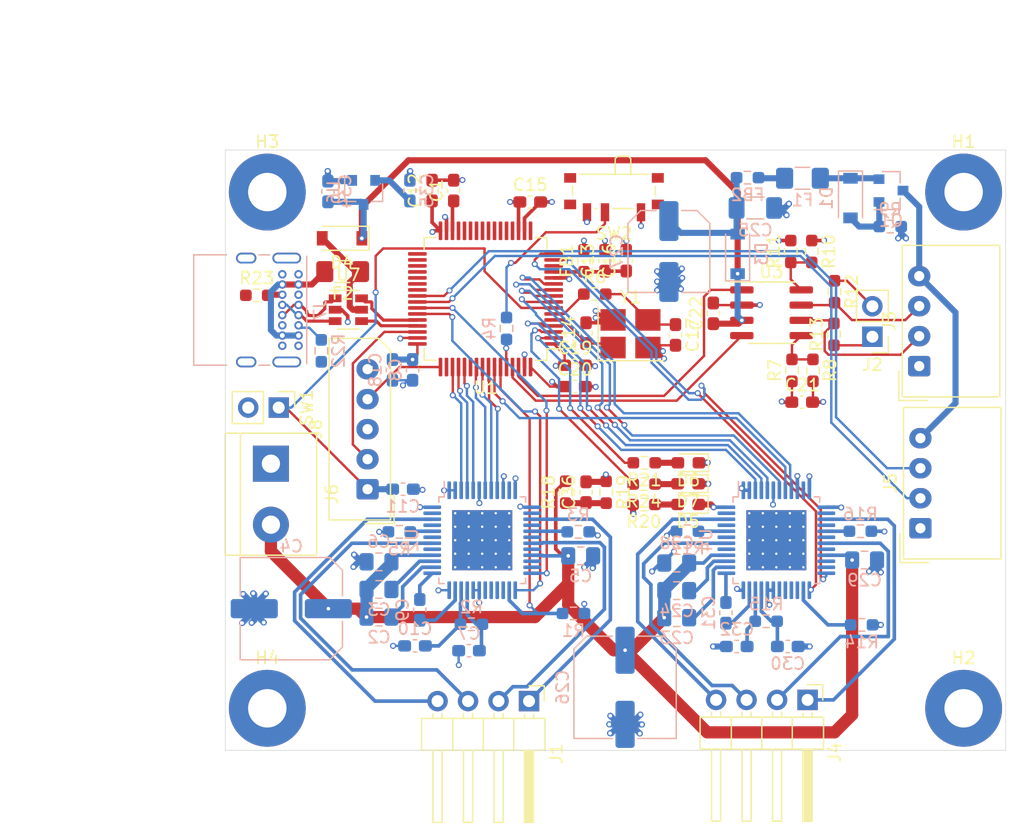
<source format=kicad_pcb>
(kicad_pcb (version 20171130) (host pcbnew 5.1.8)
  (layers (0 F.Cu signal) (1 In1.Cu power) (2 In2.Cu power) (31 B.Cu signal) (34 B.Paste user) (35 F.Paste user) (36 B.SilkS user) (37 F.SilkS user) (38 B.Mask user) (39 F.Mask user) (44 Edge.Cuts user))
  (net 0 "")
  (net 1 GND)
  (net 2 +3V3)
  (net 3 "Net-(C1-Pad1)")
  (net 4 VCP1)
  (net 5 VS1)
  (net 6 VSA1)
  (net 7 5VOUT1)
  (net 8 5VM1)
  (net 9 NRST)
  (net 10 OSC_IN)
  (net 11 VDDA)
  (net 12 "Net-(C17-Pad1)")
  (net 13 +5V)
  (net 14 VCP2)
  (net 15 VSA2)
  (net 16 5VOUT2)
  (net 17 VBAT)
  (net 18 "Net-(D5-Pad2)")
  (net 19 "Net-(D6-Pad2)")
  (net 20 "Net-(D7-Pad2)")
  (net 21 USB_CONN_D+)
  (net 22 "Net-(F2-Pad2)")
  (net 23 "Net-(J7-PadB5)")
  (net 24 USB_CONN_D-)
  (net 25 "Net-(J7-PadA5)")
  (net 26 "Net-(D1-Pad2)")
  (net 27 ERR1)
  (net 28 "Net-(R3-Pad2)")
  (net 29 BOOT)
  (net 30 "Net-(R5-Pad2)")
  (net 31 OSC_OUT)
  (net 32 "Net-(R7-Pad2)")
  (net 33 "Net-(R10-Pad2)")
  (net 34 "Net-(J3-Pad3)")
  (net 35 "Net-(J3-Pad2)")
  (net 36 ERR2)
  (net 37 5VM2)
  (net 38 "Net-(R16-Pad2)")
  (net 39 "Net-(R17-Pad2)")
  (net 40 USB_D+)
  (net 41 USB_D-)
  (net 42 "Net-(C9-Pad2)")
  (net 43 "Net-(C9-Pad1)")
  (net 44 "Net-(C25-Pad1)")
  (net 45 "Net-(C31-Pad2)")
  (net 46 "Net-(C31-Pad1)")
  (net 47 "Net-(D1-Pad1)")
  (net 48 +5VD)
  (net 49 "Net-(F1-Pad1)")
  (net 50 "Net-(J1-Pad4)")
  (net 51 "Net-(J1-Pad3)")
  (net 52 "Net-(J1-Pad2)")
  (net 53 "Net-(J1-Pad1)")
  (net 54 "Net-(J2-Pad2)")
  (net 55 "Net-(J2-Pad1)")
  (net 56 "Net-(J4-Pad4)")
  (net 57 "Net-(J4-Pad3)")
  (net 58 "Net-(J4-Pad2)")
  (net 59 "Net-(J4-Pad1)")
  (net 60 SDA)
  (net 61 SCL)
  (net 62 "Net-(R4-Pad1)")
  (net 63 STATUS)
  (net 64 ERR)
  (net 65 CFG51)
  (net 66 CFG41)
  (net 67 DIR1)
  (net 68 STEP1)
  (net 69 CFG01)
  (net 70 CFG11)
  (net 71 CFG31)
  (net 72 CAN_RX)
  (net 73 CAN_TX)
  (net 74 CFG52)
  (net 75 CFG42)
  (net 76 DIR2)
  (net 77 STEP2)
  (net 78 CFG02)
  (net 79 CFG12)
  (net 80 CFG32)
  (net 81 VDC)
  (net 82 SWCLK)
  (net 83 SWDIO)
  (net 84 CFG21)
  (net 85 CFG22)
  (module Connector_Molex:Molex_SPOX_5267-05A_1x05_P2.50mm_Vertical (layer F.Cu) (at 131.85 78.25 90)
    (fp_text reference J8 (at 5 -4.3 90) (layer F.SilkS))
    (fp_text value Conn_01x05_Male)
    (pad 5 thru_hole oval (at 10 0 90) (size 1.7 1.85) (drill 0.85) (layers *.Cu *.Mask) (net 2 +3V3))
    (pad 4 thru_hole oval (at 7.5 0 90) (size 1.7 1.85) (drill 0.85) (layers *.Cu *.Mask) (net 82 SWCLK))
    (pad 3 thru_hole oval (at 5 0 90) (size 1.7 1.85) (drill 0.85) (layers *.Cu *.Mask) (net 1 GND))
    (pad 2 thru_hole oval (at 2.5 0 90) (size 1.7 1.85) (drill 0.85) (layers *.Cu *.Mask) (net 83 SWDIO))
    (pad 1 thru_hole roundrect (at 0 0 90) (size 1.7 1.85) (drill 0.85) (layers *.Cu *.Mask) (roundrect_rratio 0.147059) (net 9 NRST))
  )
  (module Capacitor_SMD:C_0603_1608Metric_Pad1.08x0.95mm_HandSolder (layer B.Cu) (at 162.6 91.35 180)
    (fp_text reference C32 (at 0 1.43) (layer B.SilkS) (effects (justify mirror)))
    (fp_text value 470n)
    (pad 2 smd roundrect (at 0.8625 0 180) (size 1.075 0.95) (layers B.Cu B.Paste B.Mask) (net 1 GND))
    (pad 1 smd roundrect (at -0.8625 0 180) (size 1.075 0.95) (layers B.Cu B.Paste B.Mask) (net 37 5VM2))
  )
  (module Capacitor_SMD:C_0603_1608Metric_Pad1.08x0.95mm_HandSolder (layer B.Cu) (at 166.85 91.35)
    (fp_text reference C30 (at 0 1.43) (layer B.SilkS) (effects (justify mirror)))
    (fp_text value 470n)
    (pad 2 smd roundrect (at 0.8625 0) (size 1.075 0.95) (layers B.Cu B.Paste B.Mask) (net 1 GND))
    (pad 1 smd roundrect (at -0.8625 0) (size 1.075 0.95) (layers B.Cu B.Paste B.Mask) (net 16 5VOUT2))
  )
  (module Capacitor_SMD:C_0603_1608Metric_Pad1.08x0.95mm_HandSolder (layer B.Cu) (at 135.8 91.3 180)
    (fp_text reference C10 (at 0 1.43) (layer B.SilkS) (effects (justify mirror)))
    (fp_text value 470n)
    (pad 2 smd roundrect (at 0.8625 0 180) (size 1.075 0.95) (layers B.Cu B.Paste B.Mask) (net 1 GND))
    (pad 1 smd roundrect (at -0.8625 0 180) (size 1.075 0.95) (layers B.Cu B.Paste B.Mask) (net 8 5VM1))
  )
  (module Capacitor_SMD:C_0603_1608Metric_Pad1.08x0.95mm_HandSolder (layer B.Cu) (at 140.3 91.7 180)
    (fp_text reference C7 (at 0 1.43) (layer B.SilkS) (effects (justify mirror)))
    (fp_text value 470n)
    (pad 2 smd roundrect (at 0.8625 0 180) (size 1.075 0.95) (layers B.Cu B.Paste B.Mask) (net 1 GND))
    (pad 1 smd roundrect (at -0.8625 0 180) (size 1.075 0.95) (layers B.Cu B.Paste B.Mask) (net 7 5VOUT1))
  )
  (module Connector_PinHeader_2.54mm:PinHeader_1x02_P2.54mm_Vertical (layer F.Cu) (at 124.45 71.45 270)
    (fp_text reference SW1 (at 0 -2.33 90) (layer F.SilkS))
    (fp_text value RST_SW)
    (pad 2 thru_hole oval (at 0 2.54 270) (size 1.7 1.7) (drill 1) (layers *.Cu *.Mask) (net 1 GND))
    (pad 1 thru_hole rect (at 0 0 270) (size 1.7 1.7) (drill 1) (layers *.Cu *.Mask) (net 9 NRST))
  )
  (module Fuse:Fuse_1206_3216Metric_Pad1.42x1.75mm_HandSolder (layer B.Cu) (at 168.075 52.35)
    (fp_text reference F1 (at 0 1.82) (layer B.SilkS) (effects (justify mirror)))
    (fp_text value 500mA)
    (pad 2 smd roundrect (at 1.4875 0) (size 1.425 1.75) (layers B.Cu B.Paste B.Mask) (roundrect_rratio 0.175439) (net 47 "Net-(D1-Pad1)"))
    (pad 1 smd roundrect (at -1.4875 0) (size 1.425 1.75) (layers B.Cu B.Paste B.Mask) (roundrect_rratio 0.175439) (net 49 "Net-(F1-Pad1)"))
  )
  (module Crystal:Crystal_SMD_3225-4Pin_3.2x2.5mm_HandSoldering (layer F.Cu) (at 153.75 65.3)
    (fp_text reference Y1 (at 0 -3.05) (layer F.SilkS))
    (fp_text value "25 MHz")
    (pad 4 smd rect (at -1.45 -1.15) (size 2.1 1.8) (layers F.Cu F.Paste F.Mask) (net 1 GND))
    (pad 3 smd rect (at 1.45 -1.15) (size 2.1 1.8) (layers F.Cu F.Paste F.Mask) (net 12 "Net-(C17-Pad1)"))
    (pad 2 smd rect (at 1.45 1.15) (size 2.1 1.8) (layers F.Cu F.Paste F.Mask) (net 1 GND))
    (pad 1 smd rect (at -1.45 1.15) (size 2.1 1.8) (layers F.Cu F.Paste F.Mask) (net 10 OSC_IN))
  )
  (module Button_Switch_SMD:SW_SPDT_PCM12 (layer F.Cu) (at 152.375 53.75 180)
    (fp_text reference SW2 (at 0 -3.2) (layer F.SilkS))
    (fp_text value BOOT_SW)
    (pad "" smd rect (at -3.65 -0.78 180) (size 1 0.8) (layers F.Cu F.Paste F.Mask))
    (pad "" smd rect (at 3.65 -0.78 180) (size 1 0.8) (layers F.Cu F.Paste F.Mask))
    (pad "" smd rect (at 3.65 1.43 180) (size 1 0.8) (layers F.Cu F.Paste F.Mask))
    (pad "" smd rect (at -3.65 1.43 180) (size 1 0.8) (layers F.Cu F.Paste F.Mask))
    (pad 3 smd rect (at 2.25 -1.43 180) (size 0.7 1.5) (layers F.Cu F.Paste F.Mask) (net 1 GND))
    (pad 2 smd rect (at 0.75 -1.43 180) (size 0.7 1.5) (layers F.Cu F.Paste F.Mask) (net 62 "Net-(R4-Pad1)"))
    (pad 1 smd rect (at -2.25 -1.43 180) (size 0.7 1.5) (layers F.Cu F.Paste F.Mask) (net 2 +3V3))
    (pad "" np_thru_hole circle (at 1.5 0.33 180) (size 0.9 0.9) (drill 0.9) (layers *.Cu *.Mask))
    (pad "" np_thru_hole circle (at -1.5 0.33 180) (size 0.9 0.9) (drill 0.9) (layers *.Cu *.Mask))
  )
  (module Connector_PinHeader_2.54mm:PinHeader_1x04_P2.54mm_Horizontal (layer F.Cu) (at 168.5 95.8 270)
    (fp_text reference J4 (at 4.385 -2.27 90) (layer F.SilkS))
    (fp_text value Motor2)
    (pad 4 thru_hole oval (at 0 7.62 270) (size 1.7 1.7) (drill 1) (layers *.Cu *.Mask) (net 56 "Net-(J4-Pad4)"))
    (pad 3 thru_hole oval (at 0 5.08 270) (size 1.7 1.7) (drill 1) (layers *.Cu *.Mask) (net 57 "Net-(J4-Pad3)"))
    (pad 2 thru_hole oval (at 0 2.54 270) (size 1.7 1.7) (drill 1) (layers *.Cu *.Mask) (net 58 "Net-(J4-Pad2)"))
    (pad 1 thru_hole rect (at 0 0 270) (size 1.7 1.7) (drill 1) (layers *.Cu *.Mask) (net 59 "Net-(J4-Pad1)"))
  )
  (module Connector_PinHeader_2.54mm:PinHeader_1x02_P2.54mm_Vertical (layer F.Cu) (at 173.9 65.55 180)
    (fp_text reference J2 (at 0 -2.33) (layer F.SilkS))
    (fp_text value Termination)
    (pad 2 thru_hole oval (at 0 2.54 180) (size 1.7 1.7) (drill 1) (layers *.Cu *.Mask) (net 54 "Net-(J2-Pad2)"))
    (pad 1 thru_hole rect (at 0 0 180) (size 1.7 1.7) (drill 1) (layers *.Cu *.Mask) (net 55 "Net-(J2-Pad1)"))
  )
  (module Connector_PinHeader_2.54mm:PinHeader_1x04_P2.54mm_Horizontal (layer F.Cu) (at 145.3 95.9 270)
    (fp_text reference J1 (at 4.385 -2.27 90) (layer F.SilkS))
    (fp_text value Motor1)
    (pad 4 thru_hole oval (at 0 7.62 270) (size 1.7 1.7) (drill 1) (layers *.Cu *.Mask) (net 50 "Net-(J1-Pad4)"))
    (pad 3 thru_hole oval (at 0 5.08 270) (size 1.7 1.7) (drill 1) (layers *.Cu *.Mask) (net 51 "Net-(J1-Pad3)"))
    (pad 2 thru_hole oval (at 0 2.54 270) (size 1.7 1.7) (drill 1) (layers *.Cu *.Mask) (net 52 "Net-(J1-Pad2)"))
    (pad 1 thru_hole rect (at 0 0 270) (size 1.7 1.7) (drill 1) (layers *.Cu *.Mask) (net 53 "Net-(J1-Pad1)"))
  )
  (module Resistor_SMD:R_0603_1608Metric_Pad0.98x0.95mm_HandSolder (layer B.Cu) (at 163.5 52.3)
    (fp_text reference FB2 (at 0 1.43) (layer B.SilkS) (effects (justify mirror)))
    (fp_text value "1k @ 100 MHz")
    (pad 2 smd roundrect (at 0.9125 0) (size 0.975 0.95) (layers B.Cu B.Paste B.Mask) (net 49 "Net-(F1-Pad1)"))
    (pad 1 smd roundrect (at -0.9125 0) (size 0.975 0.95) (layers B.Cu B.Paste B.Mask) (net 44 "Net-(C25-Pad1)"))
  )
  (module Resistor_SMD:R_0603_1608Metric_Pad0.98x0.95mm_HandSolder (layer F.Cu) (at 149.875 59.225 90)
    (fp_text reference FB1 (at 0 -1.43 90) (layer F.SilkS))
    (fp_text value "1k @ 100 MHz")
    (pad 2 smd roundrect (at 0.9125 0 90) (size 0.975 0.95) (layers F.Cu F.Paste F.Mask) (net 2 +3V3))
    (pad 1 smd roundrect (at -0.9125 0 90) (size 0.975 0.95) (layers F.Cu F.Paste F.Mask) (net 11 VDDA))
  )
  (module Fuse:Fuse_1206_3216Metric_Pad1.42x1.75mm_HandSolder (layer F.Cu) (at 129.775 60.125 180)
    (fp_text reference F2 (at 0 -1.82) (layer F.SilkS))
    (fp_text value 500mA)
    (pad 2 smd roundrect (at 1.4875 0 180) (size 1.425 1.75) (layers F.Cu F.Paste F.Mask) (roundrect_rratio 0.175439) (net 22 "Net-(F2-Pad2)"))
    (pad 1 smd roundrect (at -1.4875 0 180) (size 1.425 1.75) (layers F.Cu F.Paste F.Mask) (roundrect_rratio 0.175439) (net 48 +5VD))
  )
  (module Diode_SMD:D_SOD-123 (layer F.Cu) (at 129.725 57.35 180)
    (fp_text reference D4 (at 0 -2) (layer F.SilkS))
    (fp_text value D_Small)
    (pad 2 smd rect (at 1.65 0 180) (size 0.9 1.2) (layers F.Cu F.Paste F.Mask) (net 48 +5VD))
    (pad 1 smd rect (at -1.65 0 180) (size 0.9 1.2) (layers F.Cu F.Paste F.Mask) (net 13 +5V))
  )
  (module Diode_SMD:D_SOD-123 (layer B.Cu) (at 162.675 58.65 90)
    (fp_text reference D3 (at 0 2 90) (layer B.SilkS) (effects (justify mirror)))
    (fp_text value D_Small)
    (pad 2 smd rect (at 1.65 0 90) (size 0.9 1.2) (layers B.Cu B.Paste B.Mask) (net 44 "Net-(C25-Pad1)"))
    (pad 1 smd rect (at -1.65 0 90) (size 0.9 1.2) (layers B.Cu B.Paste B.Mask) (net 13 +5V))
  )
  (module Diode_SMD:D_SOD-123 (layer B.Cu) (at 172.075 54 270)
    (fp_text reference D1 (at 0 2 90) (layer B.SilkS) (effects (justify mirror)))
    (fp_text value 4V7)
    (pad 2 smd rect (at 1.65 0 270) (size 0.9 1.2) (layers B.Cu B.Paste B.Mask) (net 26 "Net-(D1-Pad2)"))
    (pad 1 smd rect (at -1.65 0 270) (size 0.9 1.2) (layers B.Cu B.Paste B.Mask) (net 47 "Net-(D1-Pad1)"))
  )
  (module Capacitor_SMD:C_0603_1608Metric_Pad1.08x0.95mm_HandSolder (layer B.Cu) (at 135.375 53.375 90)
    (fp_text reference C35 (at 0 1.43 -90) (layer B.SilkS) (effects (justify mirror)))
    (fp_text value 1u)
    (pad 2 smd roundrect (at 0.8625 0 90) (size 1.075 0.95) (layers B.Cu B.Paste B.Mask) (net 1 GND))
    (pad 1 smd roundrect (at -0.8625 0 90) (size 1.075 0.95) (layers B.Cu B.Paste B.Mask) (net 2 +3V3))
  )
  (module Capacitor_SMD:C_0603_1608Metric_Pad1.08x0.95mm_HandSolder (layer B.Cu) (at 128.55 53.45 90)
    (fp_text reference C34 (at 0 1.43 270) (layer B.SilkS) (effects (justify mirror)))
    (fp_text value 1u)
    (pad 2 smd roundrect (at 0.8625 0 90) (size 1.075 0.95) (layers B.Cu B.Paste B.Mask) (net 1 GND))
    (pad 1 smd roundrect (at -0.8625 0 90) (size 1.075 0.95) (layers B.Cu B.Paste B.Mask) (net 13 +5V))
  )
  (module Capacitor_SMD:C_0603_1608Metric_Pad1.08x0.95mm_HandSolder (layer B.Cu) (at 161.7 88.55 270)
    (fp_text reference C31 (at 0 1.43 90) (layer B.SilkS) (effects (justify mirror)))
    (fp_text value 22n@50V)
    (pad 2 smd roundrect (at 0.8625 0 270) (size 1.075 0.95) (layers B.Cu B.Paste B.Mask) (net 45 "Net-(C31-Pad2)"))
    (pad 1 smd roundrect (at -0.8625 0 270) (size 1.075 0.95) (layers B.Cu B.Paste B.Mask) (net 46 "Net-(C31-Pad1)"))
  )
  (module Capacitor_SMD:C_0805_2012Metric_Pad1.18x1.45mm_HandSolder (layer B.Cu) (at 173.25 84.15)
    (fp_text reference C29 (at 0 1.68) (layer B.SilkS) (effects (justify mirror)))
    (fp_text value 100n)
    (pad 2 smd roundrect (at 1.0375 0) (size 1.175 1.45) (layers B.Cu B.Paste B.Mask) (roundrect_rratio 0.212766) (net 1 GND))
    (pad 1 smd roundrect (at -1.0375 0) (size 1.175 1.45) (layers B.Cu B.Paste B.Mask) (roundrect_rratio 0.212766) (net 5 VS1))
  )
  (module Capacitor_SMD:C_0805_2012Metric_Pad1.18x1.45mm_HandSolder (layer B.Cu) (at 157.6 84.4 180)
    (fp_text reference C28 (at 0 1.68) (layer B.SilkS) (effects (justify mirror)))
    (fp_text value 100n)
    (pad 2 smd roundrect (at 1.0375 0 180) (size 1.175 1.45) (layers B.Cu B.Paste B.Mask) (roundrect_rratio 0.212766) (net 1 GND))
    (pad 1 smd roundrect (at -1.0375 0 180) (size 1.175 1.45) (layers B.Cu B.Paste B.Mask) (roundrect_rratio 0.212766) (net 5 VS1))
  )
  (module Capacitor_SMD:C_Elec_6.3x7.7 (layer B.Cu) (at 156.95 58.45 270)
    (fp_text reference C27 (at 0 4.35 90) (layer B.SilkS) (effects (justify mirror)))
    (fp_text value 68u)
    (pad 2 smd roundrect (at 2.5375 0 270) (size 3.325 1.6) (layers B.Cu B.Paste B.Mask) (roundrect_rratio 0.15625) (net 1 GND))
    (pad 1 smd roundrect (at -2.5375 0 270) (size 3.325 1.6) (layers B.Cu B.Paste B.Mask) (roundrect_rratio 0.15625) (net 44 "Net-(C25-Pad1)"))
  )
  (module Capacitor_SMD:C_Elec_8x6.2 (layer B.Cu) (at 153.3 94.75 270)
    (fp_text reference C26 (at 0 5.2 270) (layer B.SilkS) (effects (justify mirror)))
    (fp_text value 47u)
    (pad 2 smd roundrect (at 3.0875 0 270) (size 3.925 1.6) (layers B.Cu B.Paste B.Mask) (roundrect_rratio 0.15625) (net 1 GND))
    (pad 1 smd roundrect (at -3.0875 0 270) (size 3.925 1.6) (layers B.Cu B.Paste B.Mask) (roundrect_rratio 0.15625) (net 5 VS1))
  )
  (module Capacitor_SMD:C_1206_3216Metric_Pad1.33x1.80mm_HandSolder (layer B.Cu) (at 164.15 54.825)
    (fp_text reference C25 (at 0 1.85) (layer B.SilkS) (effects (justify mirror)))
    (fp_text value 1u)
    (pad 2 smd roundrect (at 1.5625 0) (size 1.325 1.8) (layers B.Cu B.Paste B.Mask) (roundrect_rratio 0.188679) (net 1 GND))
    (pad 1 smd roundrect (at -1.5625 0) (size 1.325 1.8) (layers B.Cu B.Paste B.Mask) (roundrect_rratio 0.188679) (net 44 "Net-(C25-Pad1)"))
  )
  (module Capacitor_SMD:C_0805_2012Metric_Pad1.18x1.45mm_HandSolder (layer B.Cu) (at 157.6 86.7)
    (fp_text reference C24 (at 0 1.68) (layer B.SilkS) (effects (justify mirror)))
    (fp_text value 100n)
    (pad 2 smd roundrect (at 1.0375 0) (size 1.175 1.45) (layers B.Cu B.Paste B.Mask) (roundrect_rratio 0.212766) (net 15 VSA2))
    (pad 1 smd roundrect (at -1.0375 0) (size 1.175 1.45) (layers B.Cu B.Paste B.Mask) (roundrect_rratio 0.212766) (net 5 VS1))
  )
  (module Capacitor_SMD:C_0805_2012Metric_Pad1.18x1.45mm_HandSolder (layer B.Cu) (at 157.6 88.95)
    (fp_text reference C23 (at 0 1.68) (layer B.SilkS) (effects (justify mirror)))
    (fp_text value 100n)
    (pad 2 smd roundrect (at 1.0375 0) (size 1.175 1.45) (layers B.Cu B.Paste B.Mask) (roundrect_rratio 0.212766) (net 14 VCP2))
    (pad 1 smd roundrect (at -1.0375 0) (size 1.175 1.45) (layers B.Cu B.Paste B.Mask) (roundrect_rratio 0.212766) (net 5 VS1))
  )
  (module Capacitor_SMD:C_0603_1608Metric_Pad1.08x0.95mm_HandSolder (layer F.Cu) (at 151.625 59.225 90)
    (fp_text reference C13 (at 0 -1.43 90) (layer F.SilkS))
    (fp_text value 1u)
    (pad 2 smd roundrect (at 0.8625 0 90) (size 1.075 0.95) (layers F.Cu F.Paste F.Mask) (net 1 GND))
    (pad 1 smd roundrect (at -0.8625 0 90) (size 1.075 0.95) (layers F.Cu F.Paste F.Mask) (net 11 VDDA))
  )
  (module Capacitor_SMD:C_0603_1608Metric_Pad1.08x0.95mm_HandSolder (layer B.Cu) (at 136.2 88.3 270)
    (fp_text reference C9 (at 0 1.43 90) (layer B.SilkS) (effects (justify mirror)))
    (fp_text value 22n@50V)
    (pad 2 smd roundrect (at 0.8625 0 270) (size 1.075 0.95) (layers B.Cu B.Paste B.Mask) (net 42 "Net-(C9-Pad2)"))
    (pad 1 smd roundrect (at -0.8625 0 270) (size 1.075 0.95) (layers B.Cu B.Paste B.Mask) (net 43 "Net-(C9-Pad1)"))
  )
  (module Capacitor_SMD:C_0603_1608Metric_Pad1.08x0.95mm_HandSolder (layer B.Cu) (at 135.6 68.3125 270)
    (fp_text reference C8 (at 0 1.43 270) (layer B.SilkS) (effects (justify mirror)))
    (fp_text value 4u7)
    (pad 2 smd roundrect (at 0.8625 0 270) (size 1.075 0.95) (layers B.Cu B.Paste B.Mask) (net 1 GND))
    (pad 1 smd roundrect (at -0.8625 0 270) (size 1.075 0.95) (layers B.Cu B.Paste B.Mask) (net 2 +3V3))
  )
  (module Capacitor_SMD:C_0805_2012Metric_Pad1.18x1.45mm_HandSolder (layer B.Cu) (at 132.8 84.3 180)
    (fp_text reference C6 (at 0 1.68) (layer B.SilkS) (effects (justify mirror)))
    (fp_text value 100n)
    (pad 2 smd roundrect (at 1.0375 0 180) (size 1.175 1.45) (layers B.Cu B.Paste B.Mask) (roundrect_rratio 0.212766) (net 1 GND))
    (pad 1 smd roundrect (at -1.0375 0 180) (size 1.175 1.45) (layers B.Cu B.Paste B.Mask) (roundrect_rratio 0.212766) (net 5 VS1))
  )
  (module Capacitor_SMD:C_0805_2012Metric_Pad1.18x1.45mm_HandSolder (layer B.Cu) (at 149.6 83.8)
    (fp_text reference C5 (at 0 1.68) (layer B.SilkS) (effects (justify mirror)))
    (fp_text value 100n)
    (pad 2 smd roundrect (at 1.0375 0) (size 1.175 1.45) (layers B.Cu B.Paste B.Mask) (roundrect_rratio 0.212766) (net 1 GND))
    (pad 1 smd roundrect (at -1.0375 0) (size 1.175 1.45) (layers B.Cu B.Paste B.Mask) (roundrect_rratio 0.212766) (net 5 VS1))
  )
  (module Capacitor_SMD:C_Elec_8x6.2 (layer B.Cu) (at 125.5 88.2 180)
    (fp_text reference C4 (at 0 5.2) (layer B.SilkS) (effects (justify mirror)))
    (fp_text value 47u)
    (pad 2 smd roundrect (at 3.0875 0 180) (size 3.925 1.6) (layers B.Cu B.Paste B.Mask) (roundrect_rratio 0.15625) (net 1 GND))
    (pad 1 smd roundrect (at -3.0875 0 180) (size 3.925 1.6) (layers B.Cu B.Paste B.Mask) (roundrect_rratio 0.15625) (net 5 VS1))
  )
  (module Capacitor_SMD:C_0805_2012Metric_Pad1.18x1.45mm_HandSolder (layer B.Cu) (at 132.8 86.6)
    (fp_text reference C3 (at 0 1.68) (layer B.SilkS) (effects (justify mirror)))
    (fp_text value 100n)
    (pad 2 smd roundrect (at 1.0375 0) (size 1.175 1.45) (layers B.Cu B.Paste B.Mask) (roundrect_rratio 0.212766) (net 6 VSA1))
    (pad 1 smd roundrect (at -1.0375 0) (size 1.175 1.45) (layers B.Cu B.Paste B.Mask) (roundrect_rratio 0.212766) (net 5 VS1))
  )
  (module Capacitor_SMD:C_0805_2012Metric_Pad1.18x1.45mm_HandSolder (layer B.Cu) (at 132.8 88.9)
    (fp_text reference C2 (at 0 1.68) (layer B.SilkS) (effects (justify mirror)))
    (fp_text value 100n)
    (pad 2 smd roundrect (at 1.0375 0) (size 1.175 1.45) (layers B.Cu B.Paste B.Mask) (roundrect_rratio 0.212766) (net 4 VCP1))
    (pad 1 smd roundrect (at -1.0375 0) (size 1.175 1.45) (layers B.Cu B.Paste B.Mask) (roundrect_rratio 0.212766) (net 5 VS1))
  )
  (module MountingHole:MountingHole_3.2mm_M3_Pad (layer F.Cu) (at 123.5 96.5)
    (fp_text reference H4 (at 0 -4.2) (layer F.SilkS))
    (fp_text value MountingHole_Pad)
    (pad 1 thru_hole circle (at 0 0) (size 6.4 6.4) (drill 3.2) (layers *.Cu *.Mask) (net 1 GND))
  )
  (module MountingHole:MountingHole_3.2mm_M3_Pad (layer F.Cu) (at 123.5 53.5)
    (fp_text reference H3 (at 0 -4.2) (layer F.SilkS))
    (fp_text value MountingHole_Pad)
    (pad 1 thru_hole circle (at 0 0) (size 6.4 6.4) (drill 3.2) (layers *.Cu *.Mask) (net 1 GND))
  )
  (module MountingHole:MountingHole_3.2mm_M3_Pad (layer F.Cu) (at 181.5 96.5)
    (fp_text reference H2 (at 0 -4.2) (layer F.SilkS))
    (fp_text value MountingHole_Pad)
    (pad 1 thru_hole circle (at 0 0) (size 6.4 6.4) (drill 3.2) (layers *.Cu *.Mask) (net 1 GND))
  )
  (module MountingHole:MountingHole_3.2mm_M3_Pad (layer F.Cu) (at 181.5 53.5)
    (fp_text reference H1 (at 0 -4.2) (layer F.SilkS))
    (fp_text value MountingHole_Pad)
    (pad 1 thru_hole circle (at 0 0) (size 6.4 6.4) (drill 3.2) (layers *.Cu *.Mask) (net 1 GND))
  )
  (module TerminalBlock:TerminalBlock_bornier-2_P5.08mm (layer F.Cu) (at 123.8 76.125 270)
    (fp_text reference J6 (at 2.54 -5.08 90) (layer F.SilkS))
    (fp_text value Power)
    (pad 2 thru_hole circle (at 5.08 0 270) (size 3 3) (drill 1.52) (layers *.Cu *.Mask) (net 5 VS1))
    (pad 1 thru_hole rect (at 0 0 270) (size 3 3) (drill 1.52) (layers *.Cu *.Mask) (net 1 GND))
  )
  (module Connector_Molex:Molex_SPOX_5268-04A_1x04_P2.50mm_Horizontal (layer F.Cu) (at 177.9 81.5 90)
    (fp_text reference J5 (at 3.75 -2.5 90) (layer F.SilkS))
    (fp_text value I2C)
    (pad 4 thru_hole oval (at 7.5 0 90) (size 1.7 1.85) (drill 0.85) (layers *.Cu *.Mask) (net 81 VDC))
    (pad 3 thru_hole oval (at 5 0 90) (size 1.7 1.85) (drill 0.85) (layers *.Cu *.Mask) (net 60 SDA))
    (pad 2 thru_hole oval (at 2.5 0 90) (size 1.7 1.85) (drill 0.85) (layers *.Cu *.Mask) (net 61 SCL))
    (pad 1 thru_hole roundrect (at 0 0 90) (size 1.7 1.85) (drill 0.85) (layers *.Cu *.Mask) (roundrect_rratio 0.147059) (net 1 GND))
  )
  (module Connector_Molex:Molex_SPOX_5268-04A_1x04_P2.50mm_Horizontal (layer F.Cu) (at 177.8 68 90)
    (fp_text reference J3 (at 3.75 -2.5 90) (layer F.SilkS))
    (fp_text value "CAN bus")
    (pad 4 thru_hole oval (at 7.5 0 90) (size 1.7 1.85) (drill 0.85) (layers *.Cu *.Mask) (net 81 VDC))
    (pad 3 thru_hole oval (at 5 0 90) (size 1.7 1.85) (drill 0.85) (layers *.Cu *.Mask) (net 34 "Net-(J3-Pad3)"))
    (pad 2 thru_hole oval (at 2.5 0 90) (size 1.7 1.85) (drill 0.85) (layers *.Cu *.Mask) (net 35 "Net-(J3-Pad2)"))
    (pad 1 thru_hole roundrect (at 0 0 90) (size 1.7 1.85) (drill 0.85) (layers *.Cu *.Mask) (roundrect_rratio 0.147059) (net 1 GND))
  )
  (module Package_TO_SOT_SMD:SOT-23-6 (layer F.Cu) (at 130.25 63.3)
    (fp_text reference U7 (at 0 -2.9) (layer F.SilkS))
    (fp_text value USBLC6-2SC6)
    (pad 5 smd rect (at 1.1 0) (size 1.06 0.65) (layers F.Cu F.Paste F.Mask) (net 48 +5VD))
    (pad 6 smd rect (at 1.1 -0.95) (size 1.06 0.65) (layers F.Cu F.Paste F.Mask) (net 41 USB_D-))
    (pad 4 smd rect (at 1.1 0.95) (size 1.06 0.65) (layers F.Cu F.Paste F.Mask) (net 40 USB_D+))
    (pad 3 smd rect (at -1.1 0.95) (size 1.06 0.65) (layers F.Cu F.Paste F.Mask) (net 21 USB_CONN_D+))
    (pad 2 smd rect (at -1.1 0) (size 1.06 0.65) (layers F.Cu F.Paste F.Mask) (net 1 GND))
    (pad 1 smd rect (at -1.1 -0.95) (size 1.06 0.65) (layers F.Cu F.Paste F.Mask) (net 24 USB_CONN_D-))
  )
  (module Package_QFP:TQFP-48-1EP_7x7mm_P0.5mm_EP5x5mm_ThermalVias (layer B.Cu) (at 165.9 82.5 270)
    (fp_text reference U4 (at 0 5.85 90) (layer B.SilkS) (effects (justify mirror)))
    (fp_text value TMC2100-TA)
    (pad 49 smd rect (at 0 0 270) (size 5 5) (layers F.Cu) (net 1 GND))
    (pad 49 thru_hole circle (at 2.25 -2.25 270) (size 0.5 0.5) (drill 0.2) (layers *.Cu) (net 1 GND))
    (pad 49 thru_hole circle (at 1.125 -2.25 270) (size 0.5 0.5) (drill 0.2) (layers *.Cu) (net 1 GND))
    (pad 49 thru_hole circle (at 0 -2.25 270) (size 0.5 0.5) (drill 0.2) (layers *.Cu) (net 1 GND))
    (pad 49 thru_hole circle (at -1.125 -2.25 270) (size 0.5 0.5) (drill 0.2) (layers *.Cu) (net 1 GND))
    (pad 49 thru_hole circle (at -2.25 -2.25 270) (size 0.5 0.5) (drill 0.2) (layers *.Cu) (net 1 GND))
    (pad 49 thru_hole circle (at 2.25 -1.125 270) (size 0.5 0.5) (drill 0.2) (layers *.Cu) (net 1 GND))
    (pad 49 thru_hole circle (at 1.125 -1.125 270) (size 0.5 0.5) (drill 0.2) (layers *.Cu) (net 1 GND))
    (pad 49 thru_hole circle (at 0 -1.125 270) (size 0.5 0.5) (drill 0.2) (layers *.Cu) (net 1 GND))
    (pad 49 thru_hole circle (at -1.125 -1.125 270) (size 0.5 0.5) (drill 0.2) (layers *.Cu) (net 1 GND))
    (pad 49 thru_hole circle (at -2.25 -1.125 270) (size 0.5 0.5) (drill 0.2) (layers *.Cu) (net 1 GND))
    (pad 49 thru_hole circle (at 2.25 0 270) (size 0.5 0.5) (drill 0.2) (layers *.Cu) (net 1 GND))
    (pad 49 thru_hole circle (at 1.125 0 270) (size 0.5 0.5) (drill 0.2) (layers *.Cu) (net 1 GND))
    (pad 49 thru_hole circle (at 0 0 270) (size 0.5 0.5) (drill 0.2) (layers *.Cu) (net 1 GND))
    (pad 49 thru_hole circle (at -1.125 0 270) (size 0.5 0.5) (drill 0.2) (layers *.Cu) (net 1 GND))
    (pad 49 thru_hole circle (at -2.25 0 270) (size 0.5 0.5) (drill 0.2) (layers *.Cu) (net 1 GND))
    (pad 49 thru_hole circle (at 2.25 1.125 270) (size 0.5 0.5) (drill 0.2) (layers *.Cu) (net 1 GND))
    (pad 49 thru_hole circle (at 1.125 1.125 270) (size 0.5 0.5) (drill 0.2) (layers *.Cu) (net 1 GND))
    (pad 49 thru_hole circle (at 0 1.125 270) (size 0.5 0.5) (drill 0.2) (layers *.Cu) (net 1 GND))
    (pad 49 thru_hole circle (at -1.125 1.125 270) (size 0.5 0.5) (drill 0.2) (layers *.Cu) (net 1 GND))
    (pad 49 thru_hole circle (at -2.25 1.125 270) (size 0.5 0.5) (drill 0.2) (layers *.Cu) (net 1 GND))
    (pad 49 thru_hole circle (at 2.25 2.25 270) (size 0.5 0.5) (drill 0.2) (layers *.Cu) (net 1 GND))
    (pad 49 thru_hole circle (at 1.125 2.25 270) (size 0.5 0.5) (drill 0.2) (layers *.Cu) (net 1 GND))
    (pad 49 thru_hole circle (at 0 2.25 270) (size 0.5 0.5) (drill 0.2) (layers *.Cu) (net 1 GND))
    (pad 49 thru_hole circle (at -1.125 2.25 270) (size 0.5 0.5) (drill 0.2) (layers *.Cu) (net 1 GND))
    (pad 49 thru_hole circle (at -2.25 2.25 270) (size 0.5 0.5) (drill 0.2) (layers *.Cu) (net 1 GND))
    (pad 49 smd rect (at 0 0 270) (size 5 5) (layers B.Cu B.Mask) (net 1 GND))
    (pad 48 smd roundrect (at -2.75 4.1625 270) (size 0.3 1.475) (layers B.Cu B.Paste B.Mask) (net 1 GND))
    (pad 47 smd roundrect (at -2.25 4.1625 270) (size 0.3 1.475) (layers B.Cu B.Paste B.Mask))
    (pad 46 smd roundrect (at -1.75 4.1625 270) (size 0.3 1.475) (layers B.Cu B.Paste B.Mask) (net 56 "Net-(J4-Pad4)"))
    (pad 45 smd roundrect (at -1.25 4.1625 270) (size 0.3 1.475) (layers B.Cu B.Paste B.Mask))
    (pad 44 smd roundrect (at -0.75 4.1625 270) (size 0.3 1.475) (layers B.Cu B.Paste B.Mask) (net 39 "Net-(R17-Pad2)"))
    (pad 43 smd roundrect (at -0.25 4.1625 270) (size 0.3 1.475) (layers B.Cu B.Paste B.Mask))
    (pad 42 smd roundrect (at 0.25 4.1625 270) (size 0.3 1.475) (layers B.Cu B.Paste B.Mask) (net 57 "Net-(J4-Pad3)"))
    (pad 41 smd roundrect (at 0.75 4.1625 270) (size 0.3 1.475) (layers B.Cu B.Paste B.Mask))
    (pad 40 smd roundrect (at 1.25 4.1625 270) (size 0.3 1.475) (layers B.Cu B.Paste B.Mask) (net 5 VS1))
    (pad 39 smd roundrect (at 1.75 4.1625 270) (size 0.3 1.475) (layers B.Cu B.Paste B.Mask) (net 15 VSA2))
    (pad 38 smd roundrect (at 2.25 4.1625 270) (size 0.3 1.475) (layers B.Cu B.Paste B.Mask) (net 14 VCP2))
    (pad 37 smd roundrect (at 2.75 4.1625 270) (size 0.3 1.475) (layers B.Cu B.Paste B.Mask) (net 46 "Net-(C31-Pad1)"))
    (pad 36 smd roundrect (at 4.1625 2.75 270) (size 1.475 0.3) (layers B.Cu B.Paste B.Mask) (net 1 GND))
    (pad 35 smd roundrect (at 4.1625 2.25 270) (size 1.475 0.3) (layers B.Cu B.Paste B.Mask) (net 45 "Net-(C31-Pad2)"))
    (pad 34 smd roundrect (at 4.1625 1.75 270) (size 1.475 0.3) (layers B.Cu B.Paste B.Mask) (net 37 5VM2))
    (pad 33 smd roundrect (at 4.1625 1.25 270) (size 1.475 0.3) (layers B.Cu B.Paste B.Mask) (net 16 5VOUT2))
    (pad 32 smd roundrect (at 4.1625 0.75 270) (size 1.475 0.3) (layers B.Cu B.Paste B.Mask) (net 1 GND))
    (pad 31 smd roundrect (at 4.1625 0.25 270) (size 1.475 0.3) (layers B.Cu B.Paste B.Mask) (net 1 GND))
    (pad 30 smd roundrect (at 4.1625 -0.25 270) (size 1.475 0.3) (layers B.Cu B.Paste B.Mask))
    (pad 29 smd roundrect (at 4.1625 -0.75 270) (size 1.475 0.3) (layers B.Cu B.Paste B.Mask))
    (pad 28 smd roundrect (at 4.1625 -1.25 270) (size 1.475 0.3) (layers B.Cu B.Paste B.Mask))
    (pad 27 smd roundrect (at 4.1625 -1.75 270) (size 1.475 0.3) (layers B.Cu B.Paste B.Mask))
    (pad 26 smd roundrect (at 4.1625 -2.25 270) (size 1.475 0.3) (layers B.Cu B.Paste B.Mask) (net 36 ERR2))
    (pad 25 smd roundrect (at 4.1625 -2.75 270) (size 1.475 0.3) (layers B.Cu B.Paste B.Mask) (net 74 CFG52))
    (pad 24 smd roundrect (at 2.75 -4.1625 270) (size 0.3 1.475) (layers B.Cu B.Paste B.Mask) (net 75 CFG42))
    (pad 23 smd roundrect (at 2.25 -4.1625 270) (size 0.3 1.475) (layers B.Cu B.Paste B.Mask))
    (pad 22 smd roundrect (at 1.75 -4.1625 270) (size 0.3 1.475) (layers B.Cu B.Paste B.Mask))
    (pad 21 smd roundrect (at 1.25 -4.1625 270) (size 0.3 1.475) (layers B.Cu B.Paste B.Mask) (net 5 VS1))
    (pad 20 smd roundrect (at 0.75 -4.1625 270) (size 0.3 1.475) (layers B.Cu B.Paste B.Mask))
    (pad 19 smd roundrect (at 0.25 -4.1625 270) (size 0.3 1.475) (layers B.Cu B.Paste B.Mask) (net 58 "Net-(J4-Pad2)"))
    (pad 18 smd roundrect (at -0.25 -4.1625 270) (size 0.3 1.475) (layers B.Cu B.Paste B.Mask))
    (pad 17 smd roundrect (at -0.75 -4.1625 270) (size 0.3 1.475) (layers B.Cu B.Paste B.Mask) (net 38 "Net-(R16-Pad2)"))
    (pad 16 smd roundrect (at -1.25 -4.1625 270) (size 0.3 1.475) (layers B.Cu B.Paste B.Mask))
    (pad 15 smd roundrect (at -1.75 -4.1625 270) (size 0.3 1.475) (layers B.Cu B.Paste B.Mask) (net 59 "Net-(J4-Pad1)"))
    (pad 14 smd roundrect (at -2.25 -4.1625 270) (size 0.3 1.475) (layers B.Cu B.Paste B.Mask))
    (pad 13 smd roundrect (at -2.75 -4.1625 270) (size 0.3 1.475) (layers B.Cu B.Paste B.Mask) (net 1 GND))
    (pad 12 smd roundrect (at -4.1625 -2.75 270) (size 1.475 0.3) (layers B.Cu B.Paste B.Mask) (net 1 GND))
    (pad 11 smd roundrect (at -4.1625 -2.25 270) (size 1.475 0.3) (layers B.Cu B.Paste B.Mask))
    (pad 10 smd roundrect (at -4.1625 -1.75 270) (size 1.475 0.3) (layers B.Cu B.Paste B.Mask) (net 2 +3V3))
    (pad 9 smd roundrect (at -4.1625 -1.25 270) (size 1.475 0.3) (layers B.Cu B.Paste B.Mask) (net 76 DIR2))
    (pad 8 smd roundrect (at -4.1625 -0.75 270) (size 1.475 0.3) (layers B.Cu B.Paste B.Mask) (net 77 STEP2))
    (pad 7 smd roundrect (at -4.1625 -0.25 270) (size 1.475 0.3) (layers B.Cu B.Paste B.Mask) (net 78 CFG02))
    (pad 6 smd roundrect (at -4.1625 0.25 270) (size 1.475 0.3) (layers B.Cu B.Paste B.Mask) (net 1 GND))
    (pad 5 smd roundrect (at -4.1625 0.75 270) (size 1.475 0.3) (layers B.Cu B.Paste B.Mask) (net 79 CFG12))
    (pad 4 smd roundrect (at -4.1625 1.25 270) (size 1.475 0.3) (layers B.Cu B.Paste B.Mask) (net 85 CFG22))
    (pad 3 smd roundrect (at -4.1625 1.75 270) (size 1.475 0.3) (layers B.Cu B.Paste B.Mask) (net 80 CFG32))
    (pad 2 smd roundrect (at -4.1625 2.25 270) (size 1.475 0.3) (layers B.Cu B.Paste B.Mask) (net 1 GND))
    (pad 1 smd roundrect (at -4.1625 2.75 270) (size 1.475 0.3) (layers B.Cu B.Paste B.Mask) (net 1 GND))
  )
  (module Package_SO:SOIC-8_3.9x4.9mm_P1.27mm (layer F.Cu) (at 165.5 63.55)
    (fp_text reference U3 (at 0 -3.4) (layer F.SilkS))
    (fp_text value MCP2562-E-SN)
    (pad 8 smd roundrect (at 2.475 -1.905) (size 1.95 0.6) (layers F.Cu F.Paste F.Mask) (net 33 "Net-(R10-Pad2)"))
    (pad 7 smd roundrect (at 2.475 -0.635) (size 1.95 0.6) (layers F.Cu F.Paste F.Mask) (net 34 "Net-(J3-Pad3)"))
    (pad 6 smd roundrect (at 2.475 0.635) (size 1.95 0.6) (layers F.Cu F.Paste F.Mask) (net 35 "Net-(J3-Pad2)"))
    (pad 5 smd roundrect (at 2.475 1.905) (size 1.95 0.6) (layers F.Cu F.Paste F.Mask) (net 32 "Net-(R7-Pad2)"))
    (pad 4 smd roundrect (at -2.475 1.905) (size 1.95 0.6) (layers F.Cu F.Paste F.Mask) (net 72 CAN_RX))
    (pad 3 smd roundrect (at -2.475 0.635) (size 1.95 0.6) (layers F.Cu F.Paste F.Mask) (net 13 +5V))
    (pad 2 smd roundrect (at -2.475 -0.635) (size 1.95 0.6) (layers F.Cu F.Paste F.Mask) (net 1 GND))
    (pad 1 smd roundrect (at -2.475 -1.905) (size 1.95 0.6) (layers F.Cu F.Paste F.Mask) (net 73 CAN_TX))
  )
  (module Resistor_SMD:R_0603_1608Metric_Pad0.98x0.95mm_HandSolder (layer F.Cu) (at 154.8875 77.825 180)
    (fp_text reference R24 (at 0 -1.43) (layer F.SilkS))
    (fp_text value 1k)
    (pad 2 smd roundrect (at 0.9125 0 180) (size 0.975 0.95) (layers F.Cu F.Paste F.Mask) (net 64 ERR))
    (pad 1 smd roundrect (at -0.9125 0 180) (size 0.975 0.95) (layers F.Cu F.Paste F.Mask) (net 20 "Net-(D7-Pad2)"))
  )
  (module Resistor_SMD:R_0603_1608Metric_Pad0.98x0.95mm_HandSolder (layer F.Cu) (at 122.625 62.1)
    (fp_text reference R23 (at 0 -1.43) (layer F.SilkS))
    (fp_text value 5k1)
    (pad 2 smd roundrect (at 0.9125 0) (size 0.975 0.95) (layers F.Cu F.Paste F.Mask) (net 23 "Net-(J7-PadB5)"))
    (pad 1 smd roundrect (at -0.9125 0) (size 0.975 0.95) (layers F.Cu F.Paste F.Mask) (net 1 GND))
  )
  (module Resistor_SMD:R_0603_1608Metric_Pad0.98x0.95mm_HandSolder (layer B.Cu) (at 128 66.725 90)
    (fp_text reference R22 (at 0 1.43 -90) (layer B.SilkS) (effects (justify mirror)))
    (fp_text value 5k1)
    (pad 2 smd roundrect (at 0.9125 0 90) (size 0.975 0.95) (layers B.Cu B.Paste B.Mask) (net 25 "Net-(J7-PadA5)"))
    (pad 1 smd roundrect (at -0.9125 0 90) (size 0.975 0.95) (layers B.Cu B.Paste B.Mask) (net 1 GND))
  )
  (module Resistor_SMD:R_0603_1608Metric_Pad0.98x0.95mm_HandSolder (layer F.Cu) (at 154.9 76.05 180)
    (fp_text reference R21 (at 0 -1.43) (layer F.SilkS))
    (fp_text value 1k)
    (pad 2 smd roundrect (at 0.9125 0 180) (size 0.975 0.95) (layers F.Cu F.Paste F.Mask) (net 63 STATUS))
    (pad 1 smd roundrect (at -0.9125 0 180) (size 0.975 0.95) (layers F.Cu F.Paste F.Mask) (net 19 "Net-(D6-Pad2)"))
  )
  (module Resistor_SMD:R_0603_1608Metric_Pad0.98x0.95mm_HandSolder (layer F.Cu) (at 154.875 79.525 180)
    (fp_text reference R20 (at 0 -1.43) (layer F.SilkS))
    (fp_text value 1k)
    (pad 2 smd roundrect (at 0.9125 0 180) (size 0.975 0.95) (layers F.Cu F.Paste F.Mask) (net 2 +3V3))
    (pad 1 smd roundrect (at -0.9125 0 180) (size 0.975 0.95) (layers F.Cu F.Paste F.Mask) (net 18 "Net-(D5-Pad2)"))
  )
  (module Resistor_SMD:R_0603_1608Metric_Pad0.98x0.95mm_HandSolder (layer F.Cu) (at 151.725 78.5 270)
    (fp_text reference R19 (at 0 -1.43 90) (layer F.SilkS))
    (fp_text value 4k7)
    (pad 2 smd roundrect (at 0.9125 0 270) (size 0.975 0.95) (layers F.Cu F.Paste F.Mask) (net 17 VBAT))
    (pad 1 smd roundrect (at -0.9125 0 270) (size 0.975 0.95) (layers F.Cu F.Paste F.Mask) (net 1 GND))
  )
  (module Resistor_SMD:R_0603_1608Metric_Pad0.98x0.95mm_HandSolder (layer F.Cu) (at 148.35 78.5 90)
    (fp_text reference R18 (at 0 -1.43 90) (layer F.SilkS))
    (fp_text value 100k)
    (pad 2 smd roundrect (at 0.9125 0 90) (size 0.975 0.95) (layers F.Cu F.Paste F.Mask) (net 5 VS1))
    (pad 1 smd roundrect (at -0.9125 0 90) (size 0.975 0.95) (layers F.Cu F.Paste F.Mask) (net 17 VBAT))
  )
  (module Resistor_SMD:R_0603_1608Metric_Pad0.98x0.95mm_HandSolder (layer B.Cu) (at 158.5 81.75)
    (fp_text reference R17 (at 0 1.43) (layer B.SilkS) (effects (justify mirror)))
    (fp_text value 1R)
    (pad 2 smd roundrect (at 0.9125 0) (size 0.975 0.95) (layers B.Cu B.Paste B.Mask) (net 39 "Net-(R17-Pad2)"))
    (pad 1 smd roundrect (at -0.9125 0) (size 0.975 0.95) (layers B.Cu B.Paste B.Mask) (net 1 GND))
  )
  (module Resistor_SMD:R_0603_1608Metric_Pad0.98x0.95mm_HandSolder (layer B.Cu) (at 172.9 81.75 180)
    (fp_text reference R16 (at 0 1.43) (layer B.SilkS) (effects (justify mirror)))
    (fp_text value 1R)
    (pad 2 smd roundrect (at 0.9125 0 180) (size 0.975 0.95) (layers B.Cu B.Paste B.Mask) (net 38 "Net-(R16-Pad2)"))
    (pad 1 smd roundrect (at -0.9125 0 180) (size 0.975 0.95) (layers B.Cu B.Paste B.Mask) (net 1 GND))
  )
  (module Resistor_SMD:R_0603_1608Metric_Pad0.98x0.95mm_HandSolder (layer B.Cu) (at 165.05 89.25 180)
    (fp_text reference R15 (at 0 1.43) (layer B.SilkS) (effects (justify mirror)))
    (fp_text value 2R2)
    (pad 2 smd roundrect (at 0.9125 0 180) (size 0.975 0.95) (layers B.Cu B.Paste B.Mask) (net 37 5VM2))
    (pad 1 smd roundrect (at -0.9125 0 180) (size 0.975 0.95) (layers B.Cu B.Paste B.Mask) (net 16 5VOUT2))
  )
  (module Resistor_SMD:R_0603_1608Metric_Pad0.98x0.95mm_HandSolder (layer B.Cu) (at 173 89.55)
    (fp_text reference R14 (at 0 1.43) (layer B.SilkS) (effects (justify mirror)))
    (fp_text value 10k)
    (pad 2 smd roundrect (at 0.9125 0) (size 0.975 0.95) (layers B.Cu B.Paste B.Mask) (net 2 +3V3))
    (pad 1 smd roundrect (at -0.9125 0) (size 0.975 0.95) (layers B.Cu B.Paste B.Mask) (net 36 ERR2))
  )
  (module Resistor_SMD:R_0603_1608Metric_Pad0.98x0.95mm_HandSolder (layer F.Cu) (at 170.7 65.35 90)
    (fp_text reference R13 (at 0 -1.43 90) (layer F.SilkS))
    (fp_text value 47R9)
    (pad 2 smd roundrect (at 0.9125 0 90) (size 0.975 0.95) (layers F.Cu F.Paste F.Mask) (net 35 "Net-(J3-Pad2)"))
    (pad 1 smd roundrect (at -0.9125 0 90) (size 0.975 0.95) (layers F.Cu F.Paste F.Mask) (net 55 "Net-(J2-Pad1)"))
  )
  (module Resistor_SMD:R_0603_1608Metric_Pad0.98x0.95mm_HandSolder (layer F.Cu) (at 170.75 61.8 270)
    (fp_text reference R12 (at 0 -1.43 90) (layer F.SilkS))
    (fp_text value 47R9)
    (pad 2 smd roundrect (at 0.9125 0 270) (size 0.975 0.95) (layers F.Cu F.Paste F.Mask) (net 34 "Net-(J3-Pad3)"))
    (pad 1 smd roundrect (at -0.9125 0 270) (size 0.975 0.95) (layers F.Cu F.Paste F.Mask) (net 54 "Net-(J2-Pad2)"))
  )
  (module Resistor_SMD:R_0603_1608Metric_Pad0.98x0.95mm_HandSolder (layer F.Cu) (at 167.1 58.45 90)
    (fp_text reference R11 (at 0 -1.43 90) (layer F.SilkS))
    (fp_text value 0R)
    (pad 2 smd roundrect (at 0.9125 0 90) (size 0.975 0.95) (layers F.Cu F.Paste F.Mask) (net 1 GND))
    (pad 1 smd roundrect (at -0.9125 0 90) (size 0.975 0.95) (layers F.Cu F.Paste F.Mask) (net 33 "Net-(R10-Pad2)"))
  )
  (module Resistor_SMD:R_0603_1608Metric_Pad0.98x0.95mm_HandSolder (layer F.Cu) (at 168.85 58.45 270)
    (fp_text reference R10 (at 0 -1.43 90) (layer F.SilkS))
    (fp_text value 1M)
    (pad 2 smd roundrect (at 0.9125 0 270) (size 0.975 0.95) (layers F.Cu F.Paste F.Mask) (net 33 "Net-(R10-Pad2)"))
    (pad 1 smd roundrect (at -0.9125 0 270) (size 0.975 0.95) (layers F.Cu F.Paste F.Mask) (net 2 +3V3))
  )
  (module Resistor_SMD:R_0603_1608Metric_Pad0.98x0.95mm_HandSolder (layer B.Cu) (at 175.3875 56.375 180)
    (fp_text reference R9 (at 0 1.43) (layer B.SilkS) (effects (justify mirror)))
    (fp_text value 10k)
    (pad 2 smd roundrect (at 0.9125 0 180) (size 0.975 0.95) (layers B.Cu B.Paste B.Mask) (net 26 "Net-(D1-Pad2)"))
    (pad 1 smd roundrect (at -0.9125 0 180) (size 0.975 0.95) (layers B.Cu B.Paste B.Mask) (net 1 GND))
  )
  (module Resistor_SMD:R_0603_1608Metric_Pad0.98x0.95mm_HandSolder (layer F.Cu) (at 168.95 68.35 270)
    (fp_text reference R8 (at 0 -1.43 90) (layer F.SilkS))
    (fp_text value 1M)
    (pad 2 smd roundrect (at 0.9125 0 270) (size 0.975 0.95) (layers F.Cu F.Paste F.Mask) (net 1 GND))
    (pad 1 smd roundrect (at -0.9125 0 270) (size 0.975 0.95) (layers F.Cu F.Paste F.Mask) (net 32 "Net-(R7-Pad2)"))
  )
  (module Resistor_SMD:R_0603_1608Metric_Pad0.98x0.95mm_HandSolder (layer F.Cu) (at 167.2 68.35 90)
    (fp_text reference R7 (at 0 -1.43 90) (layer F.SilkS))
    (fp_text value 0R)
    (pad 2 smd roundrect (at 0.9125 0 90) (size 0.975 0.95) (layers F.Cu F.Paste F.Mask) (net 32 "Net-(R7-Pad2)"))
    (pad 1 smd roundrect (at -0.9125 0 90) (size 0.975 0.95) (layers F.Cu F.Paste F.Mask) (net 2 +3V3))
  )
  (module Resistor_SMD:R_0603_1608Metric_Pad0.98x0.95mm_HandSolder (layer F.Cu) (at 150.775 62)
    (fp_text reference R6 (at 0 -1.43) (layer F.SilkS))
    (fp_text value 47R)
    (pad 2 smd roundrect (at 0.9125 0) (size 0.975 0.95) (layers F.Cu F.Paste F.Mask) (net 12 "Net-(C17-Pad1)"))
    (pad 1 smd roundrect (at -0.9125 0) (size 0.975 0.95) (layers F.Cu F.Paste F.Mask) (net 31 OSC_OUT))
  )
  (module Resistor_SMD:R_0603_1608Metric_Pad0.98x0.95mm_HandSolder (layer B.Cu) (at 134.5 81.8)
    (fp_text reference R5 (at 0 1.43) (layer B.SilkS) (effects (justify mirror)))
    (fp_text value 1R)
    (pad 2 smd roundrect (at 0.9125 0) (size 0.975 0.95) (layers B.Cu B.Paste B.Mask) (net 30 "Net-(R5-Pad2)"))
    (pad 1 smd roundrect (at -0.9125 0) (size 0.975 0.95) (layers B.Cu B.Paste B.Mask) (net 1 GND))
  )
  (module Resistor_SMD:R_0603_1608Metric_Pad0.98x0.95mm_HandSolder (layer B.Cu) (at 143.425 64.8625 270)
    (fp_text reference R4 (at 0 1.43 90) (layer B.SilkS) (effects (justify mirror)))
    (fp_text value 10k)
    (pad 2 smd roundrect (at 0.9125 0 270) (size 0.975 0.95) (layers B.Cu B.Paste B.Mask) (net 29 BOOT))
    (pad 1 smd roundrect (at -0.9125 0 270) (size 0.975 0.95) (layers B.Cu B.Paste B.Mask) (net 62 "Net-(R4-Pad1)"))
  )
  (module Resistor_SMD:R_0603_1608Metric_Pad0.98x0.95mm_HandSolder (layer B.Cu) (at 149.4 81.8 180)
    (fp_text reference R3 (at 0 1.43) (layer B.SilkS) (effects (justify mirror)))
    (fp_text value 1R)
    (pad 2 smd roundrect (at 0.9125 0 180) (size 0.975 0.95) (layers B.Cu B.Paste B.Mask) (net 28 "Net-(R3-Pad2)"))
    (pad 1 smd roundrect (at -0.9125 0 180) (size 0.975 0.95) (layers B.Cu B.Paste B.Mask) (net 1 GND))
  )
  (module Resistor_SMD:R_0603_1608Metric_Pad0.98x0.95mm_HandSolder (layer B.Cu) (at 140.5 89.5 180)
    (fp_text reference R2 (at 0 1.43 180) (layer B.SilkS) (effects (justify mirror)))
    (fp_text value 2R2)
    (pad 2 smd roundrect (at 0.9125 0 180) (size 0.975 0.95) (layers B.Cu B.Paste B.Mask) (net 8 5VM1))
    (pad 1 smd roundrect (at -0.9125 0 180) (size 0.975 0.95) (layers B.Cu B.Paste B.Mask) (net 7 5VOUT1))
  )
  (module Resistor_SMD:R_0603_1608Metric_Pad0.98x0.95mm_HandSolder (layer B.Cu) (at 149 88.6)
    (fp_text reference R1 (at 0 1.43 180) (layer B.SilkS) (effects (justify mirror)))
    (fp_text value 10k)
    (pad 2 smd roundrect (at 0.9125 0) (size 0.975 0.95) (layers B.Cu B.Paste B.Mask) (net 2 +3V3))
    (pad 1 smd roundrect (at -0.9125 0) (size 0.975 0.95) (layers B.Cu B.Paste B.Mask) (net 27 ERR1))
  )
  (module Connector_USB:USB_C_Receptacle_GCT_USB4085 (layer B.Cu) (at 126.1 66.3 90)
    (fp_text reference J7 (at 2.975 1.8 270) (layer B.SilkS) (effects (justify mirror)))
    (fp_text value USB_C_Receptacle_USB2.0)
    (pad S1 thru_hole oval (at 7.3 -4.36 90) (size 0.9 1.7) (drill oval 0.6 1.4) (layers *.Cu *.Mask) (net 1 GND))
    (pad S1 thru_hole oval (at -1.35 -4.36 90) (size 0.9 1.7) (drill oval 0.6 1.4) (layers *.Cu *.Mask) (net 1 GND))
    (pad S1 thru_hole oval (at 7.3 -0.98 90) (size 0.9 2.4) (drill oval 0.6 2.1) (layers *.Cu *.Mask) (net 1 GND))
    (pad S1 thru_hole oval (at -1.35 -0.98 90) (size 0.9 2.4) (drill oval 0.6 2.1) (layers *.Cu *.Mask) (net 1 GND))
    (pad B6 thru_hole circle (at 3.4 -1.35 90) (size 0.7 0.7) (drill 0.4) (layers *.Cu *.Mask) (net 21 USB_CONN_D+))
    (pad B1 thru_hole circle (at 5.95 -1.35 90) (size 0.7 0.7) (drill 0.4) (layers *.Cu *.Mask) (net 1 GND))
    (pad B4 thru_hole circle (at 5.1 -1.35 90) (size 0.7 0.7) (drill 0.4) (layers *.Cu *.Mask) (net 22 "Net-(F2-Pad2)"))
    (pad B5 thru_hole circle (at 4.25 -1.35 90) (size 0.7 0.7) (drill 0.4) (layers *.Cu *.Mask) (net 23 "Net-(J7-PadB5)"))
    (pad B12 thru_hole circle (at 0 -1.35 90) (size 0.7 0.7) (drill 0.4) (layers *.Cu *.Mask) (net 1 GND))
    (pad B8 thru_hole circle (at 1.7 -1.35 90) (size 0.7 0.7) (drill 0.4) (layers *.Cu *.Mask))
    (pad B7 thru_hole circle (at 2.55 -1.35 90) (size 0.7 0.7) (drill 0.4) (layers *.Cu *.Mask) (net 24 USB_CONN_D-))
    (pad B9 thru_hole circle (at 0.85 -1.35 90) (size 0.7 0.7) (drill 0.4) (layers *.Cu *.Mask) (net 22 "Net-(F2-Pad2)"))
    (pad A12 thru_hole circle (at 5.95 0 90) (size 0.7 0.7) (drill 0.4) (layers *.Cu *.Mask) (net 1 GND))
    (pad A9 thru_hole circle (at 5.1 0 90) (size 0.7 0.7) (drill 0.4) (layers *.Cu *.Mask) (net 22 "Net-(F2-Pad2)"))
    (pad A8 thru_hole circle (at 4.25 0 90) (size 0.7 0.7) (drill 0.4) (layers *.Cu *.Mask))
    (pad A7 thru_hole circle (at 3.4 0 90) (size 0.7 0.7) (drill 0.4) (layers *.Cu *.Mask) (net 24 USB_CONN_D-))
    (pad A6 thru_hole circle (at 2.55 0 90) (size 0.7 0.7) (drill 0.4) (layers *.Cu *.Mask) (net 21 USB_CONN_D+))
    (pad A5 thru_hole circle (at 1.7 0 90) (size 0.7 0.7) (drill 0.4) (layers *.Cu *.Mask) (net 25 "Net-(J7-PadA5)"))
    (pad A4 thru_hole circle (at 0.85 0 90) (size 0.7 0.7) (drill 0.4) (layers *.Cu *.Mask) (net 22 "Net-(F2-Pad2)"))
    (pad A1 thru_hole circle (at 0 0 90) (size 0.7 0.7) (drill 0.4) (layers *.Cu *.Mask) (net 1 GND))
  )
  (module LED_SMD:LED_0603_1608Metric_Pad1.05x0.95mm_HandSolder (layer F.Cu) (at 158.55 77.8 180)
    (fp_text reference D7 (at 0 -1.43) (layer F.SilkS))
    (fp_text value LED_Small)
    (pad 2 smd roundrect (at 0.875 0 180) (size 1.05 0.95) (layers F.Cu F.Paste F.Mask) (net 20 "Net-(D7-Pad2)"))
    (pad 1 smd roundrect (at -0.875 0 180) (size 1.05 0.95) (layers F.Cu F.Paste F.Mask) (net 1 GND))
  )
  (module LED_SMD:LED_0603_1608Metric_Pad1.05x0.95mm_HandSolder (layer F.Cu) (at 158.575 76.05 180)
    (fp_text reference D6 (at 0 -1.43) (layer F.SilkS))
    (fp_text value LED_Small)
    (pad 2 smd roundrect (at 0.875 0 180) (size 1.05 0.95) (layers F.Cu F.Paste F.Mask) (net 19 "Net-(D6-Pad2)"))
    (pad 1 smd roundrect (at -0.875 0 180) (size 1.05 0.95) (layers F.Cu F.Paste F.Mask) (net 1 GND))
  )
  (module LED_SMD:LED_0603_1608Metric_Pad1.05x0.95mm_HandSolder (layer F.Cu) (at 158.555 79.52 180)
    (fp_text reference D5 (at 0 -1.43) (layer F.SilkS))
    (fp_text value LED_Small)
    (pad 2 smd roundrect (at 0.875 0 180) (size 1.05 0.95) (layers F.Cu F.Paste F.Mask) (net 18 "Net-(D5-Pad2)"))
    (pad 1 smd roundrect (at -0.875 0 180) (size 1.05 0.95) (layers F.Cu F.Paste F.Mask) (net 1 GND))
  )
  (module Capacitor_SMD:C_0603_1608Metric_Pad1.08x0.95mm_HandSolder (layer F.Cu) (at 150.05 78.5 90)
    (fp_text reference C36 (at 0 -1.43 90) (layer F.SilkS))
    (fp_text value 10n)
    (pad 2 smd roundrect (at 0.8625 0 90) (size 1.075 0.95) (layers F.Cu F.Paste F.Mask) (net 1 GND))
    (pad 1 smd roundrect (at -0.8625 0 90) (size 1.075 0.95) (layers F.Cu F.Paste F.Mask) (net 17 VBAT))
  )
  (module Capacitor_SMD:C_0603_1608Metric_Pad1.08x0.95mm_HandSolder (layer F.Cu) (at 160.65 63.6 90)
    (fp_text reference C22 (at 0 -1.43 90) (layer F.SilkS))
    (fp_text value 100n)
    (pad 2 smd roundrect (at 0.8625 0 90) (size 1.075 0.95) (layers F.Cu F.Paste F.Mask) (net 1 GND))
    (pad 1 smd roundrect (at -0.8625 0 90) (size 1.075 0.95) (layers F.Cu F.Paste F.Mask) (net 13 +5V))
  )
  (module Capacitor_SMD:C_0603_1608Metric_Pad1.08x0.95mm_HandSolder (layer F.Cu) (at 168.05 71)
    (fp_text reference C21 (at 0 -1.43) (layer F.SilkS))
    (fp_text value 100n)
    (pad 2 smd roundrect (at 0.8625 0) (size 1.075 0.95) (layers F.Cu F.Paste F.Mask) (net 1 GND))
    (pad 1 smd roundrect (at -0.8625 0) (size 1.075 0.95) (layers F.Cu F.Paste F.Mask) (net 2 +3V3))
  )
  (module Capacitor_SMD:C_0603_1608Metric_Pad1.08x0.95mm_HandSolder (layer F.Cu) (at 149.125 69.7)
    (fp_text reference C20 (at 0 -1.43) (layer F.SilkS))
    (fp_text value 100n)
    (pad 2 smd roundrect (at 0.8625 0) (size 1.075 0.95) (layers F.Cu F.Paste F.Mask) (net 1 GND))
    (pad 1 smd roundrect (at -0.8625 0) (size 1.075 0.95) (layers F.Cu F.Paste F.Mask) (net 2 +3V3))
  )
  (module Capacitor_SMD:C_0603_1608Metric_Pad1.08x0.95mm_HandSolder (layer F.Cu) (at 149.125 67.925)
    (fp_text reference C19 (at 0 -1.43) (layer F.SilkS))
    (fp_text value 100n)
    (pad 2 smd roundrect (at 0.8625 0) (size 1.075 0.95) (layers F.Cu F.Paste F.Mask) (net 1 GND))
    (pad 1 smd roundrect (at -0.8625 0) (size 1.075 0.95) (layers F.Cu F.Paste F.Mask) (net 2 +3V3))
  )
  (module Capacitor_SMD:C_0603_1608Metric_Pad1.08x0.95mm_HandSolder (layer B.Cu) (at 133.925 68.3125 270)
    (fp_text reference C18 (at 0 1.43 270) (layer B.SilkS) (effects (justify mirror)))
    (fp_text value 100n)
    (pad 2 smd roundrect (at 0.8625 0 270) (size 1.075 0.95) (layers B.Cu B.Paste B.Mask) (net 1 GND))
    (pad 1 smd roundrect (at -0.8625 0 270) (size 1.075 0.95) (layers B.Cu B.Paste B.Mask) (net 2 +3V3))
  )
  (module Capacitor_SMD:C_0603_1608Metric_Pad1.08x0.95mm_HandSolder (layer F.Cu) (at 157.5 65.4 270)
    (fp_text reference C17 (at 0 -1.43 90) (layer F.SilkS))
    (fp_text value 12p)
    (pad 2 smd roundrect (at 0.8625 0 270) (size 1.075 0.95) (layers F.Cu F.Paste F.Mask) (net 1 GND))
    (pad 1 smd roundrect (at -0.8625 0 270) (size 1.075 0.95) (layers F.Cu F.Paste F.Mask) (net 12 "Net-(C17-Pad1)"))
  )
  (module Capacitor_SMD:C_0603_1608Metric_Pad1.08x0.95mm_HandSolder (layer F.Cu) (at 153.4 59.2125 90)
    (fp_text reference C16 (at 0 -1.43 90) (layer F.SilkS))
    (fp_text value 10n)
    (pad 2 smd roundrect (at 0.8625 0 90) (size 1.075 0.95) (layers F.Cu F.Paste F.Mask) (net 1 GND))
    (pad 1 smd roundrect (at -0.8625 0 90) (size 1.075 0.95) (layers F.Cu F.Paste F.Mask) (net 11 VDDA))
  )
  (module Capacitor_SMD:C_0603_1608Metric_Pad1.08x0.95mm_HandSolder (layer F.Cu) (at 145.4 54.325)
    (fp_text reference C15 (at 0 -1.43) (layer F.SilkS))
    (fp_text value 100n)
    (pad 2 smd roundrect (at 0.8625 0) (size 1.075 0.95) (layers F.Cu F.Paste F.Mask) (net 1 GND))
    (pad 1 smd roundrect (at -0.8625 0) (size 1.075 0.95) (layers F.Cu F.Paste F.Mask) (net 2 +3V3))
  )
  (module Capacitor_SMD:C_0603_1608Metric_Pad1.08x0.95mm_HandSolder (layer F.Cu) (at 150.05 65.25 90)
    (fp_text reference C14 (at 0 -1.43 90) (layer F.SilkS))
    (fp_text value 12p)
    (pad 2 smd roundrect (at 0.8625 0 90) (size 1.075 0.95) (layers F.Cu F.Paste F.Mask) (net 1 GND))
    (pad 1 smd roundrect (at -0.8625 0 90) (size 1.075 0.95) (layers F.Cu F.Paste F.Mask) (net 10 OSC_IN))
  )
  (module Capacitor_SMD:C_0603_1608Metric_Pad1.08x0.95mm_HandSolder (layer F.Cu) (at 137.225 53.375 90)
    (fp_text reference C12 (at 0 -1.43 90) (layer F.SilkS))
    (fp_text value 100n)
    (pad 2 smd roundrect (at 0.8625 0 90) (size 1.075 0.95) (layers F.Cu F.Paste F.Mask) (net 1 GND))
    (pad 1 smd roundrect (at -0.8625 0 90) (size 1.075 0.95) (layers F.Cu F.Paste F.Mask) (net 2 +3V3))
  )
  (module Capacitor_SMD:C_0603_1608Metric_Pad1.08x0.95mm_HandSolder (layer B.Cu) (at 134.8 78.25)
    (fp_text reference C11 (at 0 1.43) (layer B.SilkS) (effects (justify mirror)))
    (fp_text value 10n)
    (pad 2 smd roundrect (at 0.8625 0) (size 1.075 0.95) (layers B.Cu B.Paste B.Mask) (net 1 GND))
    (pad 1 smd roundrect (at -0.8625 0) (size 1.075 0.95) (layers B.Cu B.Paste B.Mask) (net 9 NRST))
  )
  (module Capacitor_SMD:C_0603_1608Metric_Pad1.08x0.95mm_HandSolder (layer F.Cu) (at 139.025 53.375 90)
    (fp_text reference C1 (at 0 -1.43 90) (layer F.SilkS))
    (fp_text value 2u2)
    (pad 2 smd roundrect (at 0.8625 0 90) (size 1.075 0.95) (layers F.Cu F.Paste F.Mask) (net 1 GND))
    (pad 1 smd roundrect (at -0.8625 0 90) (size 1.075 0.95) (layers F.Cu F.Paste F.Mask) (net 3 "Net-(C1-Pad1)"))
  )
  (module Package_TO_SOT_SMD:SOT-23 (layer B.Cu) (at 131.525 53.525 270)
    (fp_text reference U6 (at 0 2.5 90) (layer B.SilkS) (effects (justify mirror)))
    (fp_text value MCP1700-3302E_SOT23)
    (pad 3 smd rect (at 1 0 270) (size 0.9 0.8) (layers B.Cu B.Paste B.Mask) (net 13 +5V))
    (pad 2 smd rect (at -1 -0.95 270) (size 0.9 0.8) (layers B.Cu B.Paste B.Mask) (net 2 +3V3))
    (pad 1 smd rect (at -1 0.95 270) (size 0.9 0.8) (layers B.Cu B.Paste B.Mask) (net 1 GND))
  )
  (module Package_QFP:TQFP-48-1EP_7x7mm_P0.5mm_EP5x5mm_ThermalVias (layer B.Cu) (at 141.4 82.5 270)
    (fp_text reference U2 (at 0 5.85 90) (layer B.SilkS) (effects (justify mirror)))
    (fp_text value TMC2100-TA)
    (pad 49 smd rect (at 0 0 270) (size 5 5) (layers F.Cu) (net 1 GND))
    (pad 49 thru_hole circle (at 2.25 -2.25 270) (size 0.5 0.5) (drill 0.2) (layers *.Cu) (net 1 GND))
    (pad 49 thru_hole circle (at 1.125 -2.25 270) (size 0.5 0.5) (drill 0.2) (layers *.Cu) (net 1 GND))
    (pad 49 thru_hole circle (at 0 -2.25 270) (size 0.5 0.5) (drill 0.2) (layers *.Cu) (net 1 GND))
    (pad 49 thru_hole circle (at -1.125 -2.25 270) (size 0.5 0.5) (drill 0.2) (layers *.Cu) (net 1 GND))
    (pad 49 thru_hole circle (at -2.25 -2.25 270) (size 0.5 0.5) (drill 0.2) (layers *.Cu) (net 1 GND))
    (pad 49 thru_hole circle (at 2.25 -1.125 270) (size 0.5 0.5) (drill 0.2) (layers *.Cu) (net 1 GND))
    (pad 49 thru_hole circle (at 1.125 -1.125 270) (size 0.5 0.5) (drill 0.2) (layers *.Cu) (net 1 GND))
    (pad 49 thru_hole circle (at 0 -1.125 270) (size 0.5 0.5) (drill 0.2) (layers *.Cu) (net 1 GND))
    (pad 49 thru_hole circle (at -1.125 -1.125 270) (size 0.5 0.5) (drill 0.2) (layers *.Cu) (net 1 GND))
    (pad 49 thru_hole circle (at -2.25 -1.125 270) (size 0.5 0.5) (drill 0.2) (layers *.Cu) (net 1 GND))
    (pad 49 thru_hole circle (at 2.25 0 270) (size 0.5 0.5) (drill 0.2) (layers *.Cu) (net 1 GND))
    (pad 49 thru_hole circle (at 1.125 0 270) (size 0.5 0.5) (drill 0.2) (layers *.Cu) (net 1 GND))
    (pad 49 thru_hole circle (at 0 0 270) (size 0.5 0.5) (drill 0.2) (layers *.Cu) (net 1 GND))
    (pad 49 thru_hole circle (at -1.125 0 270) (size 0.5 0.5) (drill 0.2) (layers *.Cu) (net 1 GND))
    (pad 49 thru_hole circle (at -2.25 0 270) (size 0.5 0.5) (drill 0.2) (layers *.Cu) (net 1 GND))
    (pad 49 thru_hole circle (at 2.25 1.125 270) (size 0.5 0.5) (drill 0.2) (layers *.Cu) (net 1 GND))
    (pad 49 thru_hole circle (at 1.125 1.125 270) (size 0.5 0.5) (drill 0.2) (layers *.Cu) (net 1 GND))
    (pad 49 thru_hole circle (at 0 1.125 270) (size 0.5 0.5) (drill 0.2) (layers *.Cu) (net 1 GND))
    (pad 49 thru_hole circle (at -1.125 1.125 270) (size 0.5 0.5) (drill 0.2) (layers *.Cu) (net 1 GND))
    (pad 49 thru_hole circle (at -2.25 1.125 270) (size 0.5 0.5) (drill 0.2) (layers *.Cu) (net 1 GND))
    (pad 49 thru_hole circle (at 2.25 2.25 270) (size 0.5 0.5) (drill 0.2) (layers *.Cu) (net 1 GND))
    (pad 49 thru_hole circle (at 1.125 2.25 270) (size 0.5 0.5) (drill 0.2) (layers *.Cu) (net 1 GND))
    (pad 49 thru_hole circle (at 0 2.25 270) (size 0.5 0.5) (drill 0.2) (layers *.Cu) (net 1 GND))
    (pad 49 thru_hole circle (at -1.125 2.25 270) (size 0.5 0.5) (drill 0.2) (layers *.Cu) (net 1 GND))
    (pad 49 thru_hole circle (at -2.25 2.25 270) (size 0.5 0.5) (drill 0.2) (layers *.Cu) (net 1 GND))
    (pad 49 smd rect (at 0 0 270) (size 5 5) (layers B.Cu B.Mask) (net 1 GND))
    (pad 48 smd roundrect (at -2.75 4.1625 270) (size 0.3 1.475) (layers B.Cu B.Paste B.Mask) (net 1 GND))
    (pad 47 smd roundrect (at -2.25 4.1625 270) (size 0.3 1.475) (layers B.Cu B.Paste B.Mask))
    (pad 46 smd roundrect (at -1.75 4.1625 270) (size 0.3 1.475) (layers B.Cu B.Paste B.Mask) (net 50 "Net-(J1-Pad4)"))
    (pad 45 smd roundrect (at -1.25 4.1625 270) (size 0.3 1.475) (layers B.Cu B.Paste B.Mask))
    (pad 44 smd roundrect (at -0.75 4.1625 270) (size 0.3 1.475) (layers B.Cu B.Paste B.Mask) (net 30 "Net-(R5-Pad2)"))
    (pad 43 smd roundrect (at -0.25 4.1625 270) (size 0.3 1.475) (layers B.Cu B.Paste B.Mask))
    (pad 42 smd roundrect (at 0.25 4.1625 270) (size 0.3 1.475) (layers B.Cu B.Paste B.Mask) (net 51 "Net-(J1-Pad3)"))
    (pad 41 smd roundrect (at 0.75 4.1625 270) (size 0.3 1.475) (layers B.Cu B.Paste B.Mask))
    (pad 40 smd roundrect (at 1.25 4.1625 270) (size 0.3 1.475) (layers B.Cu B.Paste B.Mask) (net 5 VS1))
    (pad 39 smd roundrect (at 1.75 4.1625 270) (size 0.3 1.475) (layers B.Cu B.Paste B.Mask) (net 6 VSA1))
    (pad 38 smd roundrect (at 2.25 4.1625 270) (size 0.3 1.475) (layers B.Cu B.Paste B.Mask) (net 4 VCP1))
    (pad 37 smd roundrect (at 2.75 4.1625 270) (size 0.3 1.475) (layers B.Cu B.Paste B.Mask) (net 43 "Net-(C9-Pad1)"))
    (pad 36 smd roundrect (at 4.1625 2.75 270) (size 1.475 0.3) (layers B.Cu B.Paste B.Mask) (net 1 GND))
    (pad 35 smd roundrect (at 4.1625 2.25 270) (size 1.475 0.3) (layers B.Cu B.Paste B.Mask) (net 42 "Net-(C9-Pad2)"))
    (pad 34 smd roundrect (at 4.1625 1.75 270) (size 1.475 0.3) (layers B.Cu B.Paste B.Mask) (net 8 5VM1))
    (pad 33 smd roundrect (at 4.1625 1.25 270) (size 1.475 0.3) (layers B.Cu B.Paste B.Mask) (net 7 5VOUT1))
    (pad 32 smd roundrect (at 4.1625 0.75 270) (size 1.475 0.3) (layers B.Cu B.Paste B.Mask) (net 1 GND))
    (pad 31 smd roundrect (at 4.1625 0.25 270) (size 1.475 0.3) (layers B.Cu B.Paste B.Mask) (net 1 GND))
    (pad 30 smd roundrect (at 4.1625 -0.25 270) (size 1.475 0.3) (layers B.Cu B.Paste B.Mask))
    (pad 29 smd roundrect (at 4.1625 -0.75 270) (size 1.475 0.3) (layers B.Cu B.Paste B.Mask))
    (pad 28 smd roundrect (at 4.1625 -1.25 270) (size 1.475 0.3) (layers B.Cu B.Paste B.Mask))
    (pad 27 smd roundrect (at 4.1625 -1.75 270) (size 1.475 0.3) (layers B.Cu B.Paste B.Mask))
    (pad 26 smd roundrect (at 4.1625 -2.25 270) (size 1.475 0.3) (layers B.Cu B.Paste B.Mask) (net 27 ERR1))
    (pad 25 smd roundrect (at 4.1625 -2.75 270) (size 1.475 0.3) (layers B.Cu B.Paste B.Mask) (net 65 CFG51))
    (pad 24 smd roundrect (at 2.75 -4.1625 270) (size 0.3 1.475) (layers B.Cu B.Paste B.Mask) (net 66 CFG41))
    (pad 23 smd roundrect (at 2.25 -4.1625 270) (size 0.3 1.475) (layers B.Cu B.Paste B.Mask))
    (pad 22 smd roundrect (at 1.75 -4.1625 270) (size 0.3 1.475) (layers B.Cu B.Paste B.Mask))
    (pad 21 smd roundrect (at 1.25 -4.1625 270) (size 0.3 1.475) (layers B.Cu B.Paste B.Mask) (net 5 VS1))
    (pad 20 smd roundrect (at 0.75 -4.1625 270) (size 0.3 1.475) (layers B.Cu B.Paste B.Mask))
    (pad 19 smd roundrect (at 0.25 -4.1625 270) (size 0.3 1.475) (layers B.Cu B.Paste B.Mask) (net 52 "Net-(J1-Pad2)"))
    (pad 18 smd roundrect (at -0.25 -4.1625 270) (size 0.3 1.475) (layers B.Cu B.Paste B.Mask))
    (pad 17 smd roundrect (at -0.75 -4.1625 270) (size 0.3 1.475) (layers B.Cu B.Paste B.Mask) (net 28 "Net-(R3-Pad2)"))
    (pad 16 smd roundrect (at -1.25 -4.1625 270) (size 0.3 1.475) (layers B.Cu B.Paste B.Mask))
    (pad 15 smd roundrect (at -1.75 -4.1625 270) (size 0.3 1.475) (layers B.Cu B.Paste B.Mask) (net 53 "Net-(J1-Pad1)"))
    (pad 14 smd roundrect (at -2.25 -4.1625 270) (size 0.3 1.475) (layers B.Cu B.Paste B.Mask))
    (pad 13 smd roundrect (at -2.75 -4.1625 270) (size 0.3 1.475) (layers B.Cu B.Paste B.Mask) (net 1 GND))
    (pad 12 smd roundrect (at -4.1625 -2.75 270) (size 1.475 0.3) (layers B.Cu B.Paste B.Mask) (net 1 GND))
    (pad 11 smd roundrect (at -4.1625 -2.25 270) (size 1.475 0.3) (layers B.Cu B.Paste B.Mask))
    (pad 10 smd roundrect (at -4.1625 -1.75 270) (size 1.475 0.3) (layers B.Cu B.Paste B.Mask) (net 2 +3V3))
    (pad 9 smd roundrect (at -4.1625 -1.25 270) (size 1.475 0.3) (layers B.Cu B.Paste B.Mask) (net 67 DIR1))
    (pad 8 smd roundrect (at -4.1625 -0.75 270) (size 1.475 0.3) (layers B.Cu B.Paste B.Mask) (net 68 STEP1))
    (pad 7 smd roundrect (at -4.1625 -0.25 270) (size 1.475 0.3) (layers B.Cu B.Paste B.Mask) (net 69 CFG01))
    (pad 6 smd roundrect (at -4.1625 0.25 270) (size 1.475 0.3) (layers B.Cu B.Paste B.Mask) (net 1 GND))
    (pad 5 smd roundrect (at -4.1625 0.75 270) (size 1.475 0.3) (layers B.Cu B.Paste B.Mask) (net 70 CFG11))
    (pad 4 smd roundrect (at -4.1625 1.25 270) (size 1.475 0.3) (layers B.Cu B.Paste B.Mask) (net 84 CFG21))
    (pad 3 smd roundrect (at -4.1625 1.75 270) (size 1.475 0.3) (layers B.Cu B.Paste B.Mask) (net 71 CFG31))
    (pad 2 smd roundrect (at -4.1625 2.25 270) (size 1.475 0.3) (layers B.Cu B.Paste B.Mask) (net 1 GND))
    (pad 1 smd roundrect (at -4.1625 2.75 270) (size 1.475 0.3) (layers B.Cu B.Paste B.Mask) (net 1 GND))
  )
  (module Package_QFP:LQFP-64_10x10mm_P0.5mm (layer F.Cu) (at 141.675 62.4 180)
    (fp_text reference U1 (at 0 -7.4) (layer F.SilkS))
    (fp_text value STM32F412RETx)
    (pad 64 smd roundrect (at -3.75 -5.675 180) (size 0.3 1.55) (layers F.Cu F.Paste F.Mask) (net 2 +3V3))
    (pad 63 smd roundrect (at -3.25 -5.675 180) (size 0.3 1.55) (layers F.Cu F.Paste F.Mask) (net 1 GND))
    (pad 62 smd roundrect (at -2.75 -5.675 180) (size 0.3 1.55) (layers F.Cu F.Paste F.Mask) (net 73 CAN_TX))
    (pad 61 smd roundrect (at -2.25 -5.675 180) (size 0.3 1.55) (layers F.Cu F.Paste F.Mask) (net 72 CAN_RX))
    (pad 60 smd roundrect (at -1.75 -5.675 180) (size 0.3 1.55) (layers F.Cu F.Paste F.Mask) (net 29 BOOT))
    (pad 59 smd roundrect (at -1.25 -5.675 180) (size 0.3 1.55) (layers F.Cu F.Paste F.Mask) (net 27 ERR1))
    (pad 58 smd roundrect (at -0.75 -5.675 180) (size 0.3 1.55) (layers F.Cu F.Paste F.Mask) (net 77 STEP2))
    (pad 57 smd roundrect (at -0.25 -5.675 180) (size 0.3 1.55) (layers F.Cu F.Paste F.Mask) (net 67 DIR1))
    (pad 56 smd roundrect (at 0.25 -5.675 180) (size 0.3 1.55) (layers F.Cu F.Paste F.Mask) (net 68 STEP1))
    (pad 55 smd roundrect (at 0.75 -5.675 180) (size 0.3 1.55) (layers F.Cu F.Paste F.Mask) (net 69 CFG01))
    (pad 54 smd roundrect (at 1.25 -5.675 180) (size 0.3 1.55) (layers F.Cu F.Paste F.Mask))
    (pad 53 smd roundrect (at 1.75 -5.675 180) (size 0.3 1.55) (layers F.Cu F.Paste F.Mask) (net 70 CFG11))
    (pad 52 smd roundrect (at 2.25 -5.675 180) (size 0.3 1.55) (layers F.Cu F.Paste F.Mask) (net 84 CFG21))
    (pad 51 smd roundrect (at 2.75 -5.675 180) (size 0.3 1.55) (layers F.Cu F.Paste F.Mask) (net 71 CFG31))
    (pad 50 smd roundrect (at 3.25 -5.675 180) (size 0.3 1.55) (layers F.Cu F.Paste F.Mask))
    (pad 49 smd roundrect (at 3.75 -5.675 180) (size 0.3 1.55) (layers F.Cu F.Paste F.Mask) (net 82 SWCLK))
    (pad 48 smd roundrect (at 5.675 -3.75 180) (size 1.55 0.3) (layers F.Cu F.Paste F.Mask) (net 2 +3V3))
    (pad 47 smd roundrect (at 5.675 -3.25 180) (size 1.55 0.3) (layers F.Cu F.Paste F.Mask) (net 1 GND))
    (pad 46 smd roundrect (at 5.675 -2.75 180) (size 1.55 0.3) (layers F.Cu F.Paste F.Mask) (net 83 SWDIO))
    (pad 45 smd roundrect (at 5.675 -2.25 180) (size 1.55 0.3) (layers F.Cu F.Paste F.Mask) (net 40 USB_D+))
    (pad 44 smd roundrect (at 5.675 -1.75 180) (size 1.55 0.3) (layers F.Cu F.Paste F.Mask) (net 41 USB_D-))
    (pad 43 smd roundrect (at 5.675 -1.25 180) (size 1.55 0.3) (layers F.Cu F.Paste F.Mask) (net 65 CFG51))
    (pad 42 smd roundrect (at 5.675 -0.75 180) (size 1.55 0.3) (layers F.Cu F.Paste F.Mask) (net 66 CFG41))
    (pad 41 smd roundrect (at 5.675 -0.25 180) (size 1.55 0.3) (layers F.Cu F.Paste F.Mask) (net 61 SCL))
    (pad 40 smd roundrect (at 5.675 0.25 180) (size 1.55 0.3) (layers F.Cu F.Paste F.Mask) (net 60 SDA))
    (pad 39 smd roundrect (at 5.675 0.75 180) (size 1.55 0.3) (layers F.Cu F.Paste F.Mask))
    (pad 38 smd roundrect (at 5.675 1.25 180) (size 1.55 0.3) (layers F.Cu F.Paste F.Mask))
    (pad 37 smd roundrect (at 5.675 1.75 180) (size 1.55 0.3) (layers F.Cu F.Paste F.Mask))
    (pad 36 smd roundrect (at 5.675 2.25 180) (size 1.55 0.3) (layers F.Cu F.Paste F.Mask))
    (pad 35 smd roundrect (at 5.675 2.75 180) (size 1.55 0.3) (layers F.Cu F.Paste F.Mask))
    (pad 34 smd roundrect (at 5.675 3.25 180) (size 1.55 0.3) (layers F.Cu F.Paste F.Mask))
    (pad 33 smd roundrect (at 5.675 3.75 180) (size 1.55 0.3) (layers F.Cu F.Paste F.Mask))
    (pad 32 smd roundrect (at 3.75 5.675 180) (size 0.3 1.55) (layers F.Cu F.Paste F.Mask) (net 2 +3V3))
    (pad 31 smd roundrect (at 3.25 5.675 180) (size 0.3 1.55) (layers F.Cu F.Paste F.Mask) (net 1 GND))
    (pad 30 smd roundrect (at 2.75 5.675 180) (size 0.3 1.55) (layers F.Cu F.Paste F.Mask) (net 3 "Net-(C1-Pad1)"))
    (pad 29 smd roundrect (at 2.25 5.675 180) (size 0.3 1.55) (layers F.Cu F.Paste F.Mask))
    (pad 28 smd roundrect (at 1.75 5.675 180) (size 0.3 1.55) (layers F.Cu F.Paste F.Mask))
    (pad 27 smd roundrect (at 1.25 5.675 180) (size 0.3 1.55) (layers F.Cu F.Paste F.Mask))
    (pad 26 smd roundrect (at 0.75 5.675 180) (size 0.3 1.55) (layers F.Cu F.Paste F.Mask))
    (pad 25 smd roundrect (at 0.25 5.675 180) (size 0.3 1.55) (layers F.Cu F.Paste F.Mask))
    (pad 24 smd roundrect (at -0.25 5.675 180) (size 0.3 1.55) (layers F.Cu F.Paste F.Mask))
    (pad 23 smd roundrect (at -0.75 5.675 180) (size 0.3 1.55) (layers F.Cu F.Paste F.Mask))
    (pad 22 smd roundrect (at -1.25 5.675 180) (size 0.3 1.55) (layers F.Cu F.Paste F.Mask))
    (pad 21 smd roundrect (at -1.75 5.675 180) (size 0.3 1.55) (layers F.Cu F.Paste F.Mask))
    (pad 20 smd roundrect (at -2.25 5.675 180) (size 0.3 1.55) (layers F.Cu F.Paste F.Mask))
    (pad 19 smd roundrect (at -2.75 5.675 180) (size 0.3 1.55) (layers F.Cu F.Paste F.Mask) (net 2 +3V3))
    (pad 18 smd roundrect (at -3.25 5.675 180) (size 0.3 1.55) (layers F.Cu F.Paste F.Mask) (net 1 GND))
    (pad 17 smd roundrect (at -3.75 5.675 180) (size 0.3 1.55) (layers F.Cu F.Paste F.Mask))
    (pad 16 smd roundrect (at -5.675 3.75 180) (size 1.55 0.3) (layers F.Cu F.Paste F.Mask) (net 75 CFG42))
    (pad 15 smd roundrect (at -5.675 3.25 180) (size 1.55 0.3) (layers F.Cu F.Paste F.Mask) (net 74 CFG52))
    (pad 14 smd roundrect (at -5.675 2.75 180) (size 1.55 0.3) (layers F.Cu F.Paste F.Mask) (net 17 VBAT))
    (pad 13 smd roundrect (at -5.675 2.25 180) (size 1.55 0.3) (layers F.Cu F.Paste F.Mask) (net 11 VDDA))
    (pad 12 smd roundrect (at -5.675 1.75 180) (size 1.55 0.3) (layers F.Cu F.Paste F.Mask) (net 1 GND))
    (pad 11 smd roundrect (at -5.675 1.25 180) (size 1.55 0.3) (layers F.Cu F.Paste F.Mask) (net 76 DIR2))
    (pad 10 smd roundrect (at -5.675 0.75 180) (size 1.55 0.3) (layers F.Cu F.Paste F.Mask) (net 78 CFG02))
    (pad 9 smd roundrect (at -5.675 0.25 180) (size 1.55 0.3) (layers F.Cu F.Paste F.Mask) (net 79 CFG12))
    (pad 8 smd roundrect (at -5.675 -0.25 180) (size 1.55 0.3) (layers F.Cu F.Paste F.Mask) (net 85 CFG22))
    (pad 7 smd roundrect (at -5.675 -0.75 180) (size 1.55 0.3) (layers F.Cu F.Paste F.Mask) (net 9 NRST))
    (pad 6 smd roundrect (at -5.675 -1.25 180) (size 1.55 0.3) (layers F.Cu F.Paste F.Mask) (net 31 OSC_OUT))
    (pad 5 smd roundrect (at -5.675 -1.75 180) (size 1.55 0.3) (layers F.Cu F.Paste F.Mask) (net 10 OSC_IN))
    (pad 4 smd roundrect (at -5.675 -2.25 180) (size 1.55 0.3) (layers F.Cu F.Paste F.Mask) (net 80 CFG32))
    (pad 3 smd roundrect (at -5.675 -2.75 180) (size 1.55 0.3) (layers F.Cu F.Paste F.Mask) (net 64 ERR))
    (pad 2 smd roundrect (at -5.675 -3.25 180) (size 1.55 0.3) (layers F.Cu F.Paste F.Mask) (net 63 STATUS))
    (pad 1 smd roundrect (at -5.675 -3.75 180) (size 1.55 0.3) (layers F.Cu F.Paste F.Mask) (net 2 +3V3))
  )
  (module Package_TO_SOT_SMD:SOT-23 (layer B.Cu) (at 175.45 53.375)
    (fp_text reference Q1 (at 0 2.5) (layer B.SilkS) (effects (justify mirror)))
    (fp_text value NDT2955)
    (pad 3 smd rect (at 1 0) (size 0.9 0.8) (layers B.Cu B.Paste B.Mask) (net 81 VDC))
    (pad 2 smd rect (at -1 -0.95) (size 0.9 0.8) (layers B.Cu B.Paste B.Mask) (net 47 "Net-(D1-Pad1)"))
    (pad 1 smd rect (at -1 0.95) (size 0.9 0.8) (layers B.Cu B.Paste B.Mask) (net 26 "Net-(D1-Pad2)"))
  )
  (gr_line (start 120 100) (end 185 100) (layer Edge.Cuts) (width 0.05))
  (gr_line (start 185 100) (end 185 50) (layer Edge.Cuts) (width 0.05))
  (gr_line (start 120 50) (end 120 100) (layer Edge.Cuts) (width 0.05))
  (gr_line (start 120 50) (end 185 50) (layer Edge.Cuts) (width 0.05))
  (segment (start 164.15 78.3375) (end 164.15 77.425) (width 0.2) (layer B.Cu) (net 80))
  (via (at 147.8 71.55) (size 0.5) (drill 0.3) (layers F.Cu B.Cu) (net 64))
  (segment (start 153.975 77.725) (end 147.8 71.55) (width 0.2) (layer F.Cu) (net 64))
  (segment (start 153.975 77.825) (end 153.975 77.725) (width 0.2) (layer F.Cu) (net 64))
  (segment (start 145.50416 66.765158) (end 145.50416 65.401097) (width 0.2) (layer B.Cu) (net 64))
  (segment (start 147.8 69.060998) (end 145.50416 66.765158) (width 0.2) (layer B.Cu) (net 64))
  (segment (start 147.8 71.55) (end 147.8 69.060998) (width 0.2) (layer B.Cu) (net 64))
  (segment (start 160.8275 62.915) (end 160.65 62.7375) (width 0.2) (layer F.Cu) (net 1))
  (segment (start 163.025 62.915) (end 160.8275 62.915) (width 0.2) (layer F.Cu) (net 1))
  (segment (start 168.95 70.9625) (end 168.9125 71) (width 0.2) (layer F.Cu) (net 1))
  (segment (start 168.95 69.2625) (end 168.95 70.9625) (width 0.2) (layer F.Cu) (net 1))
  (segment (start 155.3875 66.2625) (end 155.2 66.45) (width 0.2) (layer F.Cu) (net 1))
  (segment (start 157.5 66.2625) (end 155.3875 66.2625) (width 0.2) (layer F.Cu) (net 1))
  (segment (start 137.7625 86.6625) (end 137.75 86.675) (width 0.2) (layer B.Cu) (net 1))
  (via (at 137.75 86.675) (size 0.5) (drill 0.3) (layers F.Cu B.Cu) (net 1))
  (segment (start 138.65 86.6625) (end 137.7625 86.6625) (width 0.2) (layer B.Cu) (net 1))
  (via (at 139.45 92.9) (size 0.5) (drill 0.3) (layers F.Cu B.Cu) (net 1))
  (segment (start 139.4375 92.8875) (end 139.45 92.9) (width 0.2) (layer B.Cu) (net 1))
  (segment (start 139.4375 91.7) (end 139.4375 92.8875) (width 0.2) (layer B.Cu) (net 1))
  (via (at 133.975 91.3) (size 0.5) (drill 0.3) (layers F.Cu B.Cu) (net 1))
  (segment (start 134.9375 91.3) (end 133.975 91.3) (width 0.2) (layer B.Cu) (net 1))
  (via (at 150.6 84.825) (size 0.5) (drill 0.3) (layers F.Cu B.Cu) (net 1))
  (segment (start 150.6375 84.7875) (end 150.6 84.825) (width 0.2) (layer B.Cu) (net 1))
  (segment (start 150.6375 83.8) (end 150.6375 84.7875) (width 0.5) (layer B.Cu) (net 1))
  (via (at 151.025 82.1) (size 0.5) (drill 0.3) (layers F.Cu B.Cu) (net 1))
  (segment (start 150.725 81.8) (end 151.025 82.1) (width 0.2) (layer B.Cu) (net 1))
  (segment (start 150.3125 81.8) (end 150.725 81.8) (width 0.2) (layer B.Cu) (net 1))
  (via (at 144.175 77.35) (size 0.5) (drill 0.3) (layers F.Cu B.Cu) (net 1))
  (segment (start 144.15 77.375) (end 144.175 77.35) (width 0.2) (layer B.Cu) (net 1))
  (segment (start 144.15 78.3375) (end 144.15 77.375) (width 0.2) (layer B.Cu) (net 1))
  (via (at 144.576054 79.697614) (size 0.5) (drill 0.3) (layers F.Cu B.Cu) (net 1))
  (segment (start 144.62844 79.75) (end 144.576054 79.697614) (width 0.2) (layer B.Cu) (net 1))
  (segment (start 145.5625 79.75) (end 144.62844 79.75) (width 0.2) (layer B.Cu) (net 1))
  (segment (start 140.65 86.6625) (end 141.15 86.6625) (width 0.2) (layer B.Cu) (net 1))
  (via (at 141.15 87.7) (size 0.5) (drill 0.3) (layers F.Cu B.Cu) (net 1))
  (segment (start 141.15 86.6625) (end 141.15 87.7) (width 0.2) (layer B.Cu) (net 1))
  (via (at 141.164275 79.406368) (size 0.5) (drill 0.3) (layers F.Cu B.Cu) (net 1))
  (segment (start 141.15 79.392093) (end 141.164275 79.406368) (width 0.2) (layer B.Cu) (net 1))
  (segment (start 141.15 78.3375) (end 141.15 79.392093) (width 0.2) (layer B.Cu) (net 1))
  (segment (start 139.15 78.3375) (end 138.65 78.3375) (width 0.2) (layer B.Cu) (net 1))
  (via (at 138.225 78.35) (size 0.5) (drill 0.3) (layers F.Cu B.Cu) (net 1))
  (segment (start 138.2375 78.3375) (end 138.225 78.35) (width 0.2) (layer B.Cu) (net 1))
  (segment (start 138.65 78.3375) (end 138.2375 78.3375) (width 0.2) (layer B.Cu) (net 1))
  (via (at 136.225 79.75) (size 0.5) (drill 0.3) (layers F.Cu B.Cu) (net 1))
  (segment (start 137.2375 79.75) (end 136.225 79.75) (width 0.2) (layer B.Cu) (net 1))
  (via (at 132.825 81.8) (size 0.5) (drill 0.3) (layers F.Cu B.Cu) (net 1))
  (segment (start 133.5875 81.8) (end 132.825 81.8) (width 0.2) (layer B.Cu) (net 1))
  (via (at 130.725 83.7) (size 0.5) (drill 0.3) (layers F.Cu B.Cu) (net 1))
  (segment (start 131.325 84.3) (end 130.725 83.7) (width 0.508) (layer B.Cu) (net 1))
  (segment (start 131.7625 84.3) (end 131.325 84.3) (width 0.508) (layer B.Cu) (net 1))
  (via (at 130.675 84.725) (size 0.5) (drill 0.3) (layers F.Cu B.Cu) (net 1))
  (segment (start 131.1 84.3) (end 130.675 84.725) (width 0.508) (layer B.Cu) (net 1))
  (segment (start 131.7625 84.3) (end 131.1 84.3) (width 0.508) (layer B.Cu) (net 1))
  (via (at 123.375 86.95) (size 0.5) (drill 0.3) (layers F.Cu B.Cu) (net 1))
  (segment (start 122.4125 87.9125) (end 123.375 86.95) (width 0.508) (layer B.Cu) (net 1))
  (segment (start 122.4125 88.2) (end 122.4125 87.9125) (width 0.508) (layer B.Cu) (net 1))
  (via (at 122.325 86.925) (size 0.5) (drill 0.3) (layers F.Cu B.Cu) (net 1))
  (segment (start 122.4125 87.0125) (end 122.325 86.925) (width 0.508) (layer B.Cu) (net 1))
  (segment (start 122.4125 88.2) (end 122.4125 87.0125) (width 0.508) (layer B.Cu) (net 1))
  (via (at 121.475 86.975) (size 0.5) (drill 0.3) (layers F.Cu B.Cu) (net 1))
  (segment (start 122.4125 87.9125) (end 121.475 86.975) (width 0.508) (layer B.Cu) (net 1))
  (via (at 123.2 89.35) (size 0.5) (drill 0.3) (layers F.Cu B.Cu) (net 1))
  (segment (start 122.4125 88.5625) (end 123.2 89.35) (width 0.508) (layer B.Cu) (net 1))
  (segment (start 122.4125 88.2) (end 122.4125 88.5625) (width 0.508) (layer B.Cu) (net 1))
  (via (at 122.2 89.375) (size 0.5) (drill 0.3) (layers F.Cu B.Cu) (net 1))
  (segment (start 122.4125 89.1625) (end 122.2 89.375) (width 0.508) (layer B.Cu) (net 1))
  (segment (start 122.4125 88.2) (end 122.4125 89.1625) (width 0.508) (layer B.Cu) (net 1))
  (via (at 121.4 89.4) (size 0.5) (drill 0.3) (layers F.Cu B.Cu) (net 1))
  (segment (start 122.4125 88.3875) (end 121.4 89.4) (width 0.508) (layer B.Cu) (net 1))
  (segment (start 122.4125 88.2) (end 122.4125 88.3875) (width 0.508) (layer B.Cu) (net 1))
  (via (at 149.9 84.75) (size 0.5) (drill 0.3) (layers F.Cu B.Cu) (net 1))
  (segment (start 150.6375 84.0125) (end 149.9 84.75) (width 0.508) (layer B.Cu) (net 1))
  (segment (start 150.6375 83.8) (end 150.6375 84.0125) (width 0.508) (layer B.Cu) (net 1))
  (via (at 154.7 97.85) (size 0.5) (drill 0.3) (layers F.Cu B.Cu) (net 1))
  (segment (start 154.6875 97.8375) (end 154.7 97.85) (width 0.508) (layer B.Cu) (net 1))
  (segment (start 153.3 97.8375) (end 154.6875 97.8375) (width 0.508) (layer B.Cu) (net 1))
  (via (at 154.575 97.025) (size 0.5) (drill 0.3) (layers F.Cu B.Cu) (net 1))
  (segment (start 153.7625 97.8375) (end 154.575 97.025) (width 0.508) (layer B.Cu) (net 1))
  (segment (start 153.3 97.8375) (end 153.7625 97.8375) (width 0.508) (layer B.Cu) (net 1))
  (via (at 154.525 98.6) (size 0.5) (drill 0.3) (layers F.Cu B.Cu) (net 1))
  (segment (start 153.7625 97.8375) (end 154.525 98.6) (width 0.508) (layer B.Cu) (net 1))
  (segment (start 153.3 97.8375) (end 151.9875 97.8375) (width 0.508) (layer B.Cu) (net 1))
  (via (at 151.9875 97.8375) (size 0.5) (drill 0.3) (layers F.Cu B.Cu) (net 1))
  (via (at 152.075 97.125) (size 0.5) (drill 0.3) (layers F.Cu B.Cu) (net 1))
  (segment (start 152.7875 97.8375) (end 152.075 97.125) (width 0.508) (layer B.Cu) (net 1))
  (segment (start 153.3 97.8375) (end 152.7875 97.8375) (width 0.508) (layer B.Cu) (net 1))
  (segment (start 153.3 97.8375) (end 152.8875 97.8375) (width 0.508) (layer B.Cu) (net 1))
  (segment (start 152.15 98.575) (end 152.05 98.575) (width 0.508) (layer B.Cu) (net 1))
  (via (at 152.05 98.575) (size 0.5) (drill 0.3) (layers F.Cu B.Cu) (net 1))
  (segment (start 152.8875 97.8375) (end 152.15 98.575) (width 0.508) (layer B.Cu) (net 1))
  (via (at 160.625 91.35) (size 0.5) (drill 0.3) (layers F.Cu B.Cu) (net 1))
  (segment (start 161.7375 91.35) (end 160.625 91.35) (width 0.508) (layer B.Cu) (net 1))
  (via (at 168.675 91.35) (size 0.5) (drill 0.3) (layers F.Cu B.Cu) (net 1))
  (segment (start 167.7125 91.35) (end 168.675 91.35) (width 0.508) (layer B.Cu) (net 1))
  (via (at 173.625 85.1) (size 0.5) (drill 0.3) (layers F.Cu B.Cu) (net 1))
  (segment (start 174.2875 84.4375) (end 173.625 85.1) (width 0.508) (layer B.Cu) (net 1))
  (segment (start 174.2875 84.15) (end 174.2875 84.4375) (width 0.508) (layer B.Cu) (net 1))
  (via (at 174.6 85.175) (size 0.5) (drill 0.3) (layers F.Cu B.Cu) (net 1))
  (segment (start 174.2875 84.8625) (end 174.6 85.175) (width 0.508) (layer B.Cu) (net 1))
  (segment (start 174.2875 84.15) (end 174.2875 84.8625) (width 0.508) (layer B.Cu) (net 1))
  (via (at 174.9 81.775) (size 0.5) (drill 0.3) (layers F.Cu B.Cu) (net 1))
  (segment (start 174.875 81.75) (end 174.9 81.775) (width 0.3) (layer B.Cu) (net 1))
  (segment (start 173.8125 81.75) (end 174.875 81.75) (width 0.3) (layer B.Cu) (net 1))
  (segment (start 165.15 86.6625) (end 165.65 86.6625) (width 0.3) (layer B.Cu) (net 1))
  (via (at 165.325 87.875) (size 0.5) (drill 0.3) (layers F.Cu B.Cu) (net 1))
  (segment (start 165.15 87.7) (end 165.325 87.875) (width 0.3) (layer B.Cu) (net 1))
  (segment (start 165.15 86.6625) (end 165.15 87.7) (width 0.3) (layer B.Cu) (net 1))
  (via (at 162.625 86.55) (size 0.5) (drill 0.3) (layers F.Cu B.Cu) (net 1))
  (segment (start 162.7375 86.6625) (end 162.625 86.55) (width 0.3) (layer B.Cu) (net 1))
  (segment (start 163.15 86.6625) (end 162.7375 86.6625) (width 0.3) (layer B.Cu) (net 1))
  (via (at 157.375 83.45) (size 0.5) (drill 0.3) (layers F.Cu B.Cu) (net 1))
  (segment (start 156.5625 84.2625) (end 157.375 83.45) (width 0.3) (layer B.Cu) (net 1))
  (segment (start 156.5625 84.4) (end 156.5625 84.2625) (width 0.3) (layer B.Cu) (net 1))
  (via (at 155.55 85.1) (size 0.5) (drill 0.3) (layers F.Cu B.Cu) (net 1))
  (segment (start 156.25 84.4) (end 155.55 85.1) (width 0.3) (layer B.Cu) (net 1))
  (segment (start 156.5625 84.4) (end 156.25 84.4) (width 0.3) (layer B.Cu) (net 1))
  (via (at 156.775 82.125) (size 0.5) (drill 0.3) (layers F.Cu B.Cu) (net 1))
  (segment (start 157.15 81.75) (end 156.775 82.125) (width 0.3) (layer B.Cu) (net 1))
  (segment (start 157.5875 81.75) (end 157.15 81.75) (width 0.3) (layer B.Cu) (net 1))
  (via (at 160.675 79.75) (size 0.5) (drill 0.3) (layers F.Cu B.Cu) (net 1))
  (segment (start 161.7375 79.75) (end 160.675 79.75) (width 0.3) (layer B.Cu) (net 1))
  (segment (start 163.15 78.3375) (end 163.65 78.3375) (width 0.3) (layer B.Cu) (net 1))
  (via (at 168.65 77.175) (size 0.5) (drill 0.3) (layers F.Cu B.Cu) (net 1))
  (segment (start 168.65 78.3375) (end 168.65 77.175) (width 0.3) (layer B.Cu) (net 1))
  (via (at 171.3 79.775) (size 0.5) (drill 0.3) (layers F.Cu B.Cu) (net 1))
  (segment (start 171.275 79.75) (end 171.3 79.775) (width 0.3) (layer B.Cu) (net 1))
  (segment (start 170.0625 79.75) (end 171.275 79.75) (width 0.3) (layer B.Cu) (net 1))
  (via (at 169.8 70.975) (size 0.5) (drill 0.3) (layers F.Cu B.Cu) (net 1))
  (segment (start 169.775 71) (end 169.8 70.975) (width 0.3) (layer F.Cu) (net 1))
  (segment (start 168.9125 71) (end 169.775 71) (width 0.3) (layer F.Cu) (net 1))
  (via (at 164.525 62.9) (size 0.5) (drill 0.3) (layers F.Cu B.Cu) (net 1))
  (segment (start 164.51 62.915) (end 164.525 62.9) (width 0.3) (layer F.Cu) (net 1))
  (segment (start 163.025 62.915) (end 164.51 62.915) (width 0.3) (layer F.Cu) (net 1))
  (via (at 166.1 57.55) (size 0.5) (drill 0.3) (layers F.Cu B.Cu) (net 1))
  (segment (start 166.1125 57.5375) (end 166.1 57.55) (width 0.3) (layer F.Cu) (net 1))
  (segment (start 167.1 57.5375) (end 166.1125 57.5375) (width 0.3) (layer F.Cu) (net 1))
  (segment (start 137.225 52.5125) (end 139.025 52.5125) (width 0.3) (layer F.Cu) (net 1))
  (via (at 139.75 52.5) (size 0.5) (drill 0.3) (layers F.Cu B.Cu) (net 1))
  (segment (start 139.7375 52.5125) (end 139.75 52.5) (width 0.3) (layer F.Cu) (net 1))
  (segment (start 139.025 52.5125) (end 139.7375 52.5125) (width 0.3) (layer F.Cu) (net 1))
  (via (at 138.3 55.575) (size 0.5) (drill 0.3) (layers F.Cu B.Cu) (net 1))
  (segment (start 138.425 55.7) (end 138.3 55.575) (width 0.3) (layer F.Cu) (net 1))
  (segment (start 138.425 56.725) (end 138.425 55.7) (width 0.3) (layer F.Cu) (net 1))
  (segment (start 144.925 55.6625) (end 146.2625 54.325) (width 0.3) (layer F.Cu) (net 1))
  (segment (start 144.925 56.725) (end 144.925 55.6625) (width 0.3) (layer F.Cu) (net 1))
  (via (at 147.2 54.325) (size 0.5) (drill 0.3) (layers F.Cu B.Cu) (net 1))
  (segment (start 146.2625 54.325) (end 147.2 54.325) (width 0.3) (layer F.Cu) (net 1))
  (via (at 151.625 57.55) (size 0.5) (drill 0.3) (layers F.Cu B.Cu) (net 1))
  (segment (start 151.625 58.3625) (end 151.625 57.55) (width 0.3) (layer F.Cu) (net 1))
  (via (at 153.4 57.575) (size 0.5) (drill 0.3) (layers F.Cu B.Cu) (net 1))
  (segment (start 153.4 58.35) (end 153.4 57.575) (width 0.3) (layer F.Cu) (net 1))
  (via (at 148.65 60.75) (size 0.5) (drill 0.3) (layers F.Cu B.Cu) (net 1))
  (segment (start 148.55 60.65) (end 148.65 60.75) (width 0.3) (layer F.Cu) (net 1))
  (segment (start 147.35 60.65) (end 148.55 60.65) (width 0.3) (layer F.Cu) (net 1))
  (segment (start 152.0625 64.3875) (end 152.3 64.15) (width 0.3) (layer F.Cu) (net 1))
  (segment (start 150.05 64.3875) (end 152.0625 64.3875) (width 0.3) (layer F.Cu) (net 1))
  (via (at 150.85 63.975) (size 0.5) (drill 0.3) (layers F.Cu B.Cu) (net 1))
  (segment (start 151.025 64.15) (end 150.85 63.975) (width 0.3) (layer F.Cu) (net 1))
  (segment (start 152.3 64.15) (end 151.025 64.15) (width 0.3) (layer F.Cu) (net 1))
  (via (at 150.85 63.4) (size 0.5) (drill 0.3) (layers F.Cu B.Cu) (net 1))
  (segment (start 151.6 64.15) (end 150.85 63.4) (width 0.3) (layer F.Cu) (net 1))
  (segment (start 152.3 64.15) (end 151.6 64.15) (width 0.3) (layer F.Cu) (net 1))
  (via (at 150.8 68) (size 0.5) (drill 0.3) (layers F.Cu B.Cu) (net 1))
  (segment (start 150.725 67.925) (end 150.8 68) (width 0.3) (layer F.Cu) (net 1))
  (segment (start 149.9875 67.925) (end 150.725 67.925) (width 0.3) (layer F.Cu) (net 1))
  (via (at 150.85 69.725) (size 0.5) (drill 0.3) (layers F.Cu B.Cu) (net 1))
  (segment (start 150.825 69.7) (end 150.85 69.725) (width 0.3) (layer F.Cu) (net 1))
  (segment (start 149.9875 69.7) (end 150.825 69.7) (width 0.3) (layer F.Cu) (net 1))
  (via (at 156.45 66.75) (size 0.5) (drill 0.3) (layers F.Cu B.Cu) (net 1))
  (segment (start 156.15 66.45) (end 156.45 66.75) (width 0.3) (layer F.Cu) (net 1))
  (segment (start 155.2 66.45) (end 156.15 66.45) (width 0.3) (layer F.Cu) (net 1))
  (via (at 156.55 67.375) (size 0.5) (drill 0.3) (layers F.Cu B.Cu) (net 1))
  (segment (start 155.625 66.45) (end 156.55 67.375) (width 0.3) (layer F.Cu) (net 1))
  (segment (start 155.2 66.45) (end 155.625 66.45) (width 0.3) (layer F.Cu) (net 1))
  (via (at 130.2 64.325) (size 0.5) (drill 0.3) (layers F.Cu B.Cu) (net 1))
  (segment (start 130.2 63.814998) (end 130.2 64.325) (width 0.3) (layer F.Cu) (net 1))
  (segment (start 129.685002 63.3) (end 130.2 63.814998) (width 0.3) (layer F.Cu) (net 1))
  (segment (start 129.15 63.3) (end 129.685002 63.3) (width 0.3) (layer F.Cu) (net 1))
  (via (at 134.575 65.7) (size 0.5) (drill 0.3) (layers F.Cu B.Cu) (net 1))
  (segment (start 134.625 65.65) (end 134.575 65.7) (width 0.2) (layer F.Cu) (net 1))
  (segment (start 136 65.65) (end 134.625 65.65) (width 0.2) (layer F.Cu) (net 1))
  (segment (start 135.6 69.175) (end 133.925 69.175) (width 0.2) (layer B.Cu) (net 1))
  (via (at 134.8 69.6) (size 0.5) (drill 0.3) (layers F.Cu B.Cu) (net 1))
  (segment (start 135.225 69.175) (end 134.8 69.6) (width 0.2) (layer B.Cu) (net 1))
  (segment (start 135.6 69.175) (end 135.225 69.175) (width 0.2) (layer B.Cu) (net 1))
  (segment (start 130.5125 52.5875) (end 130.575 52.525) (width 0.508) (layer B.Cu) (net 1))
  (segment (start 128.55 52.5875) (end 130.5125 52.5875) (width 0.508) (layer B.Cu) (net 1))
  (segment (start 128.55 51.775) (end 128.525 51.75) (width 0.508) (layer B.Cu) (net 1))
  (via (at 128.525 51.75) (size 0.5) (drill 0.3) (layers F.Cu B.Cu) (net 1))
  (segment (start 128.55 52.5875) (end 128.55 51.775) (width 0.508) (layer B.Cu) (net 1))
  (via (at 135.4 51.75) (size 0.5) (drill 0.3) (layers F.Cu B.Cu) (net 1))
  (segment (start 135.375 51.775) (end 135.4 51.75) (width 0.508) (layer B.Cu) (net 1))
  (segment (start 135.375 52.5125) (end 135.375 51.775) (width 0.508) (layer B.Cu) (net 1))
  (segment (start 151.675 77.6375) (end 151.725 77.5875) (width 0.508) (layer F.Cu) (net 1))
  (segment (start 150.05 77.6375) (end 151.675 77.6375) (width 0.508) (layer F.Cu) (net 1))
  (segment (start 176.3 57.1) (end 176.05 57.35) (width 0.508) (layer B.Cu) (net 1))
  (via (at 176.05 57.35) (size 0.5) (drill 0.3) (layers F.Cu B.Cu) (net 1))
  (segment (start 176.3 56.375) (end 176.3 57.1) (width 0.508) (layer B.Cu) (net 1))
  (via (at 176.7 57.35) (size 0.5) (drill 0.3) (layers F.Cu B.Cu) (net 1))
  (segment (start 176.3 56.95) (end 176.7 57.35) (width 0.508) (layer B.Cu) (net 1))
  (segment (start 176.3 56.375) (end 176.3 56.95) (width 0.508) (layer B.Cu) (net 1))
  (via (at 166.95 54.475) (size 0.5) (drill 0.3) (layers F.Cu B.Cu) (net 1))
  (segment (start 166.6 54.825) (end 166.95 54.475) (width 0.508) (layer B.Cu) (net 1))
  (segment (start 165.7125 54.825) (end 166.6 54.825) (width 0.508) (layer B.Cu) (net 1))
  (via (at 166.75 55.425) (size 0.5) (drill 0.3) (layers F.Cu B.Cu) (net 1))
  (segment (start 166.15 54.825) (end 166.75 55.425) (width 0.508) (layer B.Cu) (net 1))
  (segment (start 165.7125 54.825) (end 166.15 54.825) (width 0.508) (layer B.Cu) (net 1))
  (via (at 160.175 76.025) (size 0.5) (drill 0.3) (layers F.Cu B.Cu) (net 1))
  (segment (start 160.15 76.05) (end 160.175 76.025) (width 0.508) (layer F.Cu) (net 1))
  (segment (start 159.45 76.05) (end 160.15 76.05) (width 0.508) (layer F.Cu) (net 1))
  (via (at 160.225 77.8) (size 0.5) (drill 0.3) (layers F.Cu B.Cu) (net 1))
  (segment (start 159.425 77.8) (end 160.225 77.8) (width 0.508) (layer F.Cu) (net 1))
  (segment (start 160.445 79.52) (end 160.675 79.75) (width 0.508) (layer F.Cu) (net 1))
  (segment (start 159.43 79.52) (end 160.445 79.52) (width 0.508) (layer F.Cu) (net 1))
  (via (at 158.025 59.875) (size 0.5) (drill 0.3) (layers F.Cu B.Cu) (net 1))
  (segment (start 156.95 60.95) (end 158.025 59.875) (width 0.508) (layer B.Cu) (net 1))
  (segment (start 156.95 60.9875) (end 156.95 60.95) (width 0.508) (layer B.Cu) (net 1))
  (segment (start 156.95 60.9875) (end 157.7125 60.9875) (width 0.508) (layer B.Cu) (net 1))
  (via (at 158.05 60.65) (size 0.5) (drill 0.3) (layers F.Cu B.Cu) (net 1))
  (segment (start 157.7125 60.9875) (end 158.05 60.65) (width 0.508) (layer B.Cu) (net 1))
  (via (at 157.95 61.575) (size 0.5) (drill 0.3) (layers F.Cu B.Cu) (net 1))
  (segment (start 157.3625 60.9875) (end 157.95 61.575) (width 0.508) (layer B.Cu) (net 1))
  (segment (start 156.95 60.9875) (end 157.3625 60.9875) (width 0.508) (layer B.Cu) (net 1))
  (via (at 155.975 60.1) (size 0.5) (drill 0.3) (layers F.Cu B.Cu) (net 1))
  (segment (start 156.8625 60.9875) (end 155.975 60.1) (width 0.508) (layer B.Cu) (net 1))
  (segment (start 156.95 60.9875) (end 156.8625 60.9875) (width 0.508) (layer B.Cu) (net 1))
  (via (at 155.975 60.95) (size 0.5) (drill 0.3) (layers F.Cu B.Cu) (net 1))
  (segment (start 156.0125 60.9875) (end 155.975 60.95) (width 0.508) (layer B.Cu) (net 1))
  (segment (start 156.95 60.9875) (end 156.0125 60.9875) (width 0.508) (layer B.Cu) (net 1))
  (via (at 155.975 61.675) (size 0.5) (drill 0.3) (layers F.Cu B.Cu) (net 1))
  (segment (start 156.6625 60.9875) (end 155.975 61.675) (width 0.508) (layer B.Cu) (net 1))
  (segment (start 156.95 60.9875) (end 156.6625 60.9875) (width 0.508) (layer B.Cu) (net 1))
  (via (at 150.125 56) (size 0.5) (drill 0.3) (layers F.Cu B.Cu) (net 1))
  (segment (start 150.125 55.18) (end 150.125 56) (width 0.2) (layer F.Cu) (net 1))
  (via (at 136.425 78.3) (size 0.5) (drill 0.3) (layers F.Cu B.Cu) (net 1))
  (segment (start 136.375 78.25) (end 136.425 78.3) (width 0.2) (layer B.Cu) (net 1))
  (segment (start 135.6625 78.25) (end 136.375 78.25) (width 0.2) (layer B.Cu) (net 1))
  (via (at 151.7 77.025) (size 0.5) (drill 0.3) (layers F.Cu B.Cu) (net 1))
  (segment (start 151.725 77.05) (end 151.7 77.025) (width 0.2) (layer F.Cu) (net 1))
  (segment (start 151.725 77.5875) (end 151.725 77.05) (width 0.2) (layer F.Cu) (net 1))
  (via (at 144.925 67.025) (size 0.5) (drill 0.3) (layers F.Cu B.Cu) (net 1))
  (segment (start 144.925 68.075) (end 144.925 67.025) (width 0.3) (layer F.Cu) (net 1))
  (via (at 163 78.175) (size 0.5) (drill 0.3) (layers F.Cu B.Cu) (net 1))
  (segment (start 163.15 78.325) (end 163 78.175) (width 0.2) (layer B.Cu) (net 1))
  (segment (start 163.15 78.3375) (end 163.15 78.325) (width 0.2) (layer B.Cu) (net 1))
  (via (at 165.620738 79.536287) (size 0.5) (drill 0.3) (layers F.Cu B.Cu) (net 1))
  (segment (start 165.65 79.507025) (end 165.620738 79.536287) (width 0.2) (layer B.Cu) (net 1))
  (segment (start 165.65 78.3375) (end 165.65 79.507025) (width 0.2) (layer B.Cu) (net 1))
  (segment (start 167.2 70.9875) (end 167.1875 71) (width 0.2) (layer F.Cu) (net 2))
  (segment (start 167.2 69.2625) (end 167.2 70.9875) (width 0.2) (layer F.Cu) (net 2))
  (segment (start 148.2625 67.0625) (end 147.35 66.15) (width 0.2) (layer F.Cu) (net 2))
  (segment (start 148.2625 67.925) (end 148.2625 67.0625) (width 0.2) (layer F.Cu) (net 2))
  (segment (start 147.05 69.7) (end 145.425 68.075) (width 0.2) (layer F.Cu) (net 2))
  (segment (start 148.2625 69.7) (end 147.05 69.7) (width 0.2) (layer F.Cu) (net 2))
  (via (at 149.9 87.8) (size 0.5) (drill 0.3) (layers F.Cu B.Cu) (net 2))
  (segment (start 149.9125 87.8125) (end 149.9 87.8) (width 0.2) (layer B.Cu) (net 2))
  (segment (start 149.9125 88.6) (end 149.9125 87.8125) (width 0.2) (layer B.Cu) (net 2))
  (via (at 143.2 77.175) (size 0.5) (drill 0.3) (layers F.Cu B.Cu) (net 2))
  (segment (start 143.15 77.225) (end 143.2 77.175) (width 0.2) (layer B.Cu) (net 2))
  (segment (start 143.15 78.3375) (end 143.15 77.225) (width 0.2) (layer B.Cu) (net 2))
  (via (at 174.6 89.55) (size 0.5) (drill 0.3) (layers F.Cu B.Cu) (net 2))
  (segment (start 173.9125 89.55) (end 174.6 89.55) (width 0.508) (layer B.Cu) (net 2))
  (via (at 167.65 77.15) (size 0.5) (drill 0.3) (layers F.Cu B.Cu) (net 2))
  (segment (start 167.65 78.3375) (end 167.65 77.15) (width 0.3) (layer B.Cu) (net 2))
  (via (at 166.35 70.95) (size 0.5) (drill 0.3) (layers F.Cu B.Cu) (net 2))
  (segment (start 166.4 71) (end 166.35 70.95) (width 0.3) (layer F.Cu) (net 2))
  (segment (start 167.1875 71) (end 166.4 71) (width 0.3) (layer F.Cu) (net 2))
  (via (at 169.875 57.525) (size 0.5) (drill 0.3) (layers F.Cu B.Cu) (net 2))
  (segment (start 169.8625 57.5375) (end 169.875 57.525) (width 0.3) (layer F.Cu) (net 2))
  (segment (start 168.85 57.5375) (end 169.8625 57.5375) (width 0.3) (layer F.Cu) (net 2))
  (via (at 147.225 69.3) (size 0.5) (drill 0.3) (layers F.Cu B.Cu) (net 2))
  (segment (start 147.625 69.7) (end 147.225 69.3) (width 0.3) (layer F.Cu) (net 2))
  (segment (start 148.2625 69.7) (end 147.625 69.7) (width 0.3) (layer F.Cu) (net 2))
  (via (at 147.525 67.975) (size 0.5) (drill 0.3) (layers F.Cu B.Cu) (net 2))
  (segment (start 147.575 67.925) (end 147.525 67.975) (width 0.3) (layer F.Cu) (net 2))
  (segment (start 148.2625 67.925) (end 147.575 67.925) (width 0.3) (layer F.Cu) (net 2))
  (segment (start 137.225 56.025) (end 137.925 56.725) (width 0.3) (layer F.Cu) (net 2))
  (segment (start 137.225 54.2375) (end 137.225 56.025) (width 0.3) (layer F.Cu) (net 2))
  (via (at 137.25 56.825) (size 0.5) (drill 0.3) (layers F.Cu B.Cu) (net 2))
  (segment (start 137.35 56.725) (end 137.25 56.825) (width 0.3) (layer F.Cu) (net 2))
  (segment (start 137.925 56.725) (end 137.35 56.725) (width 0.3) (layer F.Cu) (net 2))
  (segment (start 144.425 54.4375) (end 144.5375 54.325) (width 0.3) (layer F.Cu) (net 2))
  (segment (start 144.425 56.725) (end 144.425 54.4375) (width 0.3) (layer F.Cu) (net 2))
  (via (at 143.725 54.325) (size 0.5) (drill 0.3) (layers F.Cu B.Cu) (net 2))
  (segment (start 144.5375 54.325) (end 143.725 54.325) (width 0.3) (layer F.Cu) (net 2))
  (via (at 149.875 57.55) (size 0.5) (drill 0.3) (layers F.Cu B.Cu) (net 2))
  (segment (start 149.875 58.3125) (end 149.875 57.55) (width 0.3) (layer F.Cu) (net 2))
  (segment (start 135.6 67.45) (end 133.925 67.45) (width 0.508) (layer B.Cu) (net 2))
  (via (at 135.6 67.45) (size 0.5) (drill 0.3) (layers F.Cu B.Cu) (net 2))
  (segment (start 136 67.05) (end 135.6 67.45) (width 0.2) (layer F.Cu) (net 2))
  (segment (start 136 66.15) (end 136 67.05) (width 0.2) (layer F.Cu) (net 2))
  (segment (start 133.6625 52.525) (end 135.375 54.2375) (width 0.508) (layer B.Cu) (net 2))
  (segment (start 132.475 52.525) (end 133.6625 52.525) (width 0.508) (layer B.Cu) (net 2))
  (via (at 154 80.3) (size 0.5) (drill 0.3) (layers F.Cu B.Cu) (net 2))
  (segment (start 153.9625 80.2625) (end 154 80.3) (width 0.508) (layer F.Cu) (net 2))
  (segment (start 153.9625 79.525) (end 153.9625 80.2625) (width 0.508) (layer F.Cu) (net 2))
  (via (at 154.625 56.325) (size 0.5) (drill 0.3) (layers F.Cu B.Cu) (net 2))
  (segment (start 154.625 55.18) (end 154.625 56.325) (width 0.2) (layer F.Cu) (net 2))
  (segment (start 138.925 54.3375) (end 138.925 56.725) (width 0.3) (layer F.Cu) (net 3))
  (segment (start 139.025 54.2375) (end 138.925 54.3375) (width 0.3) (layer F.Cu) (net 3))
  (segment (start 136.398942 84.75) (end 137.2375 84.75) (width 0.3) (layer B.Cu) (net 4))
  (segment (start 134.77501 87.96249) (end 134.77501 86.373932) (width 0.3) (layer B.Cu) (net 4))
  (segment (start 134.77501 86.373932) (end 136.398942 84.75) (width 0.3) (layer B.Cu) (net 4))
  (segment (start 133.8375 88.9) (end 134.77501 87.96249) (width 0.3) (layer B.Cu) (net 4))
  (segment (start 131.7625 86.6) (end 131.7625 86.375) (width 0.3) (layer B.Cu) (net 5))
  (segment (start 146.401058 83.75) (end 145.5625 83.75) (width 0.3) (layer B.Cu) (net 5))
  (segment (start 146.451058 83.8) (end 146.401058 83.75) (width 0.3) (layer B.Cu) (net 5))
  (segment (start 148.5625 83.8) (end 146.451058 83.8) (width 0.3) (layer B.Cu) (net 5))
  (segment (start 160.484702 83.75) (end 161.7375 83.75) (width 0.3) (layer B.Cu) (net 5))
  (segment (start 159.834702 84.4) (end 160.484702 83.75) (width 0.3) (layer B.Cu) (net 5))
  (segment (start 158.6375 84.4) (end 159.834702 84.4) (width 0.3) (layer B.Cu) (net 5))
  (segment (start 171.8125 83.75) (end 172.2125 84.15) (width 0.3) (layer B.Cu) (net 5))
  (segment (start 170.0625 83.75) (end 171.8125 83.75) (width 0.3) (layer B.Cu) (net 5))
  (via (at 128.5875 88.2) (size 0.5) (drill 0.3) (layers F.Cu B.Cu) (net 5))
  (segment (start 123.8 83.4125) (end 128.5875 88.2) (width 1.016) (layer F.Cu) (net 5))
  (segment (start 123.8 81.205) (end 123.8 83.4125) (width 1.016) (layer F.Cu) (net 5))
  (via (at 131.7625 88.9) (size 0.5) (drill 0.3) (layers F.Cu B.Cu) (net 5))
  (segment (start 131.0625 88.2) (end 131.7625 88.9) (width 1.016) (layer F.Cu) (net 5))
  (segment (start 128.5875 88.2) (end 131.0625 88.2) (width 1.016) (layer F.Cu) (net 5))
  (segment (start 131.7625 86.507668) (end 131.7625 86.6) (width 1.016) (layer B.Cu) (net 5))
  (segment (start 133.8375 84.432668) (end 131.7625 86.507668) (width 1.016) (layer B.Cu) (net 5))
  (segment (start 133.8375 84.3) (end 133.8375 84.432668) (width 1.016) (layer B.Cu) (net 5))
  (segment (start 131.7625 86.6) (end 131.7625 88.9) (width 1.016) (layer B.Cu) (net 5))
  (segment (start 134.3875 83.75) (end 133.8375 84.3) (width 0.3) (layer B.Cu) (net 5))
  (segment (start 137.2375 83.75) (end 134.3875 83.75) (width 0.3) (layer B.Cu) (net 5))
  (via (at 148.5625 83.8) (size 0.5) (drill 0.3) (layers F.Cu B.Cu) (net 5))
  (segment (start 148.5625 86.130342) (end 148.5625 83.8) (width 1.016) (layer F.Cu) (net 5))
  (segment (start 145.792842 88.9) (end 148.5625 86.130342) (width 1.016) (layer F.Cu) (net 5))
  (segment (start 131.7625 88.9) (end 145.792842 88.9) (width 1.016) (layer F.Cu) (net 5))
  (segment (start 148.5625 83.8) (end 148.1 83.8) (width 0.3) (layer F.Cu) (net 5))
  (segment (start 147.52499 78.41251) (end 148.35 77.5875) (width 0.3) (layer F.Cu) (net 5))
  (segment (start 147.52499 83.22499) (end 147.52499 78.41251) (width 0.3) (layer F.Cu) (net 5))
  (segment (start 148.1 83.8) (end 147.52499 83.22499) (width 0.3) (layer F.Cu) (net 5))
  (via (at 153.3 91.6625) (size 0.5) (drill 0.3) (layers F.Cu B.Cu) (net 5))
  (segment (start 152.344658 91.6625) (end 153.3 91.6625) (width 1.016) (layer F.Cu) (net 5))
  (segment (start 148.5625 87.880342) (end 152.344658 91.6625) (width 1.016) (layer F.Cu) (net 5))
  (segment (start 148.5625 86.130342) (end 148.5625 87.880342) (width 1.016) (layer F.Cu) (net 5))
  (segment (start 158.6375 84.532668) (end 156.5625 86.607668) (width 1.016) (layer B.Cu) (net 5))
  (segment (start 156.5625 86.607668) (end 156.5625 86.7) (width 1.016) (layer B.Cu) (net 5))
  (segment (start 158.6375 84.4) (end 158.6375 84.532668) (width 1.016) (layer B.Cu) (net 5))
  (segment (start 156.5625 86.7) (end 156.5625 88.95) (width 1.016) (layer B.Cu) (net 5))
  (via (at 156.5625 88.95) (size 0.5) (drill 0.3) (layers F.Cu B.Cu) (net 5))
  (segment (start 153.85 91.6625) (end 156.5625 88.95) (width 1.016) (layer F.Cu) (net 5))
  (segment (start 153.3 91.6625) (end 153.85 91.6625) (width 1.016) (layer F.Cu) (net 5))
  (segment (start 153.3 91.6625) (end 160.1375 98.5) (width 1.016) (layer F.Cu) (net 5))
  (segment (start 160.1375 98.5) (end 170.75 98.5) (width 1.016) (layer F.Cu) (net 5))
  (segment (start 172.2125 97.0375) (end 172.2125 84.15) (width 1.016) (layer F.Cu) (net 5))
  (via (at 172.2125 84.15) (size 0.5) (drill 0.3) (layers F.Cu B.Cu) (net 5))
  (segment (start 170.75 98.5) (end 172.2125 97.0375) (width 1.016) (layer F.Cu) (net 5))
  (segment (start 136.1875 84.25) (end 137.2375 84.25) (width 0.3) (layer B.Cu) (net 6))
  (segment (start 133.8375 86.6) (end 136.1875 84.25) (width 0.3) (layer B.Cu) (net 6))
  (segment (start 140.15 87.7) (end 140.15 86.6625) (width 0.3) (layer B.Cu) (net 7))
  (segment (start 140.15 88.725) (end 140.15 87.7) (width 0.3) (layer B.Cu) (net 7))
  (segment (start 140.925 89.5) (end 140.15 88.725) (width 0.3) (layer B.Cu) (net 7))
  (segment (start 141.4125 89.5) (end 140.925 89.5) (width 0.3) (layer B.Cu) (net 7))
  (segment (start 141.3375 89.575) (end 141.4125 89.5) (width 0.3) (layer B.Cu) (net 7))
  (segment (start 141.3375 91.7) (end 141.3375 89.575) (width 0.3) (layer B.Cu) (net 7))
  (segment (start 139.65 87.708178) (end 139.65 86.6625) (width 0.3) (layer B.Cu) (net 8))
  (segment (start 137.7875 91.3) (end 139.5875 89.5) (width 0.3) (layer B.Cu) (net 8))
  (segment (start 136.8375 91.3) (end 137.7875 91.3) (width 0.3) (layer B.Cu) (net 8))
  (segment (start 139.5875 87.770678) (end 139.64999 87.708188) (width 0.3) (layer B.Cu) (net 8))
  (segment (start 139.5875 89.5) (end 139.5875 87.770678) (width 0.3) (layer B.Cu) (net 8))
  (segment (start 125.05 71.45) (end 131.85 78.25) (width 0.2) (layer F.Cu) (net 9))
  (segment (start 124.45 71.45) (end 125.05 71.45) (width 0.2) (layer F.Cu) (net 9))
  (segment (start 133.9375 78.25) (end 131.85 78.25) (width 0.508) (layer B.Cu) (net 9))
  (via (at 132.525 61.85) (size 0.5) (drill 0.3) (layers F.Cu B.Cu) (net 9))
  (segment (start 125.5 71.45) (end 124.45 71.45) (width 0.2) (layer B.Cu) (net 9))
  (segment (start 132.525 64.425) (end 125.5 71.45) (width 0.2) (layer B.Cu) (net 9))
  (segment (start 132.525 61.85) (end 132.525 64.425) (width 0.2) (layer B.Cu) (net 9))
  (segment (start 132.525 58.825) (end 132.525 61.85) (width 0.2) (layer F.Cu) (net 9))
  (segment (start 133.15001 58.19999) (end 132.525 58.825) (width 0.2) (layer F.Cu) (net 9))
  (segment (start 141.594644 58.19999) (end 133.15001 58.19999) (width 0.2) (layer F.Cu) (net 9))
  (segment (start 141.594644 60.094644) (end 141.594644 58.19999) (width 0.2) (layer F.Cu) (net 9))
  (segment (start 144.65 63.15) (end 141.594644 60.094644) (width 0.2) (layer F.Cu) (net 9))
  (segment (start 147.35 63.15) (end 144.65 63.15) (width 0.2) (layer F.Cu) (net 9))
  (segment (start 150.05 66.044654) (end 150.05 66.1125) (width 0.2) (layer F.Cu) (net 10))
  (segment (start 148.155346 64.15) (end 150.05 66.044654) (width 0.2) (layer F.Cu) (net 10))
  (segment (start 147.35 64.15) (end 148.155346 64.15) (width 0.2) (layer F.Cu) (net 10))
  (segment (start 151.9625 66.1125) (end 152.3 66.45) (width 0.2) (layer F.Cu) (net 10))
  (segment (start 150.05 66.1125) (end 151.9625 66.1125) (width 0.2) (layer F.Cu) (net 10))
  (segment (start 149.8625 60.15) (end 149.875 60.1375) (width 0.3) (layer F.Cu) (net 11))
  (segment (start 147.35 60.15) (end 149.8625 60.15) (width 0.3) (layer F.Cu) (net 11))
  (segment (start 151.575 60.1375) (end 151.625 60.0875) (width 0.3) (layer F.Cu) (net 11))
  (segment (start 149.875 60.1375) (end 151.575 60.1375) (width 0.3) (layer F.Cu) (net 11))
  (segment (start 153.3875 60.0875) (end 153.4 60.075) (width 0.3) (layer F.Cu) (net 11))
  (segment (start 151.625 60.0875) (end 153.3875 60.0875) (width 0.3) (layer F.Cu) (net 11))
  (segment (start 155.5875 64.5375) (end 155.2 64.15) (width 0.2) (layer F.Cu) (net 12))
  (segment (start 157.5 64.5375) (end 155.5875 64.5375) (width 0.2) (layer F.Cu) (net 12))
  (segment (start 153.05 62) (end 155.2 64.15) (width 0.2) (layer F.Cu) (net 12))
  (segment (start 151.6875 62) (end 153.05 62) (width 0.2) (layer F.Cu) (net 12))
  (segment (start 160.9275 64.185) (end 160.65 64.4625) (width 0.2) (layer F.Cu) (net 13))
  (segment (start 131.3125 54.3125) (end 131.525 54.525) (width 0.508) (layer B.Cu) (net 13))
  (segment (start 128.55 54.3125) (end 131.3125 54.3125) (width 0.508) (layer B.Cu) (net 13))
  (via (at 131.375 57.35) (size 0.5) (drill 0.3) (layers F.Cu B.Cu) (net 13))
  (segment (start 131.525 57.2) (end 131.375 57.35) (width 0.508) (layer B.Cu) (net 13))
  (segment (start 131.525 54.525) (end 131.525 57.2) (width 0.508) (layer B.Cu) (net 13))
  (via (at 163.025 64.185) (size 0.5) (drill 0.3) (layers F.Cu B.Cu) (net 13))
  (segment (start 162.675 63.835) (end 163.025 64.185) (width 0.508) (layer B.Cu) (net 13))
  (segment (start 162.675 60.3) (end 162.675 63.835) (width 0.508) (layer B.Cu) (net 13))
  (segment (start 162.7475 64.4625) (end 163.025 64.185) (width 0.508) (layer F.Cu) (net 13))
  (segment (start 160.65 64.4625) (end 162.7475 64.4625) (width 0.508) (layer F.Cu) (net 13))
  (via (at 162.675 60.3) (size 0.5) (drill 0.3) (layers F.Cu B.Cu) (net 13))
  (segment (start 162.675 60.3) (end 162.675 53.525) (width 0.508) (layer F.Cu) (net 13))
  (segment (start 162.675 53.525) (end 160 50.85) (width 0.508) (layer F.Cu) (net 13))
  (segment (start 131.375 54.733078) (end 131.375 57.35) (width 0.508) (layer F.Cu) (net 13))
  (segment (start 135.258078 50.85) (end 131.375 54.733078) (width 0.508) (layer F.Cu) (net 13))
  (segment (start 160 50.85) (end 135.258078 50.85) (width 0.508) (layer F.Cu) (net 13))
  (segment (start 160.898942 84.75) (end 161.7375 84.75) (width 0.3) (layer B.Cu) (net 14))
  (segment (start 160.64999 84.998952) (end 160.898942 84.75) (width 0.3) (layer B.Cu) (net 14))
  (segment (start 160.64999 87.369144) (end 160.64999 84.998952) (width 0.3) (layer B.Cu) (net 14))
  (segment (start 159.069134 88.95) (end 160.64999 87.369144) (width 0.3) (layer B.Cu) (net 14))
  (segment (start 158.6375 88.95) (end 159.069134 88.95) (width 0.3) (layer B.Cu) (net 14))
  (segment (start 160.691822 84.25) (end 161.7375 84.25) (width 0.3) (layer B.Cu) (net 15))
  (segment (start 160.14998 84.791842) (end 160.691822 84.25) (width 0.3) (layer B.Cu) (net 15))
  (segment (start 160.14998 85.77502) (end 160.14998 84.791842) (width 0.3) (layer B.Cu) (net 15))
  (segment (start 159.225 86.7) (end 160.14998 85.77502) (width 0.3) (layer B.Cu) (net 15))
  (segment (start 158.6375 86.7) (end 159.225 86.7) (width 0.3) (layer B.Cu) (net 15))
  (segment (start 164.65 88.425) (end 164.65 86.6625) (width 0.3) (layer B.Cu) (net 16))
  (segment (start 165.475 89.25) (end 164.65 88.425) (width 0.3) (layer B.Cu) (net 16))
  (segment (start 165.9625 89.25) (end 165.475 89.25) (width 0.3) (layer B.Cu) (net 16))
  (segment (start 165.9875 89.275) (end 165.9625 89.25) (width 0.3) (layer B.Cu) (net 16))
  (segment (start 165.9875 91.35) (end 165.9875 89.275) (width 0.3) (layer B.Cu) (net 16))
  (segment (start 148.35 79.4125) (end 151.725 79.4125) (width 0.508) (layer F.Cu) (net 17))
  (segment (start 157.675 79.525) (end 157.68 79.52) (width 0.508) (layer F.Cu) (net 18))
  (segment (start 155.7875 79.525) (end 157.675 79.525) (width 0.508) (layer F.Cu) (net 18))
  (segment (start 155.8125 76.05) (end 157.7 76.05) (width 0.508) (layer F.Cu) (net 19))
  (segment (start 157.65 77.825) (end 157.675 77.8) (width 0.508) (layer F.Cu) (net 20))
  (segment (start 155.8 77.825) (end 157.65 77.825) (width 0.508) (layer F.Cu) (net 20))
  (segment (start 126.313603 63.75) (end 126.1 63.75) (width 0.2) (layer F.Cu) (net 21))
  (segment (start 125.987998 63.75) (end 126.1 63.75) (width 0.2) (layer B.Cu) (net 21))
  (segment (start 125.137998 62.9) (end 125.987998 63.75) (width 0.2) (layer B.Cu) (net 21))
  (segment (start 124.75 62.9) (end 125.137998 62.9) (width 0.2) (layer B.Cu) (net 21))
  (segment (start 129.15 64.25) (end 126.793363 64.25) (width 0.261112) (layer F.Cu) (net 21))
  (segment (start 126.793363 64.25) (end 126.293363 63.75) (width 0.261112) (layer F.Cu) (net 21))
  (segment (start 126.293363 63.75) (end 126.1 63.75) (width 0.261112) (layer F.Cu) (net 21))
  (segment (start 124.75 61.2) (end 126.1 61.2) (width 0.508) (layer F.Cu) (net 22))
  (segment (start 127.2125 61.2) (end 128.2875 60.125) (width 0.508) (layer F.Cu) (net 22))
  (segment (start 126.1 61.2) (end 127.2125 61.2) (width 0.508) (layer F.Cu) (net 22))
  (segment (start 124.255026 65.45) (end 124.75 65.45) (width 0.508) (layer B.Cu) (net 22))
  (segment (start 123.8 64.994974) (end 124.255026 65.45) (width 0.508) (layer B.Cu) (net 22))
  (segment (start 123.8 61.810078) (end 123.8 64.994974) (width 0.508) (layer B.Cu) (net 22))
  (segment (start 124.410078 61.2) (end 123.8 61.810078) (width 0.508) (layer B.Cu) (net 22))
  (segment (start 124.75 61.2) (end 124.410078 61.2) (width 0.508) (layer B.Cu) (net 22))
  (segment (start 124.75 65.45) (end 126.1 65.45) (width 0.508) (layer B.Cu) (net 22))
  (segment (start 123.5875 62.05) (end 124.75 62.05) (width 0.508) (layer F.Cu) (net 23))
  (segment (start 123.5375 62.1) (end 123.5875 62.05) (width 0.508) (layer F.Cu) (net 23))
  (segment (start 124.862002 63.75) (end 124.75 63.75) (width 0.2) (layer F.Cu) (net 24))
  (segment (start 125.712002 62.9) (end 124.862002 63.75) (width 0.2) (layer F.Cu) (net 24))
  (segment (start 126.1 62.9) (end 125.712002 62.9) (width 0.2) (layer F.Cu) (net 24))
  (segment (start 126.269443 63.069443) (end 126.1 62.9) (width 0.261112) (layer F.Cu) (net 24))
  (segment (start 128.289443 63.210557) (end 127.714312 63.785688) (width 0.261112) (layer F.Cu) (net 24))
  (segment (start 128.855557 62.644443) (end 128.355554 62.644443) (width 0.261112) (layer F.Cu) (net 24))
  (segment (start 128.355554 62.644443) (end 128.289443 62.710554) (width 0.261112) (layer F.Cu) (net 24))
  (segment (start 128.289443 62.710554) (end 128.289443 63.210557) (width 0.261112) (layer F.Cu) (net 24))
  (segment (start 127.714312 63.785688) (end 126.985688 63.785688) (width 0.261112) (layer F.Cu) (net 24))
  (segment (start 129.15 62.35) (end 128.855557 62.644443) (width 0.261112) (layer F.Cu) (net 24))
  (segment (start 126.985688 63.785688) (end 126.780557 63.580557) (width 0.261112) (layer F.Cu) (net 24))
  (segment (start 126.780557 63.580557) (end 126.780557 63.423332) (width 0.261112) (layer F.Cu) (net 24))
  (segment (start 126.780557 63.423332) (end 126.426668 63.069443) (width 0.261112) (layer F.Cu) (net 24))
  (segment (start 126.426668 63.069443) (end 126.269443 63.069443) (width 0.261112) (layer F.Cu) (net 24))
  (segment (start 126.987499 64.799999) (end 128 65.8125) (width 0.2) (layer B.Cu) (net 25))
  (segment (start 126.299999 64.799999) (end 126.987499 64.799999) (width 0.2) (layer B.Cu) (net 25))
  (segment (start 126.1 64.6) (end 126.299999 64.799999) (width 0.2) (layer B.Cu) (net 25))
  (segment (start 174.475 54.35) (end 174.45 54.325) (width 0.508) (layer B.Cu) (net 26))
  (segment (start 174.475 56.375) (end 174.475 54.35) (width 0.508) (layer B.Cu) (net 26))
  (segment (start 172.8 56.375) (end 172.075 55.65) (width 0.508) (layer B.Cu) (net 26))
  (segment (start 174.475 56.375) (end 172.8 56.375) (width 0.508) (layer B.Cu) (net 26))
  (segment (start 148.0875 88.6) (end 144.748942 88.6) (width 0.3) (layer B.Cu) (net 27))
  (segment (start 143.65 87.501058) (end 143.65 86.6625) (width 0.3) (layer B.Cu) (net 27))
  (segment (start 144.748942 88.6) (end 143.65 87.501058) (width 0.3) (layer B.Cu) (net 27))
  (via (at 145.35 87.925) (size 0.5) (drill 0.3) (layers F.Cu B.Cu) (net 27))
  (segment (start 146.025 88.6) (end 145.35 87.925) (width 0.2) (layer B.Cu) (net 27))
  (segment (start 148.0875 88.6) (end 146.025 88.6) (width 0.2) (layer B.Cu) (net 27))
  (segment (start 142.925 69.935998) (end 142.925 68.075) (width 0.2) (layer F.Cu) (net 27))
  (segment (start 145.35 72.360998) (end 142.925 69.935998) (width 0.2) (layer F.Cu) (net 27))
  (segment (start 145.35 87.925) (end 145.35 72.360998) (width 0.2) (layer F.Cu) (net 27))
  (segment (start 148.4375 81.75) (end 148.4875 81.8) (width 0.3) (layer B.Cu) (net 28))
  (segment (start 145.5625 81.75) (end 148.4375 81.75) (width 0.3) (layer B.Cu) (net 28))
  (via (at 143.4 66.5) (size 0.5) (drill 0.3) (layers F.Cu B.Cu) (net 29))
  (segment (start 143.425 66.475) (end 143.4 66.5) (width 0.2) (layer B.Cu) (net 29))
  (segment (start 143.425 65.775) (end 143.425 66.475) (width 0.2) (layer B.Cu) (net 29))
  (segment (start 143.4 68.05) (end 143.425 68.075) (width 0.2) (layer F.Cu) (net 29))
  (segment (start 143.4 66.5) (end 143.4 68.05) (width 0.2) (layer F.Cu) (net 29))
  (segment (start 135.4625 81.75) (end 135.4125 81.8) (width 0.3) (layer B.Cu) (net 30))
  (segment (start 137.2375 81.75) (end 135.4625 81.75) (width 0.3) (layer B.Cu) (net 30))
  (segment (start 148.2125 63.65) (end 147.35 63.65) (width 0.2) (layer F.Cu) (net 31))
  (segment (start 149.8625 62) (end 148.2125 63.65) (width 0.2) (layer F.Cu) (net 31))
  (segment (start 167.2 67.4375) (end 168.95 67.4375) (width 0.2) (layer F.Cu) (net 32))
  (segment (start 167.2 66.23) (end 167.975 65.455) (width 0.2) (layer F.Cu) (net 32))
  (segment (start 167.2 67.4375) (end 167.2 66.23) (width 0.2) (layer F.Cu) (net 32))
  (segment (start 167.1 59.3625) (end 168.85 59.3625) (width 0.2) (layer F.Cu) (net 33))
  (segment (start 167.1 60.77) (end 167.975 61.645) (width 0.2) (layer F.Cu) (net 33))
  (segment (start 167.1 59.3625) (end 167.1 60.77) (width 0.2) (layer F.Cu) (net 33))
  (segment (start 170.5475 62.915) (end 170.75 62.7125) (width 0.2) (layer F.Cu) (net 34))
  (segment (start 167.975 62.915) (end 170.5475 62.915) (width 0.2) (layer F.Cu) (net 34))
  (segment (start 176.639999 64.160001) (end 177.8 63) (width 0.2) (layer F.Cu) (net 34))
  (segment (start 172.197501 64.160001) (end 176.639999 64.160001) (width 0.2) (layer F.Cu) (net 34))
  (segment (start 170.75 62.7125) (end 172.197501 64.160001) (width 0.2) (layer F.Cu) (net 34))
  (segment (start 170.4475 64.185) (end 170.7 64.4375) (width 0.2) (layer F.Cu) (net 35))
  (segment (start 167.975 64.185) (end 170.4475 64.185) (width 0.2) (layer F.Cu) (net 35))
  (segment (start 176.24999 67.05001) (end 177.8 65.5) (width 0.2) (layer F.Cu) (net 35))
  (segment (start 170.239854 67.05001) (end 176.24999 67.05001) (width 0.2) (layer F.Cu) (net 35))
  (segment (start 169.92499 66.735146) (end 170.239854 67.05001) (width 0.2) (layer F.Cu) (net 35))
  (segment (start 169.92499 65.21251) (end 169.92499 66.735146) (width 0.2) (layer F.Cu) (net 35))
  (segment (start 170.7 64.4375) (end 169.92499 65.21251) (width 0.2) (layer F.Cu) (net 35))
  (segment (start 168.15 87.501058) (end 168.15 86.6625) (width 0.3) (layer B.Cu) (net 36))
  (segment (start 170.198942 89.55) (end 168.15 87.501058) (width 0.3) (layer B.Cu) (net 36))
  (segment (start 172.0875 89.55) (end 170.198942 89.55) (width 0.3) (layer B.Cu) (net 36))
  (segment (start 164.15 89.2375) (end 164.1375 89.25) (width 0.3) (layer B.Cu) (net 37))
  (segment (start 164.15 86.6625) (end 164.15 89.2375) (width 0.3) (layer B.Cu) (net 37))
  (segment (start 163.4625 89.925) (end 164.1375 89.25) (width 0.3) (layer B.Cu) (net 37))
  (segment (start 163.4625 91.35) (end 163.4625 89.925) (width 0.3) (layer B.Cu) (net 37))
  (segment (start 170.0625 81.75) (end 171.9875 81.75) (width 0.3) (layer B.Cu) (net 38))
  (segment (start 161.7375 81.75) (end 159.4125 81.75) (width 0.3) (layer B.Cu) (net 39))
  (segment (start 135.982156 64.632156) (end 136 64.65) (width 0.261112) (layer F.Cu) (net 40))
  (segment (start 132.975519 64.632156) (end 135.982156 64.632156) (width 0.261112) (layer F.Cu) (net 40))
  (segment (start 132.593363 64.25) (end 132.975519 64.632156) (width 0.261112) (layer F.Cu) (net 40))
  (segment (start 131.35 64.25) (end 132.593363 64.25) (width 0.261112) (layer F.Cu) (net 40))
  (segment (start 135.982156 64.167844) (end 136 64.15) (width 0.261112) (layer F.Cu) (net 41))
  (segment (start 133.167844 64.167844) (end 135.982156 64.167844) (width 0.261112) (layer F.Cu) (net 41))
  (segment (start 132.144446 62.644443) (end 132.210557 62.710554) (width 0.261112) (layer F.Cu) (net 41))
  (segment (start 131.644443 62.644443) (end 132.144446 62.644443) (width 0.261112) (layer F.Cu) (net 41))
  (segment (start 131.35 62.35) (end 131.644443 62.644443) (width 0.261112) (layer F.Cu) (net 41))
  (segment (start 132.210557 63.210557) (end 133.167844 64.167844) (width 0.261112) (layer F.Cu) (net 41))
  (segment (start 132.210557 62.710554) (end 132.210557 63.210557) (width 0.261112) (layer F.Cu) (net 41))
  (segment (start 139.15 87.501058) (end 139.15 86.6625) (width 0.3) (layer B.Cu) (net 42))
  (segment (start 137.488558 89.1625) (end 139.15 87.501058) (width 0.3) (layer B.Cu) (net 42))
  (segment (start 136.2 89.1625) (end 137.488558 89.1625) (width 0.3) (layer B.Cu) (net 42))
  (segment (start 136.2 86.2875) (end 137.2375 85.25) (width 0.3) (layer B.Cu) (net 43))
  (segment (start 136.2 87.4375) (end 136.2 86.2875) (width 0.3) (layer B.Cu) (net 43))
  (segment (start 162.5875 52.3) (end 162.5875 54.825) (width 0.508) (layer B.Cu) (net 44))
  (segment (start 162.5875 56.9125) (end 162.675 57) (width 0.508) (layer B.Cu) (net 44))
  (segment (start 162.5875 54.825) (end 162.5875 56.9125) (width 0.508) (layer B.Cu) (net 44))
  (segment (start 156.95 55.9125) (end 157.9375 56.9) (width 0.508) (layer B.Cu) (net 44))
  (segment (start 162.575 56.9) (end 162.675 57) (width 0.508) (layer B.Cu) (net 44))
  (segment (start 157.9375 56.9) (end 162.575 56.9) (width 0.508) (layer B.Cu) (net 44))
  (segment (start 163.65 87.9375) (end 163.65 86.6625) (width 0.3) (layer B.Cu) (net 45))
  (segment (start 162.175 89.4125) (end 163.65 87.9375) (width 0.3) (layer B.Cu) (net 45))
  (segment (start 161.7 89.4125) (end 162.175 89.4125) (width 0.3) (layer B.Cu) (net 45))
  (segment (start 161.7 85.2875) (end 161.7375 85.25) (width 0.3) (layer B.Cu) (net 46))
  (segment (start 161.7 87.6875) (end 161.7 85.2875) (width 0.3) (layer B.Cu) (net 46))
  (segment (start 174.375 52.35) (end 174.45 52.425) (width 0.508) (layer B.Cu) (net 47))
  (segment (start 172.075 52.35) (end 174.375 52.35) (width 0.508) (layer B.Cu) (net 47))
  (segment (start 172.075 52.35) (end 169.5625 52.35) (width 0.508) (layer B.Cu) (net 47))
  (segment (start 130.365999 63.038201) (end 130.627798 63.3) (width 0.508) (layer F.Cu) (net 48))
  (segment (start 130.365999 61.021501) (end 130.365999 63.038201) (width 0.508) (layer F.Cu) (net 48))
  (segment (start 130.627798 63.3) (end 131.35 63.3) (width 0.508) (layer F.Cu) (net 48))
  (segment (start 131.2625 60.125) (end 130.365999 61.021501) (width 0.508) (layer F.Cu) (net 48))
  (segment (start 130.85 60.125) (end 128.075 57.35) (width 0.508) (layer F.Cu) (net 48))
  (segment (start 131.2625 60.125) (end 130.85 60.125) (width 0.508) (layer F.Cu) (net 48))
  (segment (start 164.4625 52.35) (end 164.4125 52.3) (width 0.508) (layer B.Cu) (net 49))
  (segment (start 166.5875 52.35) (end 164.4625 52.35) (width 0.508) (layer B.Cu) (net 49))
  (segment (start 136.434298 80.75) (end 137.2375 80.75) (width 0.25) (layer B.Cu) (net 50))
  (segment (start 131.84288 80.75) (end 137.2375 80.75) (width 0.3) (layer B.Cu) (net 50))
  (segment (start 132.469334 95.9) (end 137.68 95.9) (width 0.3) (layer B.Cu) (net 50))
  (segment (start 125.77498 89.205646) (end 132.469334 95.9) (width 0.3) (layer B.Cu) (net 50))
  (segment (start 125.77498 86.8179) (end 125.77498 89.205646) (width 0.3) (layer B.Cu) (net 50))
  (segment (start 131.84288 80.75) (end 125.77498 86.8179) (width 0.3) (layer B.Cu) (net 50))
  (segment (start 137.2375 82.75) (end 130.55 82.75) (width 0.3) (layer B.Cu) (net 51))
  (segment (start 126.27499 88.998536) (end 130.576454 93.3) (width 0.3) (layer B.Cu) (net 51))
  (segment (start 126.27499 87.02501) (end 126.27499 88.998536) (width 0.3) (layer B.Cu) (net 51))
  (segment (start 130.55 82.75) (end 126.27499 87.02501) (width 0.3) (layer B.Cu) (net 51))
  (segment (start 137.62 93.3) (end 140.22 95.9) (width 0.3) (layer B.Cu) (net 51))
  (segment (start 130.576454 93.3) (end 137.62 93.3) (width 0.3) (layer B.Cu) (net 51))
  (segment (start 145.58749 82.77499) (end 145.5625 82.75) (width 0.25) (layer B.Cu) (net 52))
  (segment (start 146.401058 82.75) (end 145.5625 82.75) (width 0.3) (layer B.Cu) (net 52))
  (segment (start 146.451058 82.7) (end 146.401058 82.75) (width 0.3) (layer B.Cu) (net 52))
  (segment (start 151.198546 82.7) (end 146.451058 82.7) (width 0.3) (layer B.Cu) (net 52))
  (segment (start 143.960001 94.699999) (end 142.76 95.9) (width 0.3) (layer B.Cu) (net 52))
  (segment (start 145.130867 94.699999) (end 143.960001 94.699999) (width 0.3) (layer B.Cu) (net 52))
  (segment (start 151.57501 88.255856) (end 145.130867 94.699999) (width 0.3) (layer B.Cu) (net 52))
  (segment (start 151.57501 83.076464) (end 151.57501 88.255856) (width 0.3) (layer B.Cu) (net 52))
  (segment (start 151.198546 82.7) (end 151.57501 83.076464) (width 0.3) (layer B.Cu) (net 52))
  (segment (start 150.580866 80.75) (end 145.5625 80.75) (width 0.3) (layer B.Cu) (net 53))
  (segment (start 152.07502 89.12498) (end 145.3 95.9) (width 0.3) (layer B.Cu) (net 53))
  (segment (start 152.07502 82.244154) (end 152.07502 89.12498) (width 0.3) (layer B.Cu) (net 53))
  (segment (start 150.580866 80.75) (end 152.07502 82.244154) (width 0.3) (layer B.Cu) (net 53))
  (segment (start 171.7775 60.8875) (end 173.9 63.01) (width 0.2) (layer F.Cu) (net 54))
  (segment (start 170.75 60.8875) (end 171.7775 60.8875) (width 0.2) (layer F.Cu) (net 54))
  (segment (start 173.1875 66.2625) (end 173.9 65.55) (width 0.2) (layer F.Cu) (net 55))
  (segment (start 170.7 66.2625) (end 173.1875 66.2625) (width 0.2) (layer F.Cu) (net 55))
  (segment (start 154.34999 89.26999) (end 160.88 95.8) (width 0.3) (layer B.Cu) (net 56))
  (segment (start 154.34999 83.669144) (end 154.34999 89.26999) (width 0.3) (layer B.Cu) (net 56))
  (segment (start 157.269134 80.75) (end 154.34999 83.669144) (width 0.3) (layer B.Cu) (net 56))
  (segment (start 161.7375 80.75) (end 157.269134 80.75) (width 0.3) (layer B.Cu) (net 56))
  (segment (start 156.551454 82.75) (end 154.85 84.451454) (width 0.3) (layer B.Cu) (net 57))
  (segment (start 161.7375 82.75) (end 156.551454 82.75) (width 0.3) (layer B.Cu) (net 57))
  (segment (start 154.85 84.451454) (end 154.85 85.6) (width 0.3) (layer B.Cu) (net 57))
  (segment (start 154.85 85.6) (end 155.45 86.2) (width 0.3) (layer B.Cu) (net 57))
  (segment (start 162.219999 94.599999) (end 163.42 95.8) (width 0.3) (layer B.Cu) (net 57))
  (segment (start 160.551453 94.599999) (end 162.219999 94.599999) (width 0.3) (layer B.Cu) (net 57))
  (segment (start 155.45 89.498546) (end 160.551453 94.599999) (width 0.3) (layer B.Cu) (net 57))
  (segment (start 155.45 86.2) (end 155.45 89.498546) (width 0.3) (layer B.Cu) (net 57))
  (segment (start 175.22501 83.426464) (end 175.22501 90.52499) (width 0.3) (layer B.Cu) (net 58))
  (segment (start 174.548546 82.75) (end 175.22501 83.426464) (width 0.3) (layer B.Cu) (net 58))
  (segment (start 170.0625 82.75) (end 174.548546 82.75) (width 0.3) (layer B.Cu) (net 58))
  (segment (start 171.23501 90.52499) (end 165.96 95.8) (width 0.3) (layer B.Cu) (net 58))
  (segment (start 175.22501 90.52499) (end 171.23501 90.52499) (width 0.3) (layer B.Cu) (net 58))
  (segment (start 174.130866 80.75) (end 170.0625 80.75) (width 0.3) (layer B.Cu) (net 59))
  (segment (start 175.175 80.75) (end 174.130866 80.75) (width 0.3) (layer B.Cu) (net 59))
  (segment (start 175.72502 90.7321) (end 175.72502 81.30002) (width 0.3) (layer B.Cu) (net 59))
  (segment (start 170.65712 95.8) (end 175.72502 90.7321) (width 0.3) (layer B.Cu) (net 59))
  (segment (start 175.72502 81.30002) (end 175.175 80.75) (width 0.3) (layer B.Cu) (net 59))
  (segment (start 168.5 95.8) (end 170.65712 95.8) (width 0.3) (layer B.Cu) (net 59))
  (segment (start 177.9 76.5) (end 175.125 76.5) (width 0.2) (layer B.Cu) (net 60))
  (segment (start 175.125 76.5) (end 170.875 72.25) (width 0.2) (layer B.Cu) (net 60))
  (segment (start 170.875 72.25) (end 170.875 61.225) (width 0.2) (layer B.Cu) (net 60))
  (segment (start 170.875 61.225) (end 168.075 58.425) (width 0.2) (layer B.Cu) (net 60))
  (segment (start 141.95 58.425) (end 138.675 61.7) (width 0.2) (layer B.Cu) (net 60))
  (via (at 138.675 61.7) (size 0.5) (drill 0.3) (layers F.Cu B.Cu) (net 60))
  (segment (start 168.075 58.425) (end 141.95 58.425) (width 0.2) (layer B.Cu) (net 60))
  (segment (start 138.225 62.15) (end 136 62.15) (width 0.2) (layer F.Cu) (net 60))
  (segment (start 138.675 61.7) (end 138.225 62.15) (width 0.2) (layer F.Cu) (net 60))
  (via (at 138.924197 62.354143) (size 0.5) (drill 0.3) (layers F.Cu B.Cu) (net 61))
  (segment (start 138.62834 62.65) (end 138.924197 62.354143) (width 0.2) (layer F.Cu) (net 61))
  (segment (start 136 62.65) (end 138.62834 62.65) (width 0.2) (layer F.Cu) (net 61))
  (segment (start 138.924197 62.354143) (end 142.45333 58.82501) (width 0.2) (layer B.Cu) (net 61))
  (segment (start 142.45333 58.82501) (end 167.909312 58.82501) (width 0.2) (layer B.Cu) (net 61))
  (segment (start 167.909312 58.82501) (end 170.47499 61.390688) (width 0.2) (layer B.Cu) (net 61))
  (segment (start 176.775 79) (end 177.9 79) (width 0.2) (layer B.Cu) (net 61))
  (segment (start 170.47499 72.69999) (end 176.775 79) (width 0.2) (layer B.Cu) (net 61))
  (segment (start 170.47499 61.390688) (end 170.47499 72.69999) (width 0.2) (layer B.Cu) (net 61))
  (via (at 143.8 59.4) (size 0.5) (drill 0.3) (layers F.Cu B.Cu) (net 62))
  (segment (start 143.425 59.775) (end 143.8 59.4) (width 0.2) (layer B.Cu) (net 62))
  (segment (start 143.425 63.95) (end 143.425 59.775) (width 0.2) (layer B.Cu) (net 62))
  (segment (start 144.153553 59.4) (end 146.703553 56.85) (width 0.2) (layer F.Cu) (net 62))
  (segment (start 143.8 59.4) (end 144.153553 59.4) (width 0.2) (layer F.Cu) (net 62))
  (segment (start 151.625 56.13) (end 151.625 55.18) (width 0.2) (layer F.Cu) (net 62))
  (segment (start 150.905 56.85) (end 151.625 56.13) (width 0.2) (layer F.Cu) (net 62))
  (segment (start 146.703553 56.85) (end 150.905 56.85) (width 0.2) (layer F.Cu) (net 62))
  (via (at 148.725 71.5) (size 0.5) (drill 0.3) (layers F.Cu B.Cu) (net 63))
  (segment (start 153.275 76.05) (end 148.725 71.5) (width 0.2) (layer F.Cu) (net 63))
  (segment (start 153.9875 76.05) (end 153.275 76.05) (width 0.2) (layer F.Cu) (net 63))
  (segment (start 148.725 68.335937) (end 146.054161 65.665098) (width 0.2) (layer B.Cu) (net 63))
  (via (at 146.054161 65.665098) (size 0.5) (drill 0.3) (layers F.Cu B.Cu) (net 63))
  (segment (start 148.725 71.5) (end 148.725 68.335937) (width 0.2) (layer B.Cu) (net 63))
  (segment (start 147.334902 65.665098) (end 147.35 65.65) (width 0.2) (layer F.Cu) (net 63))
  (segment (start 146.054161 65.665098) (end 147.334902 65.665098) (width 0.2) (layer F.Cu) (net 63))
  (via (at 145.796891 65.014087) (size 0.5) (drill 0.3) (layers F.Cu B.Cu) (net 64))
  (segment (start 145.50416 65.306818) (end 145.796891 65.014087) (width 0.2) (layer B.Cu) (net 64))
  (segment (start 145.50416 65.401097) (end 145.50416 65.306818) (width 0.2) (layer B.Cu) (net 64))
  (segment (start 146.353065 65.15) (end 147.35 65.15) (width 0.2) (layer F.Cu) (net 64))
  (segment (start 146.217152 65.014087) (end 146.353065 65.15) (width 0.2) (layer F.Cu) (net 64))
  (segment (start 145.796891 65.014087) (end 146.217152 65.014087) (width 0.2) (layer F.Cu) (net 64))
  (segment (start 144.15 86.6625) (end 144.7125 86.6625) (width 0.2) (layer B.Cu) (net 65))
  (segment (start 145.6625 86.6625) (end 146.225 86.1) (width 0.2) (layer B.Cu) (net 65))
  (via (at 146.225 86.1) (size 0.5) (drill 0.3) (layers F.Cu B.Cu) (net 65))
  (segment (start 144.7125 86.6625) (end 145.6625 86.6625) (width 0.2) (layer B.Cu) (net 65))
  (segment (start 146.225 86.1) (end 146.225 72.175) (width 0.2) (layer F.Cu) (net 65))
  (via (at 145.797404 71.775) (size 0.5) (drill 0.3) (layers F.Cu B.Cu) (net 65))
  (segment (start 145.825 71.775) (end 145.797404 71.775) (width 0.2) (layer F.Cu) (net 65))
  (segment (start 146.225 72.175) (end 145.825 71.775) (width 0.2) (layer F.Cu) (net 65))
  (segment (start 145.797404 71.775) (end 144.8 71.775) (width 0.2) (layer B.Cu) (net 65))
  (via (at 138.911091 63.913909) (size 0.5) (drill 0.3) (layers F.Cu B.Cu) (net 65))
  (segment (start 138.911091 65.886091) (end 138.911091 63.913909) (width 0.2) (layer B.Cu) (net 65))
  (segment (start 144.8 71.775) (end 138.911091 65.886091) (width 0.2) (layer B.Cu) (net 65))
  (segment (start 138.647182 63.65) (end 136 63.65) (width 0.2) (layer F.Cu) (net 65))
  (segment (start 138.911091 63.913909) (end 138.647182 63.65) (width 0.2) (layer F.Cu) (net 65))
  (via (at 146.775 85.25) (size 0.5) (drill 0.3) (layers F.Cu B.Cu) (net 66))
  (segment (start 145.5625 85.25) (end 146.775 85.25) (width 0.2) (layer B.Cu) (net 66))
  (via (at 146.75 71.7) (size 0.5) (drill 0.3) (layers F.Cu B.Cu) (net 66))
  (via (at 138.925 63.15) (size 0.5) (drill 0.3) (layers F.Cu B.Cu) (net 66))
  (segment (start 145.60841 69.83341) (end 138.925 63.15) (width 0.2) (layer B.Cu) (net 66))
  (segment (start 138.925 63.15) (end 136 63.15) (width 0.2) (layer F.Cu) (net 66))
  (segment (start 146.775 71.725) (end 146.75 71.7) (width 0.2) (layer F.Cu) (net 66))
  (segment (start 146.775 85.25) (end 146.775 71.725) (width 0.2) (layer F.Cu) (net 66))
  (segment (start 146.75 70.975) (end 145.60841 69.83341) (width 0.2) (layer B.Cu) (net 66))
  (segment (start 146.75 71.7) (end 146.75 70.975) (width 0.2) (layer B.Cu) (net 66))
  (via (at 142.7 71.55) (size 0.5) (drill 0.3) (layers F.Cu B.Cu) (net 67))
  (segment (start 142.65 71.6) (end 142.7 71.55) (width 0.2) (layer B.Cu) (net 67))
  (segment (start 142.65 78.3375) (end 142.65 71.6) (width 0.2) (layer B.Cu) (net 67))
  (segment (start 141.975001 69.275001) (end 141.925 69.225) (width 0.2) (layer F.Cu) (net 67))
  (segment (start 141.975001 70.825001) (end 141.975001 69.275001) (width 0.2) (layer F.Cu) (net 67))
  (segment (start 141.925 69.225) (end 141.925 68.075) (width 0.2) (layer F.Cu) (net 67))
  (segment (start 142.7 71.55) (end 141.975001 70.825001) (width 0.2) (layer F.Cu) (net 67))
  (via (at 141.425 70.375) (size 0.5) (drill 0.3) (layers F.Cu B.Cu) (net 68))
  (segment (start 142.15 71.1) (end 141.425 70.375) (width 0.2) (layer B.Cu) (net 68))
  (segment (start 142.15 78.3375) (end 142.15 71.1) (width 0.2) (layer B.Cu) (net 68))
  (segment (start 141.425 70.375) (end 141.425 68.075) (width 0.2) (layer F.Cu) (net 68))
  (via (at 140.875 69.775) (size 0.5) (drill 0.3) (layers F.Cu B.Cu) (net 69))
  (segment (start 140.875 70.639002) (end 140.875 69.775) (width 0.2) (layer B.Cu) (net 69))
  (segment (start 141.65 71.414002) (end 140.875 70.639002) (width 0.2) (layer B.Cu) (net 69))
  (segment (start 141.65 78.3375) (end 141.65 71.414002) (width 0.2) (layer B.Cu) (net 69))
  (segment (start 140.875 68.125) (end 140.925 68.075) (width 0.2) (layer F.Cu) (net 69))
  (segment (start 140.875 69.775) (end 140.875 68.125) (width 0.2) (layer F.Cu) (net 69))
  (segment (start 140.125 70.454701) (end 140.125 69.65) (width 0.2) (layer B.Cu) (net 70))
  (via (at 140.125 69.65) (size 0.5) (drill 0.3) (layers F.Cu B.Cu) (net 70))
  (segment (start 140.65 70.979701) (end 140.125 70.454701) (width 0.2) (layer B.Cu) (net 70))
  (segment (start 140.65 78.3375) (end 140.65 70.979701) (width 0.2) (layer B.Cu) (net 70))
  (segment (start 139.925 69.45) (end 139.925 68.075) (width 0.2) (layer F.Cu) (net 70))
  (segment (start 140.125 69.65) (end 139.925 69.45) (width 0.2) (layer F.Cu) (net 70))
  (segment (start 138.963903 70.425) (end 138.95 70.425) (width 0.2) (layer B.Cu) (net 71))
  (segment (start 139.65 71.111097) (end 138.963903 70.425) (width 0.2) (layer B.Cu) (net 71))
  (via (at 138.95 70.425) (size 0.5) (drill 0.3) (layers F.Cu B.Cu) (net 71))
  (segment (start 139.65 78.3375) (end 139.65 71.111097) (width 0.2) (layer B.Cu) (net 71))
  (segment (start 138.95 68.1) (end 138.925 68.075) (width 0.2) (layer F.Cu) (net 71))
  (segment (start 138.95 70.425) (end 138.95 68.1) (width 0.2) (layer F.Cu) (net 71))
  (segment (start 158.92998 69.55002) (end 163.025 65.455) (width 0.2) (layer F.Cu) (net 72))
  (segment (start 157.604982 70.875018) (end 158.92998 69.55002) (width 0.2) (layer F.Cu) (net 72))
  (segment (start 145.853974 70.875018) (end 157.604982 70.875018) (width 0.2) (layer F.Cu) (net 72))
  (segment (start 143.925 68.946045) (end 145.853974 70.875018) (width 0.2) (layer F.Cu) (net 72))
  (segment (start 143.925 68.075) (end 143.925 68.946045) (width 0.2) (layer F.Cu) (net 72))
  (segment (start 144.425 68.880346) (end 144.425 68.075) (width 0.2) (layer F.Cu) (net 73))
  (segment (start 146.019664 70.47501) (end 144.425 68.880346) (width 0.2) (layer F.Cu) (net 73))
  (segment (start 156.54999 70.47501) (end 146.019664 70.47501) (width 0.2) (layer F.Cu) (net 73))
  (segment (start 157.87497 69.15003) (end 156.54999 70.47501) (width 0.2) (layer F.Cu) (net 73))
  (segment (start 157.87497 69.15001) (end 157.87497 69.15003) (width 0.2) (layer F.Cu) (net 73))
  (segment (start 159.87499 67.14999) (end 157.87497 69.15001) (width 0.2) (layer F.Cu) (net 73))
  (segment (start 159.87499 62.214854) (end 159.87499 67.14999) (width 0.2) (layer F.Cu) (net 73))
  (segment (start 160.444844 61.645) (end 159.87499 62.214854) (width 0.2) (layer F.Cu) (net 73))
  (segment (start 163.025 61.645) (end 160.444844 61.645) (width 0.2) (layer F.Cu) (net 73))
  (via (at 168.775 86.625) (size 0.5) (drill 0.3) (layers F.Cu B.Cu) (net 74))
  (segment (start 168.7375 86.6625) (end 168.775 86.625) (width 0.2) (layer B.Cu) (net 74))
  (segment (start 168.65 86.6625) (end 168.7375 86.6625) (width 0.2) (layer B.Cu) (net 74))
  (segment (start 169.200001 86.199999) (end 169.200001 80.100001) (width 0.2) (layer F.Cu) (net 74))
  (segment (start 168.775 86.625) (end 169.200001 86.199999) (width 0.2) (layer F.Cu) (net 74))
  (via (at 159.35 70.25) (size 0.5) (drill 0.3) (layers F.Cu B.Cu) (net 74))
  (segment (start 169.200001 80.100001) (end 159.35 70.25) (width 0.2) (layer F.Cu) (net 74))
  (via (at 148.675 59.37501) (size 0.5) (drill 0.3) (layers F.Cu B.Cu) (net 74))
  (segment (start 155.899999 66.600009) (end 148.675 59.37501) (width 0.2) (layer B.Cu) (net 74))
  (segment (start 155.899999 67.539001) (end 155.899999 66.600009) (width 0.2) (layer B.Cu) (net 74))
  (segment (start 158.610998 70.25) (end 155.899999 67.539001) (width 0.2) (layer B.Cu) (net 74))
  (segment (start 159.35 70.25) (end 158.610998 70.25) (width 0.2) (layer B.Cu) (net 74))
  (segment (start 148.44999 59.15) (end 147.35 59.15) (width 0.2) (layer F.Cu) (net 74))
  (segment (start 148.675 59.37501) (end 148.44999 59.15) (width 0.2) (layer F.Cu) (net 74))
  (via (at 169.8 85.75) (size 0.5) (drill 0.3) (layers F.Cu B.Cu) (net 75))
  (segment (start 170.0625 85.4875) (end 169.8 85.75) (width 0.2) (layer B.Cu) (net 75))
  (segment (start 170.0625 85.25) (end 170.0625 85.4875) (width 0.2) (layer B.Cu) (net 75))
  (segment (start 169.8 85.75) (end 169.600011 85.550011) (width 0.2) (layer F.Cu) (net 75))
  (segment (start 169.600011 79.934312) (end 168.890698 79.225) (width 0.2) (layer F.Cu) (net 75))
  (segment (start 169.600011 85.550011) (end 169.600011 79.934312) (width 0.2) (layer F.Cu) (net 75))
  (via (at 159.66305 69.623899) (size 0.5) (drill 0.3) (layers F.Cu B.Cu) (net 75))
  (segment (start 159.900001 69.86085) (end 159.66305 69.623899) (width 0.2) (layer F.Cu) (net 75))
  (segment (start 159.900001 70.234303) (end 159.900001 69.86085) (width 0.2) (layer F.Cu) (net 75))
  (segment (start 168.890698 79.225) (end 159.900001 70.234303) (width 0.2) (layer F.Cu) (net 75))
  (segment (start 148.639013 59.925011) (end 146.200011 59.925011) (width 0.2) (layer B.Cu) (net 75))
  (segment (start 155.499989 67.70469) (end 155.499989 66.785987) (width 0.2) (layer B.Cu) (net 75))
  (segment (start 159.614001 70.800001) (end 158.5953 70.800001) (width 0.2) (layer B.Cu) (net 75))
  (segment (start 155.499989 66.785987) (end 148.639013 59.925011) (width 0.2) (layer B.Cu) (net 75))
  (segment (start 159.913049 70.500953) (end 159.614001 70.800001) (width 0.2) (layer B.Cu) (net 75))
  (segment (start 159.913049 69.873898) (end 159.913049 70.500953) (width 0.2) (layer B.Cu) (net 75))
  (segment (start 158.5953 70.800001) (end 155.499989 67.70469) (width 0.2) (layer B.Cu) (net 75))
  (segment (start 159.66305 69.623899) (end 159.913049 69.873898) (width 0.2) (layer B.Cu) (net 75))
  (via (at 145.775 59.5) (size 0.5) (drill 0.3) (layers F.Cu B.Cu) (net 75))
  (segment (start 146.200011 59.925011) (end 145.775 59.5) (width 0.2) (layer B.Cu) (net 75))
  (segment (start 146.271447 58.65) (end 147.35 58.65) (width 0.2) (layer F.Cu) (net 75))
  (segment (start 145.775 59.146447) (end 146.271447 58.65) (width 0.2) (layer F.Cu) (net 75))
  (segment (start 145.775 59.5) (end 145.775 59.146447) (width 0.2) (layer F.Cu) (net 75))
  (segment (start 167.05001 76.234311) (end 162.740689 71.92499) (width 0.2) (layer B.Cu) (net 76))
  (segment (start 167.05001 77.364012) (end 167.05001 76.234311) (width 0.2) (layer B.Cu) (net 76))
  (segment (start 167.15 77.464002) (end 167.05001 77.364012) (width 0.2) (layer B.Cu) (net 76))
  (segment (start 167.15 78.3375) (end 167.15 77.464002) (width 0.2) (layer B.Cu) (net 76))
  (segment (start 162.740689 71.92499) (end 153.19999 71.92499) (width 0.2) (layer B.Cu) (net 76))
  (segment (start 153.19999 71.92499) (end 152.431325 71.156325) (width 0.2) (layer B.Cu) (net 76))
  (segment (start 152.431325 67.685925) (end 152.020399 67.275) (width 0.2) (layer B.Cu) (net 76))
  (segment (start 152.431325 71.156325) (end 152.431325 67.685925) (width 0.2) (layer B.Cu) (net 76))
  (via (at 144.761966 60.62359) (size 0.5) (drill 0.3) (layers F.Cu B.Cu) (net 76))
  (segment (start 145.368989 60.62359) (end 144.761966 60.62359) (width 0.2) (layer B.Cu) (net 76))
  (segment (start 152.020399 67.275) (end 145.368989 60.62359) (width 0.2) (layer B.Cu) (net 76))
  (segment (start 146.544654 61.15) (end 147.35 61.15) (width 0.2) (layer F.Cu) (net 76))
  (segment (start 144.761966 60.688034) (end 144.847512 60.77358) (width 0.2) (layer F.Cu) (net 76))
  (segment (start 146.168234 60.77358) (end 146.544654 61.15) (width 0.2) (layer F.Cu) (net 76))
  (segment (start 144.847512 60.77358) (end 146.168234 60.77358) (width 0.2) (layer F.Cu) (net 76))
  (segment (start 144.761966 60.62359) (end 144.761966 60.688034) (width 0.2) (layer F.Cu) (net 76))
  (segment (start 166.65 78.3375) (end 166.65 77.569654) (width 0.2) (layer B.Cu) (net 77))
  (via (at 143.1 70.925) (size 0.5) (drill 0.3) (layers F.Cu B.Cu) (net 77))
  (segment (start 142.425 70.25) (end 142.425 68.075) (width 0.2) (layer F.Cu) (net 77))
  (segment (start 143.1 70.925) (end 142.425 70.25) (width 0.2) (layer F.Cu) (net 77))
  (segment (start 166.65 76.4) (end 166.65 78.3375) (width 0.2) (layer B.Cu) (net 77))
  (segment (start 162.575 72.325) (end 166.65 76.4) (width 0.2) (layer B.Cu) (net 77))
  (segment (start 144.5 72.325) (end 162.575 72.325) (width 0.2) (layer B.Cu) (net 77))
  (segment (start 143.1 70.925) (end 144.5 72.325) (width 0.2) (layer B.Cu) (net 77))
  (segment (start 166.15 77.569654) (end 162.355318 73.774972) (width 0.2) (layer B.Cu) (net 78))
  (segment (start 166.15 78.3375) (end 166.15 77.569654) (width 0.2) (layer B.Cu) (net 78))
  (segment (start 162.197069 73.774972) (end 162.197067 73.77497) (width 0.2) (layer B.Cu) (net 78))
  (segment (start 162.355318 73.774972) (end 162.197069 73.774972) (width 0.2) (layer B.Cu) (net 78))
  (via (at 153.241772 72.905499) (size 0.5) (drill 0.3) (layers F.Cu B.Cu) (net 78))
  (segment (start 153.241772 73.117618) (end 153.241772 72.905499) (width 0.2) (layer B.Cu) (net 78))
  (segment (start 153.899124 73.77497) (end 153.241772 73.117618) (width 0.2) (layer B.Cu) (net 78))
  (segment (start 162.197067 73.77497) (end 153.899124 73.77497) (width 0.2) (layer B.Cu) (net 78))
  (via (at 151.781316 71.445042) (size 0.5) (drill 0.3) (layers F.Cu B.Cu) (net 78))
  (segment (start 152.991773 72.655499) (end 151.781316 71.445042) (width 0.2) (layer F.Cu) (net 78))
  (segment (start 153.241772 72.905499) (end 152.991773 72.655499) (width 0.2) (layer F.Cu) (net 78))
  (via (at 144.225752 61.208286) (size 0.5) (drill 0.3) (layers F.Cu B.Cu) (net 78))
  (segment (start 144.260448 61.17359) (end 144.225752 61.208286) (width 0.2) (layer B.Cu) (net 78))
  (segment (start 145.353291 61.17359) (end 144.260448 61.17359) (width 0.2) (layer B.Cu) (net 78))
  (segment (start 152.031315 67.851614) (end 145.353291 61.17359) (width 0.2) (layer B.Cu) (net 78))
  (segment (start 152.031315 71.195043) (end 152.031315 67.851614) (width 0.2) (layer B.Cu) (net 78))
  (segment (start 151.781316 71.445042) (end 152.031315 71.195043) (width 0.2) (layer B.Cu) (net 78))
  (segment (start 144.225752 61.208286) (end 144.31329 61.295825) (width 0.2) (layer F.Cu) (net 78))
  (segment (start 144.435525 61.17359) (end 145.34859 61.17359) (width 0.2) (layer F.Cu) (net 78))
  (segment (start 144.31329 61.295825) (end 144.435525 61.17359) (width 0.2) (layer F.Cu) (net 78))
  (segment (start 145.825 61.65) (end 147.35 61.65) (width 0.2) (layer F.Cu) (net 78))
  (segment (start 145.34859 61.17359) (end 145.825 61.65) (width 0.2) (layer F.Cu) (net 78))
  (segment (start 165.15 77.293602) (end 162.031378 74.17498) (width 0.2) (layer B.Cu) (net 79))
  (segment (start 165.15 78.3375) (end 165.15 77.293602) (width 0.2) (layer B.Cu) (net 79))
  (segment (start 162.031378 74.17498) (end 153.7 74.17498) (width 0.2) (layer B.Cu) (net 79))
  (segment (start 153.7 74.141545) (end 152.445422 72.886967) (width 0.2) (layer B.Cu) (net 79))
  (via (at 152.445422 72.886967) (size 0.5) (drill 0.3) (layers F.Cu B.Cu) (net 79))
  (segment (start 153.7 74.17498) (end 153.7 74.141545) (width 0.2) (layer B.Cu) (net 79))
  (via (at 151.003497 71.445042) (size 0.5) (drill 0.3) (layers F.Cu B.Cu) (net 79))
  (segment (start 152.445422 72.886967) (end 151.003497 71.445042) (width 0.2) (layer F.Cu) (net 79))
  (via (at 144.699526 61.723591) (size 0.5) (drill 0.3) (layers F.Cu B.Cu) (net 79))
  (segment (start 145.337593 61.723591) (end 144.699526 61.723591) (width 0.2) (layer B.Cu) (net 79))
  (segment (start 151.400001 67.785999) (end 145.337593 61.723591) (width 0.2) (layer B.Cu) (net 79))
  (segment (start 151.400001 71.048538) (end 151.400001 67.785999) (width 0.2) (layer B.Cu) (net 79))
  (segment (start 151.003497 71.445042) (end 151.400001 71.048538) (width 0.2) (layer B.Cu) (net 79))
  (segment (start 144.79859 61.87359) (end 145.47359 61.87359) (width 0.2) (layer F.Cu) (net 79))
  (segment (start 144.699526 61.774526) (end 144.79859 61.87359) (width 0.2) (layer F.Cu) (net 79))
  (segment (start 144.699526 61.723591) (end 144.699526 61.774526) (width 0.2) (layer F.Cu) (net 79))
  (segment (start 145.75 62.15) (end 147.35 62.15) (width 0.2) (layer F.Cu) (net 79))
  (segment (start 145.47359 61.87359) (end 145.75 62.15) (width 0.2) (layer F.Cu) (net 79))
  (segment (start 164.15 77.425) (end 161.7 74.975) (width 0.2) (layer B.Cu) (net 80))
  (via (at 151.013909 73.011091) (size 0.5) (drill 0.3) (layers F.Cu B.Cu) (net 80))
  (segment (start 152.977818 74.975) (end 151.013909 73.011091) (width 0.2) (layer B.Cu) (net 80))
  (segment (start 161.7 74.975) (end 152.977818 74.975) (width 0.2) (layer B.Cu) (net 80))
  (via (at 149.575 71.5) (size 0.5) (drill 0.3) (layers F.Cu B.Cu) (net 80))
  (segment (start 149.575 71.572182) (end 149.575 71.5) (width 0.2) (layer F.Cu) (net 80))
  (segment (start 151.013909 73.011091) (end 149.575 71.572182) (width 0.2) (layer F.Cu) (net 80))
  (via (at 145.2 64.45) (size 0.5) (drill 0.3) (layers F.Cu B.Cu) (net 80))
  (segment (start 146.046806 64.45) (end 145.2 64.45) (width 0.2) (layer B.Cu) (net 80))
  (segment (start 149.575 67.978194) (end 146.046806 64.45) (width 0.2) (layer B.Cu) (net 80))
  (segment (start 149.575 71.5) (end 149.575 67.978194) (width 0.2) (layer B.Cu) (net 80))
  (segment (start 146.544654 64.65) (end 147.35 64.65) (width 0.2) (layer F.Cu) (net 80))
  (segment (start 146.344654 64.45) (end 146.544654 64.65) (width 0.2) (layer F.Cu) (net 80))
  (segment (start 145.2 64.45) (end 146.344654 64.45) (width 0.2) (layer F.Cu) (net 80))
  (segment (start 177.8 54.725) (end 176.45 53.375) (width 0.508) (layer B.Cu) (net 81))
  (segment (start 177.8 60.5) (end 177.8 54.725) (width 0.508) (layer B.Cu) (net 81))
  (segment (start 177.9 74) (end 180.825 71.075) (width 0.508) (layer B.Cu) (net 81))
  (segment (start 180.825 63.525) (end 177.8 60.5) (width 0.508) (layer B.Cu) (net 81))
  (segment (start 180.825 71.075) (end 180.825 63.525) (width 0.508) (layer B.Cu) (net 81))
  (segment (start 134.525 68.075) (end 131.85 70.75) (width 0.2) (layer F.Cu) (net 82))
  (segment (start 137.925 68.075) (end 134.525 68.075) (width 0.2) (layer F.Cu) (net 82))
  (segment (start 130.62499 74.52499) (end 131.85 75.75) (width 0.2) (layer F.Cu) (net 83))
  (segment (start 130.62499 67.773651) (end 130.62499 74.52499) (width 0.2) (layer F.Cu) (net 83))
  (segment (start 133.248641 65.15) (end 130.62499 67.773651) (width 0.2) (layer F.Cu) (net 83))
  (segment (start 136 65.15) (end 133.248641 65.15) (width 0.2) (layer F.Cu) (net 83))
  (via (at 139.555385 70.056868) (size 0.5) (drill 0.3) (layers F.Cu B.Cu) (net 84))
  (segment (start 139.555385 70.450784) (end 139.555385 70.056868) (width 0.2) (layer B.Cu) (net 84))
  (segment (start 140.15 71.045399) (end 139.555385 70.450784) (width 0.2) (layer B.Cu) (net 84))
  (segment (start 140.15 78.3375) (end 140.15 71.045399) (width 0.2) (layer B.Cu) (net 84))
  (segment (start 139.425 69.926483) (end 139.425 68.075) (width 0.2) (layer F.Cu) (net 84))
  (segment (start 139.555385 70.056868) (end 139.425 69.926483) (width 0.2) (layer F.Cu) (net 84))
  (segment (start 164.65 77.359301) (end 161.865689 74.57499) (width 0.2) (layer B.Cu) (net 85))
  (segment (start 164.65 78.3375) (end 164.65 77.359301) (width 0.2) (layer B.Cu) (net 85))
  (via (at 151.718725 72.938088) (size 0.5) (drill 0.3) (layers F.Cu B.Cu) (net 85))
  (segment (start 153.355627 74.57499) (end 151.718725 72.938088) (width 0.2) (layer B.Cu) (net 85))
  (segment (start 161.865689 74.57499) (end 153.355627 74.57499) (width 0.2) (layer B.Cu) (net 85))
  (via (at 150.27782 71.497183) (size 0.5) (drill 0.3) (layers F.Cu B.Cu) (net 85))
  (segment (start 151.718725 72.938088) (end 150.27782 71.497183) (width 0.2) (layer F.Cu) (net 85))
  (segment (start 150.125001 71.344364) (end 150.125001 67.962497) (width 0.2) (layer B.Cu) (net 85))
  (segment (start 150.125001 67.962497) (end 145.887504 63.725) (width 0.2) (layer B.Cu) (net 85))
  (segment (start 150.27782 71.497183) (end 150.125001 71.344364) (width 0.2) (layer B.Cu) (net 85))
  (via (at 144.701409 62.423591) (size 0.5) (drill 0.3) (layers F.Cu B.Cu) (net 85))
  (segment (start 145.887504 63.609686) (end 144.701409 62.423591) (width 0.2) (layer B.Cu) (net 85))
  (segment (start 145.887504 63.725) (end 145.887504 63.609686) (width 0.2) (layer B.Cu) (net 85))
  (segment (start 144.927818 62.65) (end 147.35 62.65) (width 0.2) (layer F.Cu) (net 85))
  (segment (start 144.701409 62.423591) (end 144.927818 62.65) (width 0.2) (layer F.Cu) (net 85))
)
</source>
